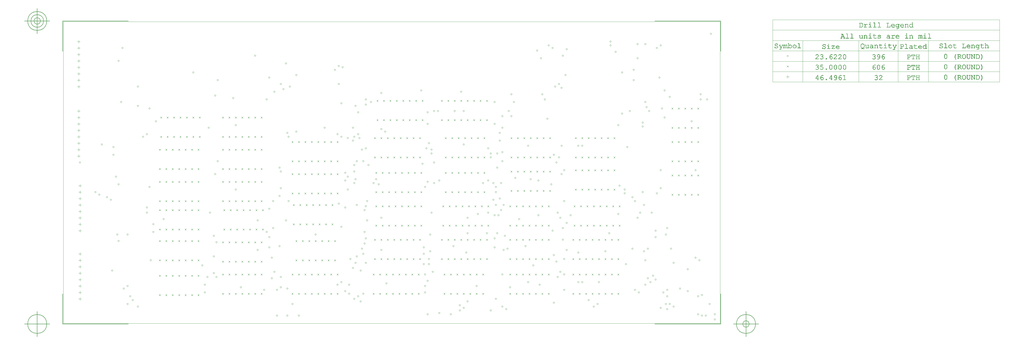
<source format=gbr>
G04 Generated by Ultiboard 14.1 *
%FSLAX24Y24*%
%MOIN*%

%ADD10C,0.0001*%
%ADD11C,0.0039*%
%ADD12C,0.0004*%
%ADD13C,0.0001*%
%ADD14C,0.0050*%


G04 ColorRGB 000000 for the following layer *
%LNDrill Symbols-Copper Top-Copper Bottom*%
%LPD*%
G54D11*
X-32832Y-2200D02*
X-32368Y-2200D01*
X-32600Y-2432D02*
X-32600Y-1968D01*
X-32600Y-3432D02*
X-32600Y-2968D01*
X-32832Y-3200D02*
X-32368Y-3200D01*
X-32832Y-4200D02*
X-32368Y-4200D01*
X-32600Y-4432D02*
X-32600Y-3968D01*
X-32832Y-5200D02*
X-32368Y-5200D01*
X-32600Y-5432D02*
X-32600Y-4968D01*
X-32600Y-6432D02*
X-32600Y-5968D01*
X-32832Y-6200D02*
X-32368Y-6200D01*
X-32832Y-7200D02*
X-32368Y-7200D01*
X-32600Y-7432D02*
X-32600Y-6968D01*
X-32600Y-8432D02*
X-32600Y-7968D01*
X-32832Y-8200D02*
X-32368Y-8200D01*
X-32832Y-9200D02*
X-32368Y-9200D01*
X-32600Y-9432D02*
X-32600Y-8968D01*
X-32832Y8400D02*
X-32368Y8400D01*
X-32600Y8168D02*
X-32600Y8632D01*
X-32600Y7168D02*
X-32600Y7632D01*
X-32832Y7400D02*
X-32368Y7400D01*
X-32600Y6168D02*
X-32600Y6632D01*
X-32832Y6400D02*
X-32368Y6400D01*
X-32832Y5400D02*
X-32368Y5400D01*
X-32600Y5168D02*
X-32600Y5632D01*
X-32600Y4168D02*
X-32600Y4632D01*
X-32832Y4400D02*
X-32368Y4400D01*
X-32832Y3400D02*
X-32368Y3400D01*
X-32600Y3168D02*
X-32600Y3632D01*
X-32600Y2168D02*
X-32600Y2632D01*
X-32832Y2400D02*
X-32368Y2400D01*
X-32832Y1400D02*
X-32368Y1400D01*
X-32600Y1168D02*
X-32600Y1632D01*
X-33032Y20000D02*
X-32568Y20000D01*
X-32800Y19768D02*
X-32800Y20232D01*
X-32800Y18768D02*
X-32800Y19232D01*
X-33032Y19000D02*
X-32568Y19000D01*
X-33032Y18000D02*
X-32568Y18000D01*
X-32800Y17768D02*
X-32800Y18232D01*
X-33032Y17000D02*
X-32568Y17000D01*
X-32800Y16768D02*
X-32800Y17232D01*
X-33032Y16000D02*
X-32568Y16000D01*
X-32800Y15768D02*
X-32800Y16232D01*
X-33032Y15000D02*
X-32568Y15000D01*
X-32800Y14768D02*
X-32800Y15232D01*
X-33032Y14000D02*
X-32568Y14000D01*
X-32800Y13768D02*
X-32800Y14232D01*
X-33032Y13000D02*
X-32568Y13000D01*
X-32800Y12768D02*
X-32800Y13232D01*
X-33032Y30800D02*
X-32568Y30800D01*
X-32800Y30568D02*
X-32800Y31032D01*
X-33032Y29800D02*
X-32568Y29800D01*
X-32800Y29568D02*
X-32800Y30032D01*
X-32800Y28568D02*
X-32800Y29032D01*
X-33032Y28800D02*
X-32568Y28800D01*
X-32800Y27568D02*
X-32800Y28032D01*
X-33032Y27800D02*
X-32568Y27800D01*
X-32800Y26568D02*
X-32800Y27032D01*
X-33032Y26800D02*
X-32568Y26800D01*
X-33032Y25800D02*
X-32568Y25800D01*
X-32800Y25568D02*
X-32800Y26032D01*
X-32800Y24568D02*
X-32800Y25032D01*
X-33032Y24800D02*
X-32568Y24800D01*
X-33032Y23800D02*
X-32568Y23800D01*
X-32800Y23568D02*
X-32800Y24032D01*
X77081Y25323D02*
X77546Y25323D01*
X77314Y25090D02*
X77314Y25555D01*
G54D12*
X60276Y9876D02*
X60524Y10124D01*
X60276Y10124D02*
X60524Y9876D01*
X60276Y6876D02*
X60524Y7124D01*
X60276Y7124D02*
X60524Y6876D01*
X63276Y10124D02*
X63524Y9876D01*
X63276Y9876D02*
X63524Y10124D01*
X62276Y10124D02*
X62524Y9876D01*
X62276Y9876D02*
X62524Y10124D01*
X61276Y9876D02*
X61524Y10124D01*
X61276Y10124D02*
X61524Y9876D01*
X62276Y6876D02*
X62524Y7124D01*
X62276Y7124D02*
X62524Y6876D01*
X63276Y6876D02*
X63524Y7124D01*
X63276Y7124D02*
X63524Y6876D01*
X61276Y6876D02*
X61524Y7124D01*
X61276Y7124D02*
X61524Y6876D01*
X59276Y9876D02*
X59524Y10124D01*
X59276Y10124D02*
X59524Y9876D01*
X59276Y7124D02*
X59524Y6876D01*
X59276Y6876D02*
X59524Y7124D01*
X60276Y15324D02*
X60524Y15076D01*
X60276Y15076D02*
X60524Y15324D01*
X60276Y12076D02*
X60524Y12324D01*
X60276Y12324D02*
X60524Y12076D01*
X63276Y15076D02*
X63524Y15324D01*
X63276Y15324D02*
X63524Y15076D01*
X62276Y15076D02*
X62524Y15324D01*
X62276Y15324D02*
X62524Y15076D01*
X61276Y15076D02*
X61524Y15324D01*
X61276Y15324D02*
X61524Y15076D01*
X62276Y12076D02*
X62524Y12324D01*
X62276Y12324D02*
X62524Y12076D01*
X63276Y12324D02*
X63524Y12076D01*
X63276Y12076D02*
X63524Y12324D01*
X61276Y12324D02*
X61524Y12076D01*
X61276Y12076D02*
X61524Y12324D01*
X59276Y15324D02*
X59524Y15076D01*
X59276Y15076D02*
X59524Y15324D01*
X59276Y12324D02*
X59524Y12076D01*
X59276Y12076D02*
X59524Y12324D01*
X60276Y20524D02*
X60524Y20276D01*
X60276Y20276D02*
X60524Y20524D01*
X60276Y17276D02*
X60524Y17524D01*
X60276Y17524D02*
X60524Y17276D01*
X63276Y20276D02*
X63524Y20524D01*
X63276Y20524D02*
X63524Y20276D01*
X62276Y20524D02*
X62524Y20276D01*
X62276Y20276D02*
X62524Y20524D01*
X61276Y20524D02*
X61524Y20276D01*
X61276Y20276D02*
X61524Y20524D01*
X62276Y17524D02*
X62524Y17276D01*
X62276Y17276D02*
X62524Y17524D01*
X63276Y17524D02*
X63524Y17276D01*
X63276Y17276D02*
X63524Y17524D01*
X61276Y17524D02*
X61524Y17276D01*
X61276Y17276D02*
X61524Y17524D01*
X59276Y20276D02*
X59524Y20524D01*
X59276Y20524D02*
X59524Y20276D01*
X59276Y17276D02*
X59524Y17524D01*
X59276Y17524D02*
X59524Y17276D01*
X26882Y20000D02*
G75*
D01*
G02X26882Y20000I118J0*
G01*
X33882Y20000D02*
G75*
D01*
G02X33882Y20000I118J0*
G01*
X7482Y24200D02*
G75*
D01*
G02X7482Y24200I118J0*
G01*
X7482Y27000D02*
G75*
D01*
G02X7482Y27000I118J0*
G01*
X10882Y-9600D02*
G75*
D01*
G02X10882Y-9600I118J0*
G01*
X32082Y11200D02*
G75*
D01*
G02X32082Y11200I118J0*
G01*
X32082Y13400D02*
G75*
D01*
G02X32082Y13400I118J0*
G01*
X31082Y13400D02*
G75*
D01*
G02X31082Y13400I118J0*
G01*
X31682Y21400D02*
G75*
D01*
G02X31682Y21400I118J0*
G01*
X58882Y22200D02*
G75*
D01*
G02X58882Y22200I118J0*
G01*
X63882Y-8600D02*
G75*
D01*
G02X63882Y-8600I118J0*
G01*
X63882Y-11800D02*
G75*
D01*
G02X63882Y-11800I118J0*
G01*
X11282Y-8400D02*
G75*
D01*
G02X11282Y-8400I118J0*
G01*
X7282Y-7000D02*
G75*
D01*
G02X7282Y-7000I118J0*
G01*
X51882Y7800D02*
G75*
D01*
G02X51882Y7800I118J0*
G01*
X51482Y19600D02*
G75*
D01*
G02X51482Y19600I118J0*
G01*
X-3318Y25200D02*
G75*
D01*
G02X-3318Y25200I118J0*
G01*
X58482Y1800D02*
G75*
D01*
G02X58482Y1800I118J0*
G01*
X58082Y23200D02*
G75*
D01*
G02X58082Y23200I118J0*
G01*
X40882Y-9800D02*
G75*
D01*
G02X40882Y-9800I118J0*
G01*
X58482Y-10800D02*
G75*
D01*
G02X58482Y-10800I118J0*
G01*
X-718Y27400D02*
G75*
D01*
G02X-718Y27400I118J0*
G01*
X41682Y12800D02*
G75*
D01*
G02X41682Y12800I118J0*
G01*
X40682Y29800D02*
G75*
D01*
G02X40682Y29800I118J0*
G01*
X59082Y-1400D02*
G75*
D01*
G02X59082Y-1400I118J0*
G01*
X57282Y25200D02*
G75*
D01*
G02X57282Y25200I118J0*
G01*
X10482Y19800D02*
G75*
D01*
G02X10482Y19800I118J0*
G01*
X-8518Y7800D02*
G75*
D01*
G02X-8518Y7800I118J0*
G01*
X-22918Y16000D02*
G75*
D01*
G02X-22918Y16000I118J0*
G01*
X-20918Y18400D02*
G75*
D01*
G02X-20918Y18400I118J0*
G01*
X23082Y9200D02*
G75*
D01*
G02X23082Y9200I118J0*
G01*
X14082Y17200D02*
G75*
D01*
G02X14082Y17200I118J0*
G01*
X11682Y21800D02*
G75*
D01*
G02X11682Y21800I118J0*
G01*
X-26318Y21400D02*
G75*
D01*
G02X-26318Y21400I118J0*
G01*
X21282Y-11600D02*
G75*
D01*
G02X21282Y-11600I118J0*
G01*
X42682Y25600D02*
G75*
D01*
G02X42682Y25600I118J0*
G01*
X9682Y17400D02*
G75*
D01*
G02X9682Y17400I118J0*
G01*
X49682Y30800D02*
G75*
D01*
G02X49682Y30800I118J0*
G01*
X-25318Y-7200D02*
G75*
D01*
G02X-25318Y-7200I118J0*
G01*
X-13318Y-8200D02*
G75*
D01*
G02X-13318Y-8200I118J0*
G01*
X59482Y-10400D02*
G75*
D01*
G02X59482Y-10400I118J0*
G01*
X8082Y26800D02*
G75*
D01*
G02X8082Y26800I118J0*
G01*
X7882Y-6600D02*
G75*
D01*
G02X7882Y-6600I118J0*
G01*
X-12918Y-5800D02*
G75*
D01*
G02X-12918Y-5800I118J0*
G01*
X-2518Y23000D02*
G75*
D01*
G02X-2518Y23000I118J0*
G01*
X-3718Y21800D02*
G75*
D01*
G02X-3718Y21800I118J0*
G01*
X-11918Y600D02*
G75*
D01*
G02X-11918Y600I118J0*
G01*
X51882Y7200D02*
G75*
D01*
G02X51882Y7200I118J0*
G01*
X54682Y7400D02*
G75*
D01*
G02X54682Y7400I118J0*
G01*
X54682Y17600D02*
G75*
D01*
G02X54682Y17600I118J0*
G01*
X56282Y-5600D02*
G75*
D01*
G02X56282Y-5600I118J0*
G01*
X53482Y6000D02*
G75*
D01*
G02X53482Y6000I118J0*
G01*
X53282Y24800D02*
G75*
D01*
G02X53282Y24800I118J0*
G01*
X10482Y16400D02*
G75*
D01*
G02X10482Y16400I118J0*
G01*
X8482Y10400D02*
G75*
D01*
G02X8482Y10400I118J0*
G01*
X33482Y-10800D02*
G75*
D01*
G02X33482Y-10800I118J0*
G01*
X-5518Y28600D02*
G75*
D01*
G02X-5518Y28600I118J0*
G01*
X42482Y10800D02*
G75*
D01*
G02X42482Y10800I118J0*
G01*
X42282Y28600D02*
G75*
D01*
G02X42282Y28600I118J0*
G01*
X-27718Y-4800D02*
G75*
D01*
G02X-27718Y-4800I118J0*
G01*
X20882Y-8200D02*
G75*
D01*
G02X20882Y-8200I118J0*
G01*
X35482Y3200D02*
G75*
D01*
G02X35482Y3200I118J0*
G01*
X14082Y-1600D02*
G75*
D01*
G02X14082Y-1600I118J0*
G01*
X55082Y-3200D02*
G75*
D01*
G02X55082Y-3200I118J0*
G01*
X61682Y-4600D02*
G75*
D01*
G02X61682Y-4600I118J0*
G01*
X64482Y-11800D02*
G75*
D01*
G02X64482Y-11800I118J0*
G01*
X65882Y-12400D02*
G75*
D01*
G02X65882Y-12400I118J0*
G01*
X-518Y-11800D02*
G75*
D01*
G02X-518Y-11800I118J0*
G01*
X-518Y-7600D02*
G75*
D01*
G02X-518Y-7600I118J0*
G01*
X44682Y14600D02*
G75*
D01*
G02X44682Y14600I118J0*
G01*
X57882Y-8200D02*
G75*
D01*
G02X57882Y-8200I118J0*
G01*
X54082Y-8200D02*
G75*
D01*
G02X54082Y-8200I118J0*
G01*
X34082Y-7400D02*
G75*
D01*
G02X34082Y-7400I118J0*
G01*
X21282Y-6400D02*
G75*
D01*
G02X21282Y-6400I118J0*
G01*
X9882Y10600D02*
G75*
D01*
G02X9882Y10600I118J0*
G01*
X9882Y11600D02*
G75*
D01*
G02X9882Y11600I118J0*
G01*
X31682Y3800D02*
G75*
D01*
G02X31682Y3800I118J0*
G01*
X52282Y14400D02*
G75*
D01*
G02X52282Y14400I118J0*
G01*
X36882Y-6600D02*
G75*
D01*
G02X36882Y-6600I118J0*
G01*
X10882Y-4800D02*
G75*
D01*
G02X10882Y-4800I118J0*
G01*
X32082Y1000D02*
G75*
D01*
G02X32082Y1000I118J0*
G01*
X26882Y14800D02*
G75*
D01*
G02X26882Y14800I118J0*
G01*
X11682Y14200D02*
G75*
D01*
G02X11682Y14200I118J0*
G01*
X12882Y8800D02*
G75*
D01*
G02X12882Y8800I118J0*
G01*
X57482Y-10600D02*
G75*
D01*
G02X57482Y-10600I118J0*
G01*
X61682Y-8000D02*
G75*
D01*
G02X61682Y-8000I118J0*
G01*
X64682Y21800D02*
G75*
D01*
G02X64682Y21800I118J0*
G01*
X37282Y9400D02*
G75*
D01*
G02X37282Y9400I118J0*
G01*
X31682Y18000D02*
G75*
D01*
G02X31682Y18000I118J0*
G01*
X21282Y18000D02*
G75*
D01*
G02X21282Y18000I118J0*
G01*
X21282Y19800D02*
G75*
D01*
G02X21282Y19800I118J0*
G01*
X32882Y12200D02*
G75*
D01*
G02X32882Y12200I118J0*
G01*
X-19718Y3200D02*
G75*
D01*
G02X-19718Y3200I118J0*
G01*
X-30318Y7400D02*
G75*
D01*
G02X-30318Y7400I118J0*
G01*
X36482Y-1000D02*
G75*
D01*
G02X36482Y-1000I118J0*
G01*
X31682Y-1200D02*
G75*
D01*
G02X31682Y-1200I118J0*
G01*
X20482Y11800D02*
G75*
D01*
G02X20482Y11800I118J0*
G01*
X55682Y20000D02*
G75*
D01*
G02X55682Y20000I118J0*
G01*
X41482Y-5800D02*
G75*
D01*
G02X41482Y-5800I118J0*
G01*
X53082Y6600D02*
G75*
D01*
G02X53082Y6600I118J0*
G01*
X882Y25600D02*
G75*
D01*
G02X882Y25600I118J0*
G01*
X882Y16800D02*
G75*
D01*
G02X882Y16800I118J0*
G01*
X-3318Y4800D02*
G75*
D01*
G02X-3318Y4800I118J0*
G01*
X59482Y-3600D02*
G75*
D01*
G02X59482Y-3600I118J0*
G01*
X40482Y8600D02*
G75*
D01*
G02X40482Y8600I118J0*
G01*
X38482Y9200D02*
G75*
D01*
G02X38482Y9200I118J0*
G01*
X31882Y8200D02*
G75*
D01*
G02X31882Y8200I118J0*
G01*
X31482Y6200D02*
G75*
D01*
G02X31482Y6200I118J0*
G01*
X10282Y5400D02*
G75*
D01*
G02X10282Y5400I118J0*
G01*
X10282Y-2600D02*
G75*
D01*
G02X10282Y-2600I118J0*
G01*
X-8918Y22000D02*
G75*
D01*
G02X-8918Y22000I118J0*
G01*
X-26118Y29800D02*
G75*
D01*
G02X-26118Y29800I118J0*
G01*
X-26718Y8600D02*
G75*
D01*
G02X-26718Y8600I118J0*
G01*
X23082Y-11400D02*
G75*
D01*
G02X23082Y-11400I118J0*
G01*
X-23718Y23800D02*
G75*
D01*
G02X-23718Y23800I118J0*
G01*
X26482Y23000D02*
G75*
D01*
G02X26482Y23000I118J0*
G01*
X20682Y-1200D02*
G75*
D01*
G02X20682Y-1200I118J0*
G01*
X20682Y-2200D02*
G75*
D01*
G02X20682Y-2200I118J0*
G01*
X14082Y3400D02*
G75*
D01*
G02X14082Y3400I118J0*
G01*
X-3318Y-1200D02*
G75*
D01*
G02X-3318Y-1200I118J0*
G01*
X41682Y24200D02*
G75*
D01*
G02X41682Y24200I118J0*
G01*
X42882Y29600D02*
G75*
D01*
G02X42882Y29600I118J0*
G01*
X-25318Y-10000D02*
G75*
D01*
G02X-25318Y-10000I118J0*
G01*
X-2918Y-6000D02*
G75*
D01*
G02X-2918Y-6000I118J0*
G01*
X26882Y-10600D02*
G75*
D01*
G02X26882Y-10600I118J0*
G01*
X-5118Y3000D02*
G75*
D01*
G02X-5118Y3000I118J0*
G01*
X-718Y3000D02*
G75*
D01*
G02X-718Y3000I118J0*
G01*
X31082Y-11000D02*
G75*
D01*
G02X31082Y-11000I118J0*
G01*
X26282Y-11000D02*
G75*
D01*
G02X26282Y-11000I118J0*
G01*
X21682Y800D02*
G75*
D01*
G02X21682Y800I118J0*
G01*
X3882Y800D02*
G75*
D01*
G02X3882Y800I118J0*
G01*
X-27518Y13200D02*
G75*
D01*
G02X-27518Y13200I118J0*
G01*
X-12718Y17400D02*
G75*
D01*
G02X-12718Y17400I118J0*
G01*
X25282Y-1000D02*
G75*
D01*
G02X25282Y-1000I118J0*
G01*
X21682Y-1800D02*
G75*
D01*
G02X21682Y-1800I118J0*
G01*
X11282Y-2200D02*
G75*
D01*
G02X11282Y-2200I118J0*
G01*
X-2918Y-2800D02*
G75*
D01*
G02X-2918Y-2800I118J0*
G01*
X36882Y14600D02*
G75*
D01*
G02X36882Y14600I118J0*
G01*
X21082Y14200D02*
G75*
D01*
G02X21082Y14200I118J0*
G01*
X50882Y17800D02*
G75*
D01*
G02X50882Y17800I118J0*
G01*
X49682Y30200D02*
G75*
D01*
G02X49682Y30200I118J0*
G01*
X-25918Y-7600D02*
G75*
D01*
G02X-25918Y-7600I118J0*
G01*
X-13318Y-7000D02*
G75*
D01*
G02X-13318Y-7000I118J0*
G01*
X27482Y-9600D02*
G75*
D01*
G02X27482Y-9600I118J0*
G01*
X65282Y32000D02*
G75*
D01*
G02X65282Y32000I118J0*
G01*
X6882Y26400D02*
G75*
D01*
G02X6882Y26400I118J0*
G01*
X7882Y16000D02*
G75*
D01*
G02X7882Y16000I118J0*
G01*
X41882Y3400D02*
G75*
D01*
G02X41882Y3400I118J0*
G01*
X54282Y4200D02*
G75*
D01*
G02X54282Y4200I118J0*
G01*
X53882Y28200D02*
G75*
D01*
G02X53882Y28200I118J0*
G01*
X-118Y23800D02*
G75*
D01*
G02X-118Y23800I118J0*
G01*
X-318Y16000D02*
G75*
D01*
G02X-318Y16000I118J0*
G01*
X-1718Y6800D02*
G75*
D01*
G02X-1718Y6800I118J0*
G01*
X-1718Y-1000D02*
G75*
D01*
G02X-1718Y-1000I118J0*
G01*
X-21718Y-3200D02*
G75*
D01*
G02X-21718Y-3200I118J0*
G01*
X46282Y-9400D02*
G75*
D01*
G02X46282Y-9400I118J0*
G01*
X42482Y-5400D02*
G75*
D01*
G02X42482Y-5400I118J0*
G01*
X41282Y-3400D02*
G75*
D01*
G02X41282Y-3400I118J0*
G01*
X-5118Y-1600D02*
G75*
D01*
G02X-5118Y-1600I118J0*
G01*
X55482Y-6000D02*
G75*
D01*
G02X55482Y-6000I118J0*
G01*
X24882Y-11600D02*
G75*
D01*
G02X24882Y-11600I118J0*
G01*
X1282Y-11800D02*
G75*
D01*
G02X1282Y-11800I118J0*
G01*
X56082Y4200D02*
G75*
D01*
G02X56082Y4200I118J0*
G01*
X38882Y28200D02*
G75*
D01*
G02X38882Y28200I118J0*
G01*
X-1518Y8000D02*
G75*
D01*
G02X-1518Y8000I118J0*
G01*
X55482Y-1400D02*
G75*
D01*
G02X55482Y-1400I118J0*
G01*
X38282Y29400D02*
G75*
D01*
G02X38282Y29400I118J0*
G01*
X42882Y2600D02*
G75*
D01*
G02X42882Y2600I118J0*
G01*
X56682Y1400D02*
G75*
D01*
G02X56682Y1400I118J0*
G01*
X56682Y400D02*
G75*
D01*
G02X56682Y400I118J0*
G01*
X56682Y-6200D02*
G75*
D01*
G02X56682Y-6200I118J0*
G01*
X8482Y-8000D02*
G75*
D01*
G02X8482Y-8000I118J0*
G01*
X37682Y-4000D02*
G75*
D01*
G02X37682Y-4000I118J0*
G01*
X12482Y21400D02*
G75*
D01*
G02X12482Y21400I118J0*
G01*
X7882Y21200D02*
G75*
D01*
G02X7882Y21200I118J0*
G01*
X7282Y16400D02*
G75*
D01*
G02X7282Y16400I118J0*
G01*
X8882Y7800D02*
G75*
D01*
G02X8882Y7800I118J0*
G01*
X14882Y-6800D02*
G75*
D01*
G02X14882Y-6800I118J0*
G01*
X42082Y10200D02*
G75*
D01*
G02X42082Y10200I118J0*
G01*
X41082Y23800D02*
G75*
D01*
G02X41082Y23800I118J0*
G01*
X14682Y16800D02*
G75*
D01*
G02X14682Y16800I118J0*
G01*
X22282Y8800D02*
G75*
D01*
G02X22282Y8800I118J0*
G01*
X38482Y3800D02*
G75*
D01*
G02X38482Y3800I118J0*
G01*
X32282Y3800D02*
G75*
D01*
G02X32282Y3800I118J0*
G01*
X11882Y6000D02*
G75*
D01*
G02X11882Y6000I118J0*
G01*
X11882Y3000D02*
G75*
D01*
G02X11882Y3000I118J0*
G01*
X11482Y-600D02*
G75*
D01*
G02X11482Y-600I118J0*
G01*
X45282Y14600D02*
G75*
D01*
G02X45282Y14600I118J0*
G01*
X54882Y-1800D02*
G75*
D01*
G02X54882Y-1800I118J0*
G01*
X44682Y-2000D02*
G75*
D01*
G02X44682Y-2000I118J0*
G01*
X32882Y-5400D02*
G75*
D01*
G02X32882Y-5400I118J0*
G01*
X32882Y-10400D02*
G75*
D01*
G02X32882Y-10400I118J0*
G01*
X47082Y-10400D02*
G75*
D01*
G02X47082Y-10400I118J0*
G01*
X49482Y1000D02*
G75*
D01*
G02X49482Y1000I118J0*
G01*
X54882Y5400D02*
G75*
D01*
G02X54882Y5400I118J0*
G01*
X54682Y18200D02*
G75*
D01*
G02X54682Y18200I118J0*
G01*
X-27918Y6200D02*
G75*
D01*
G02X-27918Y6200I118J0*
G01*
X33082Y-1600D02*
G75*
D01*
G02X33082Y-1600I118J0*
G01*
X27282Y-2000D02*
G75*
D01*
G02X27282Y-2000I118J0*
G01*
X11482Y1200D02*
G75*
D01*
G02X11482Y1200I118J0*
G01*
X11082Y-1400D02*
G75*
D01*
G02X11082Y-1400I118J0*
G01*
X21482Y15000D02*
G75*
D01*
G02X21482Y15000I118J0*
G01*
X58482Y-7800D02*
G75*
D01*
G02X58482Y-7800I118J0*
G01*
X53482Y-7800D02*
G75*
D01*
G02X53482Y-7800I118J0*
G01*
X42482Y-7800D02*
G75*
D01*
G02X42482Y-7800I118J0*
G01*
X22282Y20000D02*
G75*
D01*
G02X22282Y20000I118J0*
G01*
X52682Y20000D02*
G75*
D01*
G02X52682Y20000I118J0*
G01*
X50882Y4000D02*
G75*
D01*
G02X50882Y4000I118J0*
G01*
X41882Y-5000D02*
G75*
D01*
G02X41882Y-5000I118J0*
G01*
X38682Y-7000D02*
G75*
D01*
G02X38682Y-7000I118J0*
G01*
X5282Y17400D02*
G75*
D01*
G02X5282Y17400I118J0*
G01*
X48882Y-1800D02*
G75*
D01*
G02X48882Y-1800I118J0*
G01*
X31082Y12800D02*
G75*
D01*
G02X31082Y12800I118J0*
G01*
X30682Y14200D02*
G75*
D01*
G02X30682Y14200I118J0*
G01*
X22882Y20000D02*
G75*
D01*
G02X22882Y20000I118J0*
G01*
X25482Y20000D02*
G75*
D01*
G02X25482Y20000I118J0*
G01*
X42282Y0D02*
G75*
D01*
G02X42282Y0I118J0*
G01*
X42282Y1800D02*
G75*
D01*
G02X42282Y1800I118J0*
G01*
X43482Y3800D02*
G75*
D01*
G02X43482Y3800I118J0*
G01*
X32682Y8800D02*
G75*
D01*
G02X32682Y8800I118J0*
G01*
X-26718Y27800D02*
G75*
D01*
G02X-26718Y27800I118J0*
G01*
X-21318Y2400D02*
G75*
D01*
G02X-21318Y2400I118J0*
G01*
X-29718Y7000D02*
G75*
D01*
G02X-29718Y7000I118J0*
G01*
X33282Y600D02*
G75*
D01*
G02X33282Y600I118J0*
G01*
X33682Y-1400D02*
G75*
D01*
G02X33682Y-1400I118J0*
G01*
X-22318Y5000D02*
G75*
D01*
G02X-22318Y5000I118J0*
G01*
X-21918Y8200D02*
G75*
D01*
G02X-21918Y8200I118J0*
G01*
X-21918Y20400D02*
G75*
D01*
G02X-21918Y20400I118J0*
G01*
X9882Y-9200D02*
G75*
D01*
G02X9882Y-9200I118J0*
G01*
X-2518Y-5000D02*
G75*
D01*
G02X-2518Y-5000I118J0*
G01*
X-2718Y1800D02*
G75*
D01*
G02X-2718Y1800I118J0*
G01*
X11682Y200D02*
G75*
D01*
G02X11682Y200I118J0*
G01*
X50482Y29200D02*
G75*
D01*
G02X50482Y29200I118J0*
G01*
X-24918Y-8800D02*
G75*
D01*
G02X-24918Y-8800I118J0*
G01*
X57482Y30200D02*
G75*
D01*
G02X57482Y30200I118J0*
G01*
X12082Y11600D02*
G75*
D01*
G02X12082Y11600I118J0*
G01*
X21482Y-3000D02*
G75*
D01*
G02X21482Y-3000I118J0*
G01*
X62882Y10800D02*
G75*
D01*
G02X62882Y10800I118J0*
G01*
X57482Y10800D02*
G75*
D01*
G02X57482Y10800I118J0*
G01*
X31882Y5400D02*
G75*
D01*
G02X31882Y5400I118J0*
G01*
X-2718Y6000D02*
G75*
D01*
G02X-2718Y6000I118J0*
G01*
X-318Y6000D02*
G75*
D01*
G02X-318Y6000I118J0*
G01*
X27482Y1000D02*
G75*
D01*
G02X27482Y1000I118J0*
G01*
X42482Y-3000D02*
G75*
D01*
G02X42482Y-3000I118J0*
G01*
X-21318Y1200D02*
G75*
D01*
G02X-21318Y1200I118J0*
G01*
X-26718Y-200D02*
G75*
D01*
G02X-26718Y-200I118J0*
G01*
X-2118Y-11800D02*
G75*
D01*
G02X-2118Y-11800I118J0*
G01*
X-2118Y-7800D02*
G75*
D01*
G02X-2118Y-7800I118J0*
G01*
X-4118Y-7800D02*
G75*
D01*
G02X-4118Y-7800I118J0*
G01*
X57482Y8000D02*
G75*
D01*
G02X57482Y8000I118J0*
G01*
X58082Y19000D02*
G75*
D01*
G02X58082Y19000I118J0*
G01*
X39882Y18800D02*
G75*
D01*
G02X39882Y18800I118J0*
G01*
X40882Y13200D02*
G75*
D01*
G02X40882Y13200I118J0*
G01*
X-1518Y-7400D02*
G75*
D01*
G02X-1518Y-7400I118J0*
G01*
X-1518Y-5800D02*
G75*
D01*
G02X-1518Y-5800I118J0*
G01*
X-11518Y-5800D02*
G75*
D01*
G02X-11518Y-5800I118J0*
G01*
X-11518Y-400D02*
G75*
D01*
G02X-11518Y-400I118J0*
G01*
X-3718Y1200D02*
G75*
D01*
G02X-3718Y1200I118J0*
G01*
X7882Y2000D02*
G75*
D01*
G02X7882Y2000I118J0*
G01*
X-11918Y-2600D02*
G75*
D01*
G02X-11918Y-2600I118J0*
G01*
X-11918Y-5200D02*
G75*
D01*
G02X-11918Y-5200I118J0*
G01*
X-7718Y-7400D02*
G75*
D01*
G02X-7718Y-7400I118J0*
G01*
X13282Y9400D02*
G75*
D01*
G02X13282Y9400I118J0*
G01*
X58882Y-10000D02*
G75*
D01*
G02X58882Y-10000I118J0*
G01*
X65082Y-10000D02*
G75*
D01*
G02X65082Y-10000I118J0*
G01*
X-1718Y11200D02*
G75*
D01*
G02X-1718Y11200I118J0*
G01*
X56882Y7200D02*
G75*
D01*
G02X56882Y7200I118J0*
G01*
X56882Y29800D02*
G75*
D01*
G02X56882Y29800I118J0*
G01*
X-25318Y800D02*
G75*
D01*
G02X-25318Y800I118J0*
G01*
X55282Y20600D02*
G75*
D01*
G02X55282Y20600I118J0*
G01*
X41482Y4200D02*
G75*
D01*
G02X41482Y4200I118J0*
G01*
X28882Y-7200D02*
G75*
D01*
G02X28882Y-7200I118J0*
G01*
X20882Y-7200D02*
G75*
D01*
G02X20882Y-7200I118J0*
G01*
X10482Y-8800D02*
G75*
D01*
G02X10482Y-8800I118J0*
G01*
X-23718Y-10400D02*
G75*
D01*
G02X-23718Y-10400I118J0*
G01*
X-23718Y20800D02*
G75*
D01*
G02X-23718Y20800I118J0*
G01*
X10082Y20800D02*
G75*
D01*
G02X10082Y20800I118J0*
G01*
X9682Y15400D02*
G75*
D01*
G02X9682Y15400I118J0*
G01*
X7482Y5600D02*
G75*
D01*
G02X7482Y5600I118J0*
G01*
X-11718Y10200D02*
G75*
D01*
G02X-11718Y10200I118J0*
G01*
X-8518Y17800D02*
G75*
D01*
G02X-8518Y17800I118J0*
G01*
X-22318Y16400D02*
G75*
D01*
G02X-22318Y16400I118J0*
G01*
X57682Y20400D02*
G75*
D01*
G02X57682Y20400I118J0*
G01*
X58282Y800D02*
G75*
D01*
G02X58282Y800I118J0*
G01*
X55082Y-7000D02*
G75*
D01*
G02X55082Y-7000I118J0*
G01*
X20882Y8200D02*
G75*
D01*
G02X20882Y8200I118J0*
G01*
X13682Y8600D02*
G75*
D01*
G02X13682Y8600I118J0*
G01*
X11282Y12200D02*
G75*
D01*
G02X11282Y12200I118J0*
G01*
X10282Y12200D02*
G75*
D01*
G02X10282Y12200I118J0*
G01*
X9882Y8800D02*
G75*
D01*
G02X9882Y8800I118J0*
G01*
X10082Y-3600D02*
G75*
D01*
G02X10082Y-3600I118J0*
G01*
X11682Y-3600D02*
G75*
D01*
G02X11682Y-3600I118J0*
G01*
X32882Y13600D02*
G75*
D01*
G02X32882Y13600I118J0*
G01*
X32882Y17400D02*
G75*
D01*
G02X32882Y17400I118J0*
G01*
X51082Y8400D02*
G75*
D01*
G02X51082Y8400I118J0*
G01*
X55882Y-6600D02*
G75*
D01*
G02X55882Y-6600I118J0*
G01*
X47682Y-10000D02*
G75*
D01*
G02X47682Y-10000I118J0*
G01*
X58282Y-10000D02*
G75*
D01*
G02X58282Y-10000I118J0*
G01*
X63682Y22600D02*
G75*
D01*
G02X63682Y22600I118J0*
G01*
X39082Y22600D02*
G75*
D01*
G02X39082Y22600I118J0*
G01*
X-1518Y24200D02*
G75*
D01*
G02X-1518Y24200I118J0*
G01*
X-1518Y10600D02*
G75*
D01*
G02X-1518Y10600I118J0*
G01*
X52082Y-3800D02*
G75*
D01*
G02X52082Y-3800I118J0*
G01*
X53882Y30400D02*
G75*
D01*
G02X53882Y30400I118J0*
G01*
X-32718Y12000D02*
G75*
D01*
G02X-32718Y12000I118J0*
G01*
X-11318Y12200D02*
G75*
D01*
G02X-11318Y12200I118J0*
G01*
X14082Y22800D02*
G75*
D01*
G02X14082Y22800I118J0*
G01*
X-11718Y22400D02*
G75*
D01*
G02X-11718Y22400I118J0*
G01*
X9682Y-4400D02*
G75*
D01*
G02X9682Y-4400I118J0*
G01*
X21882Y14000D02*
G75*
D01*
G02X21882Y14000I118J0*
G01*
X42082Y14600D02*
G75*
D01*
G02X42082Y14600I118J0*
G01*
X42082Y23600D02*
G75*
D01*
G02X42082Y23600I118J0*
G01*
X10682Y15800D02*
G75*
D01*
G02X10682Y15800I118J0*
G01*
X10082Y9400D02*
G75*
D01*
G02X10082Y9400I118J0*
G01*
X9282Y-3000D02*
G75*
D01*
G02X9282Y-3000I118J0*
G01*
X51482Y26000D02*
G75*
D01*
G02X51482Y26000I118J0*
G01*
X9882Y16000D02*
G75*
D01*
G02X9882Y16000I118J0*
G01*
X8482Y9200D02*
G75*
D01*
G02X8482Y9200I118J0*
G01*
X60482Y-7600D02*
G75*
D01*
G02X60482Y-7600I118J0*
G01*
X63682Y21800D02*
G75*
D01*
G02X63682Y21800I118J0*
G01*
X39482Y21800D02*
G75*
D01*
G02X39482Y21800I118J0*
G01*
X-11318Y24800D02*
G75*
D01*
G02X-11318Y24800I118J0*
G01*
X41282Y12000D02*
G75*
D01*
G02X41282Y12000I118J0*
G01*
X40082Y30200D02*
G75*
D01*
G02X40082Y30200I118J0*
G01*
X-24518Y-9400D02*
G75*
D01*
G02X-24518Y-9400I118J0*
G01*
X-13718Y-4000D02*
G75*
D01*
G02X-13718Y-4000I118J0*
G01*
X44682Y-6600D02*
G75*
D01*
G02X44682Y-6600I118J0*
G01*
X33082Y5400D02*
G75*
D01*
G02X33082Y5400I118J0*
G01*
X32682Y4600D02*
G75*
D01*
G02X32682Y4600I118J0*
G01*
X30682Y4200D02*
G75*
D01*
G02X30682Y4200I118J0*
G01*
X21482Y-3800D02*
G75*
D01*
G02X21482Y-3800I118J0*
G01*
X20682Y-3800D02*
G75*
D01*
G02X20682Y-3800I118J0*
G01*
X40882Y-2400D02*
G75*
D01*
G02X40882Y-2400I118J0*
G01*
X31882Y-9200D02*
G75*
D01*
G02X31882Y-9200I118J0*
G01*
X26282Y-10200D02*
G75*
D01*
G02X26282Y-10200I118J0*
G01*
X282Y-10000D02*
G75*
D01*
G02X282Y-10000I118J0*
G01*
X53882Y3400D02*
G75*
D01*
G02X53882Y3400I118J0*
G01*
X53282Y26400D02*
G75*
D01*
G02X53282Y26400I118J0*
G01*
X8882Y15800D02*
G75*
D01*
G02X8882Y15800I118J0*
G01*
X8882Y9800D02*
G75*
D01*
G02X8882Y9800I118J0*
G01*
X42882Y-1600D02*
G75*
D01*
G02X42882Y-1600I118J0*
G01*
X53082Y-1400D02*
G75*
D01*
G02X53082Y-1400I118J0*
G01*
X-15118Y26000D02*
G75*
D01*
G02X-15118Y26000I118J0*
G01*
X31482Y8800D02*
G75*
D01*
G02X31482Y8800I118J0*
G01*
X29882Y8800D02*
G75*
D01*
G02X29882Y8800I118J0*
G01*
X22282Y12000D02*
G75*
D01*
G02X22282Y12000I118J0*
G01*
X11082Y14000D02*
G75*
D01*
G02X11082Y14000I118J0*
G01*
X8482Y5000D02*
G75*
D01*
G02X8482Y5000I118J0*
G01*
X-26918Y800D02*
G75*
D01*
G02X-26918Y800I118J0*
G01*
X34682Y21400D02*
G75*
D01*
G02X34682Y21400I118J0*
G01*
X55082Y21400D02*
G75*
D01*
G02X55082Y21400I118J0*
G01*
X55082Y30400D02*
G75*
D01*
G02X55082Y30400I118J0*
G01*
X65882Y-11600D02*
G75*
D01*
G02X65882Y-11600I118J0*
G01*
X63282Y-11600D02*
G75*
D01*
G02X63282Y-11600I118J0*
G01*
X63282Y-8800D02*
G75*
D01*
G02X63282Y-8800I118J0*
G01*
X58482Y-8800D02*
G75*
D01*
G02X58482Y-8800I118J0*
G01*
X9082Y-7000D02*
G75*
D01*
G02X9082Y-7000I118J0*
G01*
X9082Y-8400D02*
G75*
D01*
G02X9082Y-8400I118J0*
G01*
X11682Y5200D02*
G75*
D01*
G02X11682Y5200I118J0*
G01*
X-3318Y400D02*
G75*
D01*
G02X-3318Y400I118J0*
G01*
X-12518Y4200D02*
G75*
D01*
G02X-12518Y4200I118J0*
G01*
X-22318Y4200D02*
G75*
D01*
G02X-22318Y4200I118J0*
G01*
X32482Y15400D02*
G75*
D01*
G02X32482Y15400I118J0*
G01*
X47882Y-6600D02*
G75*
D01*
G02X47882Y-6600I118J0*
G01*
X45282Y-6600D02*
G75*
D01*
G02X45282Y-6600I118J0*
G01*
X32482Y16600D02*
G75*
D01*
G02X32482Y16600I118J0*
G01*
X32882Y19200D02*
G75*
D01*
G02X32882Y19200I118J0*
G01*
X34282Y19200D02*
G75*
D01*
G02X34282Y19200I118J0*
G01*
X34282Y22600D02*
G75*
D01*
G02X34282Y22600I118J0*
G01*
X11682Y21000D02*
G75*
D01*
G02X11682Y21000I118J0*
G01*
X-518Y16600D02*
G75*
D01*
G02X-518Y16600I118J0*
G01*
X31682Y200D02*
G75*
D01*
G02X31682Y200I118J0*
G01*
X30482Y1000D02*
G75*
D01*
G02X30482Y1000I118J0*
G01*
X-27518Y14400D02*
G75*
D01*
G02X-27518Y14400I118J0*
G01*
X-29318Y14800D02*
G75*
D01*
G02X-29318Y14800I118J0*
G01*
X27482Y3400D02*
G75*
D01*
G02X27482Y3400I118J0*
G01*
X22082Y-5000D02*
G75*
D01*
G02X22082Y-5000I118J0*
G01*
X20882Y-5400D02*
G75*
D01*
G02X20882Y-5400I118J0*
G01*
X31882Y7400D02*
G75*
D01*
G02X31882Y7400I118J0*
G01*
X29082Y4000D02*
G75*
D01*
G02X29082Y4000I118J0*
G01*
X62282Y18400D02*
G75*
D01*
G02X62282Y18400I118J0*
G01*
X62882Y-2800D02*
G75*
D01*
G02X62882Y-2800I118J0*
G01*
X42482Y6000D02*
G75*
D01*
G02X42482Y6000I118J0*
G01*
X32482Y6400D02*
G75*
D01*
G02X32482Y6400I118J0*
G01*
X30682Y9200D02*
G75*
D01*
G02X30682Y9200I118J0*
G01*
X-28518Y6600D02*
G75*
D01*
G02X-28518Y6600I118J0*
G01*
X11482Y4600D02*
G75*
D01*
G02X11482Y4600I118J0*
G01*
X21882Y13400D02*
G75*
D01*
G02X21882Y13400I118J0*
G01*
X21282Y9000D02*
G75*
D01*
G02X21282Y9000I118J0*
G01*
X63482Y-3200D02*
G75*
D01*
G02X63482Y-3200I118J0*
G01*
X21882Y4200D02*
G75*
D01*
G02X21882Y4200I118J0*
G01*
X34882Y9600D02*
G75*
D01*
G02X34882Y9600I118J0*
G01*
X40682Y1400D02*
G75*
D01*
G02X40682Y1400I118J0*
G01*
X20282Y23200D02*
G75*
D01*
G02X20282Y23200I118J0*
G01*
X-1118Y23400D02*
G75*
D01*
G02X-1118Y23400I118J0*
G01*
X-27118Y9800D02*
G75*
D01*
G02X-27118Y9800I118J0*
G01*
X34076Y5076D02*
X34324Y5324D01*
X34076Y5324D02*
X34324Y5076D01*
X37076Y2076D02*
X37324Y2324D01*
X37076Y2324D02*
X37324Y2076D01*
X35076Y2076D02*
X35324Y2324D01*
X35076Y2324D02*
X35324Y2076D01*
X36076Y2076D02*
X36324Y2324D01*
X36076Y2324D02*
X36324Y2076D01*
X38076Y2076D02*
X38324Y2324D01*
X38076Y2324D02*
X38324Y2076D01*
X39076Y2076D02*
X39324Y2324D01*
X39076Y2324D02*
X39324Y2076D01*
X40076Y2076D02*
X40324Y2324D01*
X40076Y2324D02*
X40324Y2076D01*
X40076Y5324D02*
X40324Y5076D01*
X40076Y5076D02*
X40324Y5324D01*
X37076Y5076D02*
X37324Y5324D01*
X37076Y5324D02*
X37324Y5076D01*
X35076Y5076D02*
X35324Y5324D01*
X35076Y5324D02*
X35324Y5076D01*
X36076Y5076D02*
X36324Y5324D01*
X36076Y5324D02*
X36324Y5076D01*
X38076Y5076D02*
X38324Y5324D01*
X38076Y5324D02*
X38324Y5076D01*
X39076Y5076D02*
X39324Y5324D01*
X39076Y5324D02*
X39324Y5076D01*
X34076Y2076D02*
X34324Y2324D01*
X34076Y2324D02*
X34324Y2076D01*
X34076Y124D02*
X34324Y-124D01*
X34076Y-124D02*
X34324Y124D01*
X37076Y-2876D02*
X37324Y-3124D01*
X37076Y-3124D02*
X37324Y-2876D01*
X35076Y-3124D02*
X35324Y-2876D01*
X35076Y-2876D02*
X35324Y-3124D01*
X36076Y-2876D02*
X36324Y-3124D01*
X36076Y-3124D02*
X36324Y-2876D01*
X38076Y-2876D02*
X38324Y-3124D01*
X38076Y-3124D02*
X38324Y-2876D01*
X39076Y-3124D02*
X39324Y-2876D01*
X39076Y-2876D02*
X39324Y-3124D01*
X40076Y-3124D02*
X40324Y-2876D01*
X40076Y-2876D02*
X40324Y-3124D01*
X40076Y124D02*
X40324Y-124D01*
X40076Y-124D02*
X40324Y124D01*
X37076Y-124D02*
X37324Y124D01*
X37076Y124D02*
X37324Y-124D01*
X35076Y-124D02*
X35324Y124D01*
X35076Y124D02*
X35324Y-124D01*
X36076Y124D02*
X36324Y-124D01*
X36076Y-124D02*
X36324Y124D01*
X38076Y124D02*
X38324Y-124D01*
X38076Y-124D02*
X38324Y124D01*
X39076Y-124D02*
X39324Y124D01*
X39076Y124D02*
X39324Y-124D01*
X34076Y-3124D02*
X34324Y-2876D01*
X34076Y-2876D02*
X34324Y-3124D01*
X34076Y-5276D02*
X34324Y-5524D01*
X34076Y-5524D02*
X34324Y-5276D01*
X37076Y-8276D02*
X37324Y-8524D01*
X37076Y-8524D02*
X37324Y-8276D01*
X35076Y-8524D02*
X35324Y-8276D01*
X35076Y-8276D02*
X35324Y-8524D01*
X36076Y-8524D02*
X36324Y-8276D01*
X36076Y-8276D02*
X36324Y-8524D01*
X38076Y-8524D02*
X38324Y-8276D01*
X38076Y-8276D02*
X38324Y-8524D01*
X39076Y-8276D02*
X39324Y-8524D01*
X39076Y-8524D02*
X39324Y-8276D01*
X40076Y-8276D02*
X40324Y-8524D01*
X40076Y-8524D02*
X40324Y-8276D01*
X40076Y-5524D02*
X40324Y-5276D01*
X40076Y-5276D02*
X40324Y-5524D01*
X37076Y-5276D02*
X37324Y-5524D01*
X37076Y-5524D02*
X37324Y-5276D01*
X35076Y-5524D02*
X35324Y-5276D01*
X35076Y-5276D02*
X35324Y-5524D01*
X36076Y-5276D02*
X36324Y-5524D01*
X36076Y-5524D02*
X36324Y-5276D01*
X38076Y-5524D02*
X38324Y-5276D01*
X38076Y-5276D02*
X38324Y-5524D01*
X39076Y-5276D02*
X39324Y-5524D01*
X39076Y-5524D02*
X39324Y-5276D01*
X34076Y-8524D02*
X34324Y-8276D01*
X34076Y-8276D02*
X34324Y-8524D01*
X44276Y10676D02*
X44524Y10924D01*
X44276Y10924D02*
X44524Y10676D01*
X47276Y7924D02*
X47524Y7676D01*
X47276Y7676D02*
X47524Y7924D01*
X45276Y7676D02*
X45524Y7924D01*
X45276Y7924D02*
X45524Y7676D01*
X46276Y7676D02*
X46524Y7924D01*
X46276Y7924D02*
X46524Y7676D01*
X48276Y7676D02*
X48524Y7924D01*
X48276Y7924D02*
X48524Y7676D01*
X49276Y7924D02*
X49524Y7676D01*
X49276Y7676D02*
X49524Y7924D01*
X50276Y7924D02*
X50524Y7676D01*
X50276Y7676D02*
X50524Y7924D01*
X50276Y10676D02*
X50524Y10924D01*
X50276Y10924D02*
X50524Y10676D01*
X47276Y10676D02*
X47524Y10924D01*
X47276Y10924D02*
X47524Y10676D01*
X45276Y10676D02*
X45524Y10924D01*
X45276Y10924D02*
X45524Y10676D01*
X46276Y10924D02*
X46524Y10676D01*
X46276Y10676D02*
X46524Y10924D01*
X48276Y10924D02*
X48524Y10676D01*
X48276Y10676D02*
X48524Y10924D01*
X49276Y10676D02*
X49524Y10924D01*
X49276Y10924D02*
X49524Y10676D01*
X44276Y7924D02*
X44524Y7676D01*
X44276Y7676D02*
X44524Y7924D01*
X44276Y15676D02*
X44524Y15924D01*
X44276Y15924D02*
X44524Y15676D01*
X47276Y12676D02*
X47524Y12924D01*
X47276Y12924D02*
X47524Y12676D01*
X45276Y12924D02*
X45524Y12676D01*
X45276Y12676D02*
X45524Y12924D01*
X46276Y12924D02*
X46524Y12676D01*
X46276Y12676D02*
X46524Y12924D01*
X48276Y12924D02*
X48524Y12676D01*
X48276Y12676D02*
X48524Y12924D01*
X49276Y12676D02*
X49524Y12924D01*
X49276Y12924D02*
X49524Y12676D01*
X50276Y12924D02*
X50524Y12676D01*
X50276Y12676D02*
X50524Y12924D01*
X50276Y15924D02*
X50524Y15676D01*
X50276Y15676D02*
X50524Y15924D01*
X47276Y15924D02*
X47524Y15676D01*
X47276Y15676D02*
X47524Y15924D01*
X45276Y15676D02*
X45524Y15924D01*
X45276Y15924D02*
X45524Y15676D01*
X46276Y15924D02*
X46524Y15676D01*
X46276Y15676D02*
X46524Y15924D01*
X48276Y15676D02*
X48524Y15924D01*
X48276Y15924D02*
X48524Y15676D01*
X49276Y15676D02*
X49524Y15924D01*
X49276Y15924D02*
X49524Y15676D01*
X44276Y12676D02*
X44524Y12924D01*
X44276Y12924D02*
X44524Y12676D01*
X-20124Y19124D02*
X-19876Y18876D01*
X-20124Y18876D02*
X-19876Y19124D01*
X-17124Y16124D02*
X-16876Y15876D01*
X-17124Y15876D02*
X-16876Y16124D01*
X-19124Y16124D02*
X-18876Y15876D01*
X-19124Y15876D02*
X-18876Y16124D01*
X-18124Y15876D02*
X-17876Y16124D01*
X-18124Y16124D02*
X-17876Y15876D01*
X-16124Y16124D02*
X-15876Y15876D01*
X-16124Y15876D02*
X-15876Y16124D01*
X-15124Y15876D02*
X-14876Y16124D01*
X-15124Y16124D02*
X-14876Y15876D01*
X-14124Y15876D02*
X-13876Y16124D01*
X-14124Y16124D02*
X-13876Y15876D01*
X-14124Y18876D02*
X-13876Y19124D01*
X-14124Y19124D02*
X-13876Y18876D01*
X-17124Y18876D02*
X-16876Y19124D01*
X-17124Y19124D02*
X-16876Y18876D01*
X-19124Y18876D02*
X-18876Y19124D01*
X-19124Y19124D02*
X-18876Y18876D01*
X-18124Y18876D02*
X-17876Y19124D01*
X-18124Y19124D02*
X-17876Y18876D01*
X-16124Y18876D02*
X-15876Y19124D01*
X-16124Y19124D02*
X-15876Y18876D01*
X-15124Y19124D02*
X-14876Y18876D01*
X-15124Y18876D02*
X-14876Y19124D01*
X-20124Y16124D02*
X-19876Y15876D01*
X-20124Y15876D02*
X-19876Y16124D01*
X-10524Y19124D02*
X-10276Y18876D01*
X-10524Y18876D02*
X-10276Y19124D01*
X-7524Y16124D02*
X-7276Y15876D01*
X-7524Y15876D02*
X-7276Y16124D01*
X-9524Y16124D02*
X-9276Y15876D01*
X-9524Y15876D02*
X-9276Y16124D01*
X-8524Y16124D02*
X-8276Y15876D01*
X-8524Y15876D02*
X-8276Y16124D01*
X-6524Y16124D02*
X-6276Y15876D01*
X-6524Y15876D02*
X-6276Y16124D01*
X-5524Y15876D02*
X-5276Y16124D01*
X-5524Y16124D02*
X-5276Y15876D01*
X-4524Y15876D02*
X-4276Y16124D01*
X-4524Y16124D02*
X-4276Y15876D01*
X-4524Y19124D02*
X-4276Y18876D01*
X-4524Y18876D02*
X-4276Y19124D01*
X-7524Y18876D02*
X-7276Y19124D01*
X-7524Y19124D02*
X-7276Y18876D01*
X-9524Y18876D02*
X-9276Y19124D01*
X-9524Y19124D02*
X-9276Y18876D01*
X-8524Y19124D02*
X-8276Y18876D01*
X-8524Y18876D02*
X-8276Y19124D01*
X-6524Y18876D02*
X-6276Y19124D01*
X-6524Y19124D02*
X-6276Y18876D01*
X-5524Y18876D02*
X-5276Y19124D01*
X-5524Y19124D02*
X-5276Y18876D01*
X-10524Y16124D02*
X-10276Y15876D01*
X-10524Y15876D02*
X-10276Y16124D01*
X-20324Y14124D02*
X-20076Y13876D01*
X-20324Y13876D02*
X-20076Y14124D01*
X-17324Y10876D02*
X-17076Y11124D01*
X-17324Y11124D02*
X-17076Y10876D01*
X-19324Y10876D02*
X-19076Y11124D01*
X-19324Y11124D02*
X-19076Y10876D01*
X-18324Y10876D02*
X-18076Y11124D01*
X-18324Y11124D02*
X-18076Y10876D01*
X-16324Y11124D02*
X-16076Y10876D01*
X-16324Y10876D02*
X-16076Y11124D01*
X-15324Y11124D02*
X-15076Y10876D01*
X-15324Y10876D02*
X-15076Y11124D01*
X-14324Y11124D02*
X-14076Y10876D01*
X-14324Y10876D02*
X-14076Y11124D01*
X-14324Y14124D02*
X-14076Y13876D01*
X-14324Y13876D02*
X-14076Y14124D01*
X-17324Y13876D02*
X-17076Y14124D01*
X-17324Y14124D02*
X-17076Y13876D01*
X-19324Y14124D02*
X-19076Y13876D01*
X-19324Y13876D02*
X-19076Y14124D01*
X-18324Y14124D02*
X-18076Y13876D01*
X-18324Y13876D02*
X-18076Y14124D01*
X-16324Y14124D02*
X-16076Y13876D01*
X-16324Y13876D02*
X-16076Y14124D01*
X-15324Y14124D02*
X-15076Y13876D01*
X-15324Y13876D02*
X-15076Y14124D01*
X-20324Y10876D02*
X-20076Y11124D01*
X-20324Y11124D02*
X-20076Y10876D01*
X-10524Y14124D02*
X-10276Y13876D01*
X-10524Y13876D02*
X-10276Y14124D01*
X-7524Y10876D02*
X-7276Y11124D01*
X-7524Y11124D02*
X-7276Y10876D01*
X-9524Y10876D02*
X-9276Y11124D01*
X-9524Y11124D02*
X-9276Y10876D01*
X-8524Y10876D02*
X-8276Y11124D01*
X-8524Y11124D02*
X-8276Y10876D01*
X-6524Y10876D02*
X-6276Y11124D01*
X-6524Y11124D02*
X-6276Y10876D01*
X-5524Y10876D02*
X-5276Y11124D01*
X-5524Y11124D02*
X-5276Y10876D01*
X-4524Y10876D02*
X-4276Y11124D01*
X-4524Y11124D02*
X-4276Y10876D01*
X-4524Y14124D02*
X-4276Y13876D01*
X-4524Y13876D02*
X-4276Y14124D01*
X-7524Y13876D02*
X-7276Y14124D01*
X-7524Y14124D02*
X-7276Y13876D01*
X-9524Y13876D02*
X-9276Y14124D01*
X-9524Y14124D02*
X-9276Y13876D01*
X-8524Y13876D02*
X-8276Y14124D01*
X-8524Y14124D02*
X-8276Y13876D01*
X-6524Y13876D02*
X-6276Y14124D01*
X-6524Y14124D02*
X-6276Y13876D01*
X-5524Y14124D02*
X-5276Y13876D01*
X-5524Y13876D02*
X-5276Y14124D01*
X-10524Y10876D02*
X-10276Y11124D01*
X-10524Y11124D02*
X-10276Y10876D01*
X-20324Y9124D02*
X-20076Y8876D01*
X-20324Y8876D02*
X-20076Y9124D01*
X-17324Y6124D02*
X-17076Y5876D01*
X-17324Y5876D02*
X-17076Y6124D01*
X-19324Y5876D02*
X-19076Y6124D01*
X-19324Y6124D02*
X-19076Y5876D01*
X-18324Y5876D02*
X-18076Y6124D01*
X-18324Y6124D02*
X-18076Y5876D01*
X-16324Y5876D02*
X-16076Y6124D01*
X-16324Y6124D02*
X-16076Y5876D01*
X-15324Y6124D02*
X-15076Y5876D01*
X-15324Y5876D02*
X-15076Y6124D01*
X-14324Y5876D02*
X-14076Y6124D01*
X-14324Y6124D02*
X-14076Y5876D01*
X-14324Y8876D02*
X-14076Y9124D01*
X-14324Y9124D02*
X-14076Y8876D01*
X-17324Y9124D02*
X-17076Y8876D01*
X-17324Y8876D02*
X-17076Y9124D01*
X-19324Y9124D02*
X-19076Y8876D01*
X-19324Y8876D02*
X-19076Y9124D01*
X-18324Y9124D02*
X-18076Y8876D01*
X-18324Y8876D02*
X-18076Y9124D01*
X-16324Y8876D02*
X-16076Y9124D01*
X-16324Y9124D02*
X-16076Y8876D01*
X-15324Y8876D02*
X-15076Y9124D01*
X-15324Y9124D02*
X-15076Y8876D01*
X-20324Y5876D02*
X-20076Y6124D01*
X-20324Y6124D02*
X-20076Y5876D01*
X-10524Y9124D02*
X-10276Y8876D01*
X-10524Y8876D02*
X-10276Y9124D01*
X-7524Y5876D02*
X-7276Y6124D01*
X-7524Y6124D02*
X-7276Y5876D01*
X-9524Y6124D02*
X-9276Y5876D01*
X-9524Y5876D02*
X-9276Y6124D01*
X-8524Y5876D02*
X-8276Y6124D01*
X-8524Y6124D02*
X-8276Y5876D01*
X-6524Y6124D02*
X-6276Y5876D01*
X-6524Y5876D02*
X-6276Y6124D01*
X-5524Y6124D02*
X-5276Y5876D01*
X-5524Y5876D02*
X-5276Y6124D01*
X-4524Y6124D02*
X-4276Y5876D01*
X-4524Y5876D02*
X-4276Y6124D01*
X-4524Y8876D02*
X-4276Y9124D01*
X-4524Y9124D02*
X-4276Y8876D01*
X-7524Y8876D02*
X-7276Y9124D01*
X-7524Y9124D02*
X-7276Y8876D01*
X-9524Y8876D02*
X-9276Y9124D01*
X-9524Y9124D02*
X-9276Y8876D01*
X-8524Y9124D02*
X-8276Y8876D01*
X-8524Y8876D02*
X-8276Y9124D01*
X-6524Y8876D02*
X-6276Y9124D01*
X-6524Y9124D02*
X-6276Y8876D01*
X-5524Y9124D02*
X-5276Y8876D01*
X-5524Y8876D02*
X-5276Y9124D01*
X-10524Y5876D02*
X-10276Y6124D01*
X-10524Y6124D02*
X-10276Y5876D01*
X-20324Y4724D02*
X-20076Y4476D01*
X-20324Y4476D02*
X-20076Y4724D01*
X-17324Y1476D02*
X-17076Y1724D01*
X-17324Y1724D02*
X-17076Y1476D01*
X-19324Y1476D02*
X-19076Y1724D01*
X-19324Y1724D02*
X-19076Y1476D01*
X-18324Y1476D02*
X-18076Y1724D01*
X-18324Y1724D02*
X-18076Y1476D01*
X-16324Y1724D02*
X-16076Y1476D01*
X-16324Y1476D02*
X-16076Y1724D01*
X-15324Y1476D02*
X-15076Y1724D01*
X-15324Y1724D02*
X-15076Y1476D01*
X-14324Y1476D02*
X-14076Y1724D01*
X-14324Y1724D02*
X-14076Y1476D01*
X-14324Y4724D02*
X-14076Y4476D01*
X-14324Y4476D02*
X-14076Y4724D01*
X-17324Y4724D02*
X-17076Y4476D01*
X-17324Y4476D02*
X-17076Y4724D01*
X-19324Y4476D02*
X-19076Y4724D01*
X-19324Y4724D02*
X-19076Y4476D01*
X-18324Y4724D02*
X-18076Y4476D01*
X-18324Y4476D02*
X-18076Y4724D01*
X-16324Y4724D02*
X-16076Y4476D01*
X-16324Y4476D02*
X-16076Y4724D01*
X-15324Y4724D02*
X-15076Y4476D01*
X-15324Y4476D02*
X-15076Y4724D01*
X-20324Y1476D02*
X-20076Y1724D01*
X-20324Y1724D02*
X-20076Y1476D01*
X-10324Y4476D02*
X-10076Y4724D01*
X-10324Y4724D02*
X-10076Y4476D01*
X-7324Y1724D02*
X-7076Y1476D01*
X-7324Y1476D02*
X-7076Y1724D01*
X-9324Y1476D02*
X-9076Y1724D01*
X-9324Y1724D02*
X-9076Y1476D01*
X-8324Y1724D02*
X-8076Y1476D01*
X-8324Y1476D02*
X-8076Y1724D01*
X-6324Y1476D02*
X-6076Y1724D01*
X-6324Y1724D02*
X-6076Y1476D01*
X-5324Y1724D02*
X-5076Y1476D01*
X-5324Y1476D02*
X-5076Y1724D01*
X-4324Y1476D02*
X-4076Y1724D01*
X-4324Y1724D02*
X-4076Y1476D01*
X-4324Y4724D02*
X-4076Y4476D01*
X-4324Y4476D02*
X-4076Y4724D01*
X-7324Y4724D02*
X-7076Y4476D01*
X-7324Y4476D02*
X-7076Y4724D01*
X-9324Y4476D02*
X-9076Y4724D01*
X-9324Y4724D02*
X-9076Y4476D01*
X-8324Y4724D02*
X-8076Y4476D01*
X-8324Y4476D02*
X-8076Y4724D01*
X-6324Y4724D02*
X-6076Y4476D01*
X-6324Y4476D02*
X-6076Y4724D01*
X-5324Y4724D02*
X-5076Y4476D01*
X-5324Y4476D02*
X-5076Y4724D01*
X-10324Y1476D02*
X-10076Y1724D01*
X-10324Y1724D02*
X-10076Y1476D01*
X-20324Y-324D02*
X-20076Y-76D01*
X-20324Y-76D02*
X-20076Y-324D01*
X-17324Y-3324D02*
X-17076Y-3076D01*
X-17324Y-3076D02*
X-17076Y-3324D01*
X-19324Y-3324D02*
X-19076Y-3076D01*
X-19324Y-3076D02*
X-19076Y-3324D01*
X-18324Y-3076D02*
X-18076Y-3324D01*
X-18324Y-3324D02*
X-18076Y-3076D01*
X-16324Y-3076D02*
X-16076Y-3324D01*
X-16324Y-3324D02*
X-16076Y-3076D01*
X-15324Y-3076D02*
X-15076Y-3324D01*
X-15324Y-3324D02*
X-15076Y-3076D01*
X-14324Y-3076D02*
X-14076Y-3324D01*
X-14324Y-3324D02*
X-14076Y-3076D01*
X-14324Y-76D02*
X-14076Y-324D01*
X-14324Y-324D02*
X-14076Y-76D01*
X-17324Y-324D02*
X-17076Y-76D01*
X-17324Y-76D02*
X-17076Y-324D01*
X-19324Y-76D02*
X-19076Y-324D01*
X-19324Y-324D02*
X-19076Y-76D01*
X-18324Y-76D02*
X-18076Y-324D01*
X-18324Y-324D02*
X-18076Y-76D01*
X-16324Y-324D02*
X-16076Y-76D01*
X-16324Y-76D02*
X-16076Y-324D01*
X-15324Y-76D02*
X-15076Y-324D01*
X-15324Y-324D02*
X-15076Y-76D01*
X-20324Y-3076D02*
X-20076Y-3324D01*
X-20324Y-3324D02*
X-20076Y-3076D01*
X-10524Y-524D02*
X-10276Y-276D01*
X-10524Y-276D02*
X-10276Y-524D01*
X-7524Y-3276D02*
X-7276Y-3524D01*
X-7524Y-3524D02*
X-7276Y-3276D01*
X-9524Y-3524D02*
X-9276Y-3276D01*
X-9524Y-3276D02*
X-9276Y-3524D01*
X-8524Y-3276D02*
X-8276Y-3524D01*
X-8524Y-3524D02*
X-8276Y-3276D01*
X-6524Y-3276D02*
X-6276Y-3524D01*
X-6524Y-3524D02*
X-6276Y-3276D01*
X-5524Y-3276D02*
X-5276Y-3524D01*
X-5524Y-3524D02*
X-5276Y-3276D01*
X-4524Y-3524D02*
X-4276Y-3276D01*
X-4524Y-3276D02*
X-4276Y-3524D01*
X-4524Y-524D02*
X-4276Y-276D01*
X-4524Y-276D02*
X-4276Y-524D01*
X-7524Y-276D02*
X-7276Y-524D01*
X-7524Y-524D02*
X-7276Y-276D01*
X-9524Y-524D02*
X-9276Y-276D01*
X-9524Y-276D02*
X-9276Y-524D01*
X-8524Y-524D02*
X-8276Y-276D01*
X-8524Y-276D02*
X-8276Y-524D01*
X-6524Y-524D02*
X-6276Y-276D01*
X-6524Y-276D02*
X-6276Y-524D01*
X-5524Y-276D02*
X-5276Y-524D01*
X-5524Y-524D02*
X-5276Y-276D01*
X-10524Y-3524D02*
X-10276Y-3276D01*
X-10524Y-3276D02*
X-10276Y-3524D01*
X-20324Y-5476D02*
X-20076Y-5724D01*
X-20324Y-5724D02*
X-20076Y-5476D01*
X-17324Y-8724D02*
X-17076Y-8476D01*
X-17324Y-8476D02*
X-17076Y-8724D01*
X-19324Y-8724D02*
X-19076Y-8476D01*
X-19324Y-8476D02*
X-19076Y-8724D01*
X-18324Y-8724D02*
X-18076Y-8476D01*
X-18324Y-8476D02*
X-18076Y-8724D01*
X-16324Y-8724D02*
X-16076Y-8476D01*
X-16324Y-8476D02*
X-16076Y-8724D01*
X-15324Y-8724D02*
X-15076Y-8476D01*
X-15324Y-8476D02*
X-15076Y-8724D01*
X-14324Y-8724D02*
X-14076Y-8476D01*
X-14324Y-8476D02*
X-14076Y-8724D01*
X-14324Y-5724D02*
X-14076Y-5476D01*
X-14324Y-5476D02*
X-14076Y-5724D01*
X-17324Y-5476D02*
X-17076Y-5724D01*
X-17324Y-5724D02*
X-17076Y-5476D01*
X-19324Y-5724D02*
X-19076Y-5476D01*
X-19324Y-5476D02*
X-19076Y-5724D01*
X-18324Y-5724D02*
X-18076Y-5476D01*
X-18324Y-5476D02*
X-18076Y-5724D01*
X-16324Y-5476D02*
X-16076Y-5724D01*
X-16324Y-5724D02*
X-16076Y-5476D01*
X-15324Y-5476D02*
X-15076Y-5724D01*
X-15324Y-5724D02*
X-15076Y-5476D01*
X-20324Y-8724D02*
X-20076Y-8476D01*
X-20324Y-8476D02*
X-20076Y-8724D01*
X-10524Y-5276D02*
X-10276Y-5524D01*
X-10524Y-5524D02*
X-10276Y-5276D01*
X-7524Y-8524D02*
X-7276Y-8276D01*
X-7524Y-8276D02*
X-7276Y-8524D01*
X-9524Y-8524D02*
X-9276Y-8276D01*
X-9524Y-8276D02*
X-9276Y-8524D01*
X-8524Y-8276D02*
X-8276Y-8524D01*
X-8524Y-8524D02*
X-8276Y-8276D01*
X-6524Y-8524D02*
X-6276Y-8276D01*
X-6524Y-8276D02*
X-6276Y-8524D01*
X-5524Y-8524D02*
X-5276Y-8276D01*
X-5524Y-8276D02*
X-5276Y-8524D01*
X-4524Y-8524D02*
X-4276Y-8276D01*
X-4524Y-8276D02*
X-4276Y-8524D01*
X-4524Y-5276D02*
X-4276Y-5524D01*
X-4524Y-5524D02*
X-4276Y-5276D01*
X-7524Y-5524D02*
X-7276Y-5276D01*
X-7524Y-5276D02*
X-7276Y-5524D01*
X-9524Y-5524D02*
X-9276Y-5276D01*
X-9524Y-5276D02*
X-9276Y-5524D01*
X-8524Y-5524D02*
X-8276Y-5276D01*
X-8524Y-5276D02*
X-8276Y-5524D01*
X-6524Y-5524D02*
X-6276Y-5276D01*
X-6524Y-5276D02*
X-6276Y-5524D01*
X-5524Y-5524D02*
X-5276Y-5276D01*
X-5524Y-5276D02*
X-5276Y-5524D01*
X-10524Y-8276D02*
X-10276Y-8524D01*
X-10524Y-8524D02*
X-10276Y-8276D01*
X276Y10076D02*
X524Y10324D01*
X276Y10324D02*
X524Y10076D01*
X2276Y7076D02*
X2524Y7324D01*
X2276Y7324D02*
X2524Y7076D01*
X1276Y7076D02*
X1524Y7324D01*
X1276Y7324D02*
X1524Y7076D01*
X3276Y7324D02*
X3524Y7076D01*
X3276Y7076D02*
X3524Y7324D01*
X5276Y7076D02*
X5524Y7324D01*
X5276Y7324D02*
X5524Y7076D01*
X4276Y7076D02*
X4524Y7324D01*
X4276Y7324D02*
X4524Y7076D01*
X6276Y7076D02*
X6524Y7324D01*
X6276Y7324D02*
X6524Y7076D01*
X7276Y7324D02*
X7524Y7076D01*
X7276Y7076D02*
X7524Y7324D01*
X6276Y10076D02*
X6524Y10324D01*
X6276Y10324D02*
X6524Y10076D01*
X3276Y10076D02*
X3524Y10324D01*
X3276Y10324D02*
X3524Y10076D01*
X2276Y10076D02*
X2524Y10324D01*
X2276Y10324D02*
X2524Y10076D01*
X1276Y10076D02*
X1524Y10324D01*
X1276Y10324D02*
X1524Y10076D01*
X5276Y10076D02*
X5524Y10324D01*
X5276Y10324D02*
X5524Y10076D01*
X4276Y10324D02*
X4524Y10076D01*
X4276Y10076D02*
X4524Y10324D01*
X7276Y10324D02*
X7524Y10076D01*
X7276Y10076D02*
X7524Y10324D01*
X276Y7324D02*
X524Y7076D01*
X276Y7076D02*
X524Y7324D01*
X276Y15076D02*
X524Y15324D01*
X276Y15324D02*
X524Y15076D01*
X2276Y12324D02*
X2524Y12076D01*
X2276Y12076D02*
X2524Y12324D01*
X1276Y12324D02*
X1524Y12076D01*
X1276Y12076D02*
X1524Y12324D01*
X3276Y12076D02*
X3524Y12324D01*
X3276Y12324D02*
X3524Y12076D01*
X5276Y12324D02*
X5524Y12076D01*
X5276Y12076D02*
X5524Y12324D01*
X4276Y12324D02*
X4524Y12076D01*
X4276Y12076D02*
X4524Y12324D01*
X6276Y12324D02*
X6524Y12076D01*
X6276Y12076D02*
X6524Y12324D01*
X7276Y12076D02*
X7524Y12324D01*
X7276Y12324D02*
X7524Y12076D01*
X6276Y15324D02*
X6524Y15076D01*
X6276Y15076D02*
X6524Y15324D01*
X3276Y15076D02*
X3524Y15324D01*
X3276Y15324D02*
X3524Y15076D01*
X2276Y15324D02*
X2524Y15076D01*
X2276Y15076D02*
X2524Y15324D01*
X1276Y15324D02*
X1524Y15076D01*
X1276Y15076D02*
X1524Y15324D01*
X5276Y15324D02*
X5524Y15076D01*
X5276Y15076D02*
X5524Y15324D01*
X4276Y15324D02*
X4524Y15076D01*
X4276Y15076D02*
X4524Y15324D01*
X7276Y15324D02*
X7524Y15076D01*
X7276Y15076D02*
X7524Y15324D01*
X276Y12076D02*
X524Y12324D01*
X276Y12324D02*
X524Y12076D01*
X476Y5524D02*
X724Y5276D01*
X476Y5276D02*
X724Y5524D01*
X3476Y2524D02*
X3724Y2276D01*
X3476Y2276D02*
X3724Y2524D01*
X1476Y2524D02*
X1724Y2276D01*
X1476Y2276D02*
X1724Y2524D01*
X2476Y2276D02*
X2724Y2524D01*
X2476Y2524D02*
X2724Y2276D01*
X4476Y2524D02*
X4724Y2276D01*
X4476Y2276D02*
X4724Y2524D01*
X5476Y2524D02*
X5724Y2276D01*
X5476Y2276D02*
X5724Y2524D01*
X6476Y2524D02*
X6724Y2276D01*
X6476Y2276D02*
X6724Y2524D01*
X6476Y5524D02*
X6724Y5276D01*
X6476Y5276D02*
X6724Y5524D01*
X3476Y5276D02*
X3724Y5524D01*
X3476Y5524D02*
X3724Y5276D01*
X1476Y5276D02*
X1724Y5524D01*
X1476Y5524D02*
X1724Y5276D01*
X2476Y5524D02*
X2724Y5276D01*
X2476Y5276D02*
X2724Y5524D01*
X4476Y5276D02*
X4724Y5524D01*
X4476Y5524D02*
X4724Y5276D01*
X5476Y5276D02*
X5724Y5524D01*
X5476Y5524D02*
X5724Y5276D01*
X476Y2276D02*
X724Y2524D01*
X476Y2524D02*
X724Y2276D01*
X876Y-76D02*
X1124Y-324D01*
X876Y-324D02*
X1124Y-76D01*
X3876Y-3324D02*
X4124Y-3076D01*
X3876Y-3076D02*
X4124Y-3324D01*
X1876Y-3324D02*
X2124Y-3076D01*
X1876Y-3076D02*
X2124Y-3324D01*
X2876Y-3324D02*
X3124Y-3076D01*
X2876Y-3076D02*
X3124Y-3324D01*
X4876Y-3324D02*
X5124Y-3076D01*
X4876Y-3076D02*
X5124Y-3324D01*
X5876Y-3324D02*
X6124Y-3076D01*
X5876Y-3076D02*
X6124Y-3324D01*
X6876Y-3076D02*
X7124Y-3324D01*
X6876Y-3324D02*
X7124Y-3076D01*
X6876Y-324D02*
X7124Y-76D01*
X6876Y-76D02*
X7124Y-324D01*
X3876Y-324D02*
X4124Y-76D01*
X3876Y-76D02*
X4124Y-324D01*
X1876Y-76D02*
X2124Y-324D01*
X1876Y-324D02*
X2124Y-76D01*
X2876Y-324D02*
X3124Y-76D01*
X2876Y-76D02*
X3124Y-324D01*
X4876Y-324D02*
X5124Y-76D01*
X4876Y-76D02*
X5124Y-324D01*
X5876Y-76D02*
X6124Y-324D01*
X5876Y-324D02*
X6124Y-76D01*
X876Y-3076D02*
X1124Y-3324D01*
X876Y-3324D02*
X1124Y-3076D01*
X276Y-5524D02*
X524Y-5276D01*
X276Y-5276D02*
X524Y-5524D01*
X2276Y-8524D02*
X2524Y-8276D01*
X2276Y-8276D02*
X2524Y-8524D01*
X1276Y-8276D02*
X1524Y-8524D01*
X1276Y-8524D02*
X1524Y-8276D01*
X3276Y-8524D02*
X3524Y-8276D01*
X3276Y-8276D02*
X3524Y-8524D01*
X5276Y-8524D02*
X5524Y-8276D01*
X5276Y-8276D02*
X5524Y-8524D01*
X4276Y-8524D02*
X4524Y-8276D01*
X4276Y-8276D02*
X4524Y-8524D01*
X6276Y-8276D02*
X6524Y-8524D01*
X6276Y-8524D02*
X6524Y-8276D01*
X7276Y-8276D02*
X7524Y-8524D01*
X7276Y-8524D02*
X7524Y-8276D01*
X6276Y-5276D02*
X6524Y-5524D01*
X6276Y-5524D02*
X6524Y-5276D01*
X3276Y-5524D02*
X3524Y-5276D01*
X3276Y-5276D02*
X3524Y-5524D01*
X2276Y-5276D02*
X2524Y-5524D01*
X2276Y-5524D02*
X2524Y-5276D01*
X1276Y-5524D02*
X1524Y-5276D01*
X1276Y-5276D02*
X1524Y-5524D01*
X5276Y-5524D02*
X5524Y-5276D01*
X5276Y-5276D02*
X5524Y-5524D01*
X4276Y-5276D02*
X4524Y-5524D01*
X4276Y-5524D02*
X4524Y-5276D01*
X7276Y-5276D02*
X7524Y-5524D01*
X7276Y-5524D02*
X7524Y-5276D01*
X276Y-8524D02*
X524Y-8276D01*
X276Y-8276D02*
X524Y-8524D01*
X13476Y21476D02*
X13724Y21724D01*
X13476Y21724D02*
X13724Y21476D01*
X15476Y18724D02*
X15724Y18476D01*
X15476Y18476D02*
X15724Y18724D01*
X14476Y18476D02*
X14724Y18724D01*
X14476Y18724D02*
X14724Y18476D01*
X16476Y18724D02*
X16724Y18476D01*
X16476Y18476D02*
X16724Y18724D01*
X18476Y18476D02*
X18724Y18724D01*
X18476Y18724D02*
X18724Y18476D01*
X17476Y18724D02*
X17724Y18476D01*
X17476Y18476D02*
X17724Y18724D01*
X19476Y18476D02*
X19724Y18724D01*
X19476Y18724D02*
X19724Y18476D01*
X20476Y18476D02*
X20724Y18724D01*
X20476Y18724D02*
X20724Y18476D01*
X19476Y21724D02*
X19724Y21476D01*
X19476Y21476D02*
X19724Y21724D01*
X16476Y21476D02*
X16724Y21724D01*
X16476Y21724D02*
X16724Y21476D01*
X15476Y21476D02*
X15724Y21724D01*
X15476Y21724D02*
X15724Y21476D01*
X14476Y21724D02*
X14724Y21476D01*
X14476Y21476D02*
X14724Y21724D01*
X18476Y21476D02*
X18724Y21724D01*
X18476Y21724D02*
X18724Y21476D01*
X17476Y21724D02*
X17724Y21476D01*
X17476Y21476D02*
X17724Y21724D01*
X20476Y21724D02*
X20724Y21476D01*
X20476Y21476D02*
X20724Y21724D01*
X13476Y18476D02*
X13724Y18724D01*
X13476Y18724D02*
X13724Y18476D01*
X13076Y15924D02*
X13324Y15676D01*
X13076Y15676D02*
X13324Y15924D01*
X15076Y12676D02*
X15324Y12924D01*
X15076Y12924D02*
X15324Y12676D01*
X14076Y12676D02*
X14324Y12924D01*
X14076Y12924D02*
X14324Y12676D01*
X16076Y12924D02*
X16324Y12676D01*
X16076Y12676D02*
X16324Y12924D01*
X18076Y12676D02*
X18324Y12924D01*
X18076Y12924D02*
X18324Y12676D01*
X17076Y12676D02*
X17324Y12924D01*
X17076Y12924D02*
X17324Y12676D01*
X19076Y12924D02*
X19324Y12676D01*
X19076Y12676D02*
X19324Y12924D01*
X20076Y12676D02*
X20324Y12924D01*
X20076Y12924D02*
X20324Y12676D01*
X19076Y15924D02*
X19324Y15676D01*
X19076Y15676D02*
X19324Y15924D01*
X16076Y15676D02*
X16324Y15924D01*
X16076Y15924D02*
X16324Y15676D01*
X15076Y15924D02*
X15324Y15676D01*
X15076Y15676D02*
X15324Y15924D01*
X14076Y15924D02*
X14324Y15676D01*
X14076Y15676D02*
X14324Y15924D01*
X18076Y15924D02*
X18324Y15676D01*
X18076Y15676D02*
X18324Y15924D01*
X17076Y15924D02*
X17324Y15676D01*
X17076Y15676D02*
X17324Y15924D01*
X20076Y15676D02*
X20324Y15924D01*
X20076Y15924D02*
X20324Y15676D01*
X13076Y12676D02*
X13324Y12924D01*
X13076Y12924D02*
X13324Y12676D01*
X13276Y10276D02*
X13524Y10524D01*
X13276Y10524D02*
X13524Y10276D01*
X15276Y7276D02*
X15524Y7524D01*
X15276Y7524D02*
X15524Y7276D01*
X14276Y7524D02*
X14524Y7276D01*
X14276Y7276D02*
X14524Y7524D01*
X16276Y7276D02*
X16524Y7524D01*
X16276Y7524D02*
X16524Y7276D01*
X18276Y7524D02*
X18524Y7276D01*
X18276Y7276D02*
X18524Y7524D01*
X17276Y7524D02*
X17524Y7276D01*
X17276Y7276D02*
X17524Y7524D01*
X19276Y7524D02*
X19524Y7276D01*
X19276Y7276D02*
X19524Y7524D01*
X20276Y7524D02*
X20524Y7276D01*
X20276Y7276D02*
X20524Y7524D01*
X19276Y10524D02*
X19524Y10276D01*
X19276Y10276D02*
X19524Y10524D01*
X16276Y10524D02*
X16524Y10276D01*
X16276Y10276D02*
X16524Y10524D01*
X15276Y10524D02*
X15524Y10276D01*
X15276Y10276D02*
X15524Y10524D01*
X14276Y10524D02*
X14524Y10276D01*
X14276Y10276D02*
X14524Y10524D01*
X18276Y10276D02*
X18524Y10524D01*
X18276Y10524D02*
X18524Y10276D01*
X17276Y10524D02*
X17524Y10276D01*
X17276Y10276D02*
X17524Y10524D01*
X20276Y10524D02*
X20524Y10276D01*
X20276Y10276D02*
X20524Y10524D01*
X13276Y7524D02*
X13524Y7276D01*
X13276Y7276D02*
X13524Y7524D01*
X13276Y5076D02*
X13524Y5324D01*
X13276Y5324D02*
X13524Y5076D01*
X15276Y2324D02*
X15524Y2076D01*
X15276Y2076D02*
X15524Y2324D01*
X14276Y2324D02*
X14524Y2076D01*
X14276Y2076D02*
X14524Y2324D01*
X16276Y2324D02*
X16524Y2076D01*
X16276Y2076D02*
X16524Y2324D01*
X18276Y2076D02*
X18524Y2324D01*
X18276Y2324D02*
X18524Y2076D01*
X17276Y2076D02*
X17524Y2324D01*
X17276Y2324D02*
X17524Y2076D01*
X19276Y2076D02*
X19524Y2324D01*
X19276Y2324D02*
X19524Y2076D01*
X20276Y2324D02*
X20524Y2076D01*
X20276Y2076D02*
X20524Y2324D01*
X19276Y5324D02*
X19524Y5076D01*
X19276Y5076D02*
X19524Y5324D01*
X16276Y5076D02*
X16524Y5324D01*
X16276Y5324D02*
X16524Y5076D01*
X15276Y5324D02*
X15524Y5076D01*
X15276Y5076D02*
X15524Y5324D01*
X14276Y5324D02*
X14524Y5076D01*
X14276Y5076D02*
X14524Y5324D01*
X18276Y5076D02*
X18524Y5324D01*
X18276Y5324D02*
X18524Y5076D01*
X17276Y5076D02*
X17524Y5324D01*
X17276Y5324D02*
X17524Y5076D01*
X20276Y5076D02*
X20524Y5324D01*
X20276Y5324D02*
X20524Y5076D01*
X13276Y2324D02*
X13524Y2076D01*
X13276Y2076D02*
X13524Y2324D01*
X13076Y-124D02*
X13324Y124D01*
X13076Y124D02*
X13324Y-124D01*
X15076Y-3124D02*
X15324Y-2876D01*
X15076Y-2876D02*
X15324Y-3124D01*
X14076Y-2876D02*
X14324Y-3124D01*
X14076Y-3124D02*
X14324Y-2876D01*
X16076Y-2876D02*
X16324Y-3124D01*
X16076Y-3124D02*
X16324Y-2876D01*
X18076Y-3124D02*
X18324Y-2876D01*
X18076Y-2876D02*
X18324Y-3124D01*
X17076Y-2876D02*
X17324Y-3124D01*
X17076Y-3124D02*
X17324Y-2876D01*
X19076Y-3124D02*
X19324Y-2876D01*
X19076Y-2876D02*
X19324Y-3124D01*
X20076Y-3124D02*
X20324Y-2876D01*
X20076Y-2876D02*
X20324Y-3124D01*
X19076Y-124D02*
X19324Y124D01*
X19076Y124D02*
X19324Y-124D01*
X16076Y-124D02*
X16324Y124D01*
X16076Y124D02*
X16324Y-124D01*
X15076Y124D02*
X15324Y-124D01*
X15076Y-124D02*
X15324Y124D01*
X14076Y124D02*
X14324Y-124D01*
X14076Y-124D02*
X14324Y124D01*
X18076Y-124D02*
X18324Y124D01*
X18076Y124D02*
X18324Y-124D01*
X17076Y-124D02*
X17324Y124D01*
X17076Y124D02*
X17324Y-124D01*
X20076Y-124D02*
X20324Y124D01*
X20076Y124D02*
X20324Y-124D01*
X13076Y-2876D02*
X13324Y-3124D01*
X13076Y-3124D02*
X13324Y-2876D01*
X12876Y-5524D02*
X13124Y-5276D01*
X12876Y-5276D02*
X13124Y-5524D01*
X14876Y-8524D02*
X15124Y-8276D01*
X14876Y-8276D02*
X15124Y-8524D01*
X13876Y-8524D02*
X14124Y-8276D01*
X13876Y-8276D02*
X14124Y-8524D01*
X15876Y-8276D02*
X16124Y-8524D01*
X15876Y-8524D02*
X16124Y-8276D01*
X17876Y-8276D02*
X18124Y-8524D01*
X17876Y-8524D02*
X18124Y-8276D01*
X16876Y-8276D02*
X17124Y-8524D01*
X16876Y-8524D02*
X17124Y-8276D01*
X18876Y-8524D02*
X19124Y-8276D01*
X18876Y-8276D02*
X19124Y-8524D01*
X19876Y-8276D02*
X20124Y-8524D01*
X19876Y-8524D02*
X20124Y-8276D01*
X18876Y-5524D02*
X19124Y-5276D01*
X18876Y-5276D02*
X19124Y-5524D01*
X15876Y-5524D02*
X16124Y-5276D01*
X15876Y-5276D02*
X16124Y-5524D01*
X14876Y-5276D02*
X15124Y-5524D01*
X14876Y-5524D02*
X15124Y-5276D01*
X13876Y-5276D02*
X14124Y-5524D01*
X13876Y-5524D02*
X14124Y-5276D01*
X17876Y-5276D02*
X18124Y-5524D01*
X17876Y-5524D02*
X18124Y-5276D01*
X16876Y-5276D02*
X17124Y-5524D01*
X16876Y-5524D02*
X17124Y-5276D01*
X19876Y-5524D02*
X20124Y-5276D01*
X19876Y-5276D02*
X20124Y-5524D01*
X12876Y-8276D02*
X13124Y-8524D01*
X12876Y-8524D02*
X13124Y-8276D01*
X23476Y21476D02*
X23724Y21724D01*
X23476Y21724D02*
X23724Y21476D01*
X25476Y18476D02*
X25724Y18724D01*
X25476Y18724D02*
X25724Y18476D01*
X24476Y18476D02*
X24724Y18724D01*
X24476Y18724D02*
X24724Y18476D01*
X26476Y18476D02*
X26724Y18724D01*
X26476Y18724D02*
X26724Y18476D01*
X28476Y18476D02*
X28724Y18724D01*
X28476Y18724D02*
X28724Y18476D01*
X27476Y18724D02*
X27724Y18476D01*
X27476Y18476D02*
X27724Y18724D01*
X29476Y18724D02*
X29724Y18476D01*
X29476Y18476D02*
X29724Y18724D01*
X30476Y18476D02*
X30724Y18724D01*
X30476Y18724D02*
X30724Y18476D01*
X29476Y21476D02*
X29724Y21724D01*
X29476Y21724D02*
X29724Y21476D01*
X26476Y21724D02*
X26724Y21476D01*
X26476Y21476D02*
X26724Y21724D01*
X25476Y21724D02*
X25724Y21476D01*
X25476Y21476D02*
X25724Y21724D01*
X24476Y21724D02*
X24724Y21476D01*
X24476Y21476D02*
X24724Y21724D01*
X28476Y21476D02*
X28724Y21724D01*
X28476Y21724D02*
X28724Y21476D01*
X27476Y21724D02*
X27724Y21476D01*
X27476Y21476D02*
X27724Y21724D01*
X30476Y21476D02*
X30724Y21724D01*
X30476Y21724D02*
X30724Y21476D01*
X23476Y18724D02*
X23724Y18476D01*
X23476Y18476D02*
X23724Y18724D01*
X24076Y15676D02*
X24324Y15924D01*
X24076Y15924D02*
X24324Y15676D01*
X27076Y12924D02*
X27324Y12676D01*
X27076Y12676D02*
X27324Y12924D01*
X25076Y12924D02*
X25324Y12676D01*
X25076Y12676D02*
X25324Y12924D01*
X26076Y12924D02*
X26324Y12676D01*
X26076Y12676D02*
X26324Y12924D01*
X28076Y12924D02*
X28324Y12676D01*
X28076Y12676D02*
X28324Y12924D01*
X29076Y12676D02*
X29324Y12924D01*
X29076Y12924D02*
X29324Y12676D01*
X30076Y12676D02*
X30324Y12924D01*
X30076Y12924D02*
X30324Y12676D01*
X30076Y15924D02*
X30324Y15676D01*
X30076Y15676D02*
X30324Y15924D01*
X27076Y15676D02*
X27324Y15924D01*
X27076Y15924D02*
X27324Y15676D01*
X25076Y15676D02*
X25324Y15924D01*
X25076Y15924D02*
X25324Y15676D01*
X26076Y15676D02*
X26324Y15924D01*
X26076Y15924D02*
X26324Y15676D01*
X28076Y15924D02*
X28324Y15676D01*
X28076Y15676D02*
X28324Y15924D01*
X29076Y15924D02*
X29324Y15676D01*
X29076Y15676D02*
X29324Y15924D01*
X24076Y12676D02*
X24324Y12924D01*
X24076Y12924D02*
X24324Y12676D01*
X24076Y10276D02*
X24324Y10524D01*
X24076Y10524D02*
X24324Y10276D01*
X27076Y7524D02*
X27324Y7276D01*
X27076Y7276D02*
X27324Y7524D01*
X25076Y7524D02*
X25324Y7276D01*
X25076Y7276D02*
X25324Y7524D01*
X26076Y7524D02*
X26324Y7276D01*
X26076Y7276D02*
X26324Y7524D01*
X28076Y7276D02*
X28324Y7524D01*
X28076Y7524D02*
X28324Y7276D01*
X29076Y7524D02*
X29324Y7276D01*
X29076Y7276D02*
X29324Y7524D01*
X30076Y7276D02*
X30324Y7524D01*
X30076Y7524D02*
X30324Y7276D01*
X30076Y10524D02*
X30324Y10276D01*
X30076Y10276D02*
X30324Y10524D01*
X27076Y10524D02*
X27324Y10276D01*
X27076Y10276D02*
X27324Y10524D01*
X25076Y10276D02*
X25324Y10524D01*
X25076Y10524D02*
X25324Y10276D01*
X26076Y10524D02*
X26324Y10276D01*
X26076Y10276D02*
X26324Y10524D01*
X28076Y10276D02*
X28324Y10524D01*
X28076Y10524D02*
X28324Y10276D01*
X29076Y10276D02*
X29324Y10524D01*
X29076Y10524D02*
X29324Y10276D01*
X24076Y7276D02*
X24324Y7524D01*
X24076Y7524D02*
X24324Y7276D01*
X23676Y5076D02*
X23924Y5324D01*
X23676Y5324D02*
X23924Y5076D01*
X25676Y2324D02*
X25924Y2076D01*
X25676Y2076D02*
X25924Y2324D01*
X24676Y2076D02*
X24924Y2324D01*
X24676Y2324D02*
X24924Y2076D01*
X26676Y2324D02*
X26924Y2076D01*
X26676Y2076D02*
X26924Y2324D01*
X28676Y2324D02*
X28924Y2076D01*
X28676Y2076D02*
X28924Y2324D01*
X27676Y2324D02*
X27924Y2076D01*
X27676Y2076D02*
X27924Y2324D01*
X29676Y2076D02*
X29924Y2324D01*
X29676Y2324D02*
X29924Y2076D01*
X30676Y2324D02*
X30924Y2076D01*
X30676Y2076D02*
X30924Y2324D01*
X29676Y5076D02*
X29924Y5324D01*
X29676Y5324D02*
X29924Y5076D01*
X26676Y5076D02*
X26924Y5324D01*
X26676Y5324D02*
X26924Y5076D01*
X25676Y5324D02*
X25924Y5076D01*
X25676Y5076D02*
X25924Y5324D01*
X24676Y5324D02*
X24924Y5076D01*
X24676Y5076D02*
X24924Y5324D01*
X28676Y5324D02*
X28924Y5076D01*
X28676Y5076D02*
X28924Y5324D01*
X27676Y5324D02*
X27924Y5076D01*
X27676Y5076D02*
X27924Y5324D01*
X30676Y5076D02*
X30924Y5324D01*
X30676Y5324D02*
X30924Y5076D01*
X23676Y2076D02*
X23924Y2324D01*
X23676Y2324D02*
X23924Y2076D01*
X23476Y124D02*
X23724Y-124D01*
X23476Y-124D02*
X23724Y124D01*
X25476Y-2876D02*
X25724Y-3124D01*
X25476Y-3124D02*
X25724Y-2876D01*
X24476Y-2876D02*
X24724Y-3124D01*
X24476Y-3124D02*
X24724Y-2876D01*
X26476Y-2876D02*
X26724Y-3124D01*
X26476Y-3124D02*
X26724Y-2876D01*
X28476Y-2876D02*
X28724Y-3124D01*
X28476Y-3124D02*
X28724Y-2876D01*
X27476Y-2876D02*
X27724Y-3124D01*
X27476Y-3124D02*
X27724Y-2876D01*
X29476Y-3124D02*
X29724Y-2876D01*
X29476Y-2876D02*
X29724Y-3124D01*
X30476Y-3124D02*
X30724Y-2876D01*
X30476Y-2876D02*
X30724Y-3124D01*
X29476Y124D02*
X29724Y-124D01*
X29476Y-124D02*
X29724Y124D01*
X26476Y124D02*
X26724Y-124D01*
X26476Y-124D02*
X26724Y124D01*
X25476Y-124D02*
X25724Y124D01*
X25476Y124D02*
X25724Y-124D01*
X24476Y124D02*
X24724Y-124D01*
X24476Y-124D02*
X24724Y124D01*
X28476Y-124D02*
X28724Y124D01*
X28476Y124D02*
X28724Y-124D01*
X27476Y124D02*
X27724Y-124D01*
X27476Y-124D02*
X27724Y124D01*
X30476Y-124D02*
X30724Y124D01*
X30476Y124D02*
X30724Y-124D01*
X23476Y-3124D02*
X23724Y-2876D01*
X23476Y-2876D02*
X23724Y-3124D01*
X23876Y-5524D02*
X24124Y-5276D01*
X23876Y-5276D02*
X24124Y-5524D01*
X26876Y-8524D02*
X27124Y-8276D01*
X26876Y-8276D02*
X27124Y-8524D01*
X24876Y-8276D02*
X25124Y-8524D01*
X24876Y-8524D02*
X25124Y-8276D01*
X25876Y-8276D02*
X26124Y-8524D01*
X25876Y-8524D02*
X26124Y-8276D01*
X27876Y-8276D02*
X28124Y-8524D01*
X27876Y-8524D02*
X28124Y-8276D01*
X28876Y-8276D02*
X29124Y-8524D01*
X28876Y-8524D02*
X29124Y-8276D01*
X29876Y-8524D02*
X30124Y-8276D01*
X29876Y-8276D02*
X30124Y-8524D01*
X29876Y-5276D02*
X30124Y-5524D01*
X29876Y-5524D02*
X30124Y-5276D01*
X26876Y-5524D02*
X27124Y-5276D01*
X26876Y-5276D02*
X27124Y-5524D01*
X24876Y-5524D02*
X25124Y-5276D01*
X24876Y-5276D02*
X25124Y-5524D01*
X25876Y-5524D02*
X26124Y-5276D01*
X25876Y-5276D02*
X26124Y-5524D01*
X27876Y-5276D02*
X28124Y-5524D01*
X27876Y-5524D02*
X28124Y-5276D01*
X28876Y-5524D02*
X29124Y-5276D01*
X28876Y-5276D02*
X29124Y-5524D01*
X23876Y-8524D02*
X24124Y-8276D01*
X23876Y-8276D02*
X24124Y-8524D01*
X34276Y15924D02*
X34524Y15676D01*
X34276Y15676D02*
X34524Y15924D01*
X37276Y12924D02*
X37524Y12676D01*
X37276Y12676D02*
X37524Y12924D01*
X35276Y12676D02*
X35524Y12924D01*
X35276Y12924D02*
X35524Y12676D01*
X36276Y12676D02*
X36524Y12924D01*
X36276Y12924D02*
X36524Y12676D01*
X38276Y12676D02*
X38524Y12924D01*
X38276Y12924D02*
X38524Y12676D01*
X39276Y12924D02*
X39524Y12676D01*
X39276Y12676D02*
X39524Y12924D01*
X40276Y12676D02*
X40524Y12924D01*
X40276Y12924D02*
X40524Y12676D01*
X40276Y15676D02*
X40524Y15924D01*
X40276Y15924D02*
X40524Y15676D01*
X37276Y15676D02*
X37524Y15924D01*
X37276Y15924D02*
X37524Y15676D01*
X35276Y15676D02*
X35524Y15924D01*
X35276Y15924D02*
X35524Y15676D01*
X36276Y15924D02*
X36524Y15676D01*
X36276Y15676D02*
X36524Y15924D01*
X38276Y15676D02*
X38524Y15924D01*
X38276Y15924D02*
X38524Y15676D01*
X39276Y15676D02*
X39524Y15924D01*
X39276Y15924D02*
X39524Y15676D01*
X34276Y12924D02*
X34524Y12676D01*
X34276Y12676D02*
X34524Y12924D01*
X34276Y10476D02*
X34524Y10724D01*
X34276Y10724D02*
X34524Y10476D01*
X37276Y7476D02*
X37524Y7724D01*
X37276Y7724D02*
X37524Y7476D01*
X35276Y7724D02*
X35524Y7476D01*
X35276Y7476D02*
X35524Y7724D01*
X36276Y7476D02*
X36524Y7724D01*
X36276Y7724D02*
X36524Y7476D01*
X38276Y7476D02*
X38524Y7724D01*
X38276Y7724D02*
X38524Y7476D01*
X39276Y7476D02*
X39524Y7724D01*
X39276Y7724D02*
X39524Y7476D01*
X40276Y7476D02*
X40524Y7724D01*
X40276Y7724D02*
X40524Y7476D01*
X40276Y10476D02*
X40524Y10724D01*
X40276Y10724D02*
X40524Y10476D01*
X37276Y10724D02*
X37524Y10476D01*
X37276Y10476D02*
X37524Y10724D01*
X35276Y10476D02*
X35524Y10724D01*
X35276Y10724D02*
X35524Y10476D01*
X36276Y10476D02*
X36524Y10724D01*
X36276Y10724D02*
X36524Y10476D01*
X38276Y10476D02*
X38524Y10724D01*
X38276Y10724D02*
X38524Y10476D01*
X39276Y10476D02*
X39524Y10724D01*
X39276Y10724D02*
X39524Y10476D01*
X34276Y7724D02*
X34524Y7476D01*
X34276Y7476D02*
X34524Y7724D01*
X44076Y5324D02*
X44324Y5076D01*
X44076Y5076D02*
X44324Y5324D01*
X46076Y2076D02*
X46324Y2324D01*
X46076Y2324D02*
X46324Y2076D01*
X45076Y2076D02*
X45324Y2324D01*
X45076Y2324D02*
X45324Y2076D01*
X47076Y2324D02*
X47324Y2076D01*
X47076Y2076D02*
X47324Y2324D01*
X49076Y2076D02*
X49324Y2324D01*
X49076Y2324D02*
X49324Y2076D01*
X48076Y2324D02*
X48324Y2076D01*
X48076Y2076D02*
X48324Y2324D01*
X50076Y2076D02*
X50324Y2324D01*
X50076Y2324D02*
X50324Y2076D01*
X51076Y2324D02*
X51324Y2076D01*
X51076Y2076D02*
X51324Y2324D01*
X50076Y5324D02*
X50324Y5076D01*
X50076Y5076D02*
X50324Y5324D01*
X47076Y5324D02*
X47324Y5076D01*
X47076Y5076D02*
X47324Y5324D01*
X46076Y5076D02*
X46324Y5324D01*
X46076Y5324D02*
X46324Y5076D01*
X45076Y5324D02*
X45324Y5076D01*
X45076Y5076D02*
X45324Y5324D01*
X49076Y5324D02*
X49324Y5076D01*
X49076Y5076D02*
X49324Y5324D01*
X48076Y5076D02*
X48324Y5324D01*
X48076Y5324D02*
X48324Y5076D01*
X51076Y5076D02*
X51324Y5324D01*
X51076Y5324D02*
X51324Y5076D01*
X44076Y2076D02*
X44324Y2324D01*
X44076Y2324D02*
X44324Y2076D01*
X43876Y-124D02*
X44124Y124D01*
X43876Y124D02*
X44124Y-124D01*
X45876Y-3124D02*
X46124Y-2876D01*
X45876Y-2876D02*
X46124Y-3124D01*
X44876Y-2876D02*
X45124Y-3124D01*
X44876Y-3124D02*
X45124Y-2876D01*
X46876Y-2876D02*
X47124Y-3124D01*
X46876Y-3124D02*
X47124Y-2876D01*
X48876Y-2876D02*
X49124Y-3124D01*
X48876Y-3124D02*
X49124Y-2876D01*
X47876Y-2876D02*
X48124Y-3124D01*
X47876Y-3124D02*
X48124Y-2876D01*
X49876Y-3124D02*
X50124Y-2876D01*
X49876Y-2876D02*
X50124Y-3124D01*
X50876Y-2876D02*
X51124Y-3124D01*
X50876Y-3124D02*
X51124Y-2876D01*
X49876Y124D02*
X50124Y-124D01*
X49876Y-124D02*
X50124Y124D01*
X46876Y-124D02*
X47124Y124D01*
X46876Y124D02*
X47124Y-124D01*
X45876Y124D02*
X46124Y-124D01*
X45876Y-124D02*
X46124Y124D01*
X44876Y124D02*
X45124Y-124D01*
X44876Y-124D02*
X45124Y124D01*
X48876Y124D02*
X49124Y-124D01*
X48876Y-124D02*
X49124Y124D01*
X47876Y-124D02*
X48124Y124D01*
X47876Y124D02*
X48124Y-124D01*
X50876Y124D02*
X51124Y-124D01*
X50876Y-124D02*
X51124Y124D01*
X43876Y-3124D02*
X44124Y-2876D01*
X43876Y-2876D02*
X44124Y-3124D01*
X43876Y-5524D02*
X44124Y-5276D01*
X43876Y-5276D02*
X44124Y-5524D01*
X45876Y-8276D02*
X46124Y-8524D01*
X45876Y-8524D02*
X46124Y-8276D01*
X44876Y-8276D02*
X45124Y-8524D01*
X44876Y-8524D02*
X45124Y-8276D01*
X46876Y-8524D02*
X47124Y-8276D01*
X46876Y-8276D02*
X47124Y-8524D01*
X48876Y-8524D02*
X49124Y-8276D01*
X48876Y-8276D02*
X49124Y-8524D01*
X47876Y-8524D02*
X48124Y-8276D01*
X47876Y-8276D02*
X48124Y-8524D01*
X49876Y-8276D02*
X50124Y-8524D01*
X49876Y-8524D02*
X50124Y-8276D01*
X50876Y-8276D02*
X51124Y-8524D01*
X50876Y-8524D02*
X51124Y-8276D01*
X49876Y-5524D02*
X50124Y-5276D01*
X49876Y-5276D02*
X50124Y-5524D01*
X46876Y-5524D02*
X47124Y-5276D01*
X46876Y-5276D02*
X47124Y-5524D01*
X45876Y-5524D02*
X46124Y-5276D01*
X45876Y-5276D02*
X46124Y-5524D01*
X44876Y-5276D02*
X45124Y-5524D01*
X44876Y-5524D02*
X45124Y-5276D01*
X48876Y-5524D02*
X49124Y-5276D01*
X48876Y-5276D02*
X49124Y-5524D01*
X47876Y-5524D02*
X48124Y-5276D01*
X47876Y-5276D02*
X48124Y-5524D01*
X50876Y-5276D02*
X51124Y-5524D01*
X50876Y-5524D02*
X51124Y-5276D01*
X43876Y-8524D02*
X44124Y-8276D01*
X43876Y-8276D02*
X44124Y-8524D01*
X77190Y27061D02*
X77437Y26813D01*
X77190Y26813D02*
X77437Y27061D01*
X77196Y28551D02*
G75*
D01*
G02X77196Y28551I118J0*
G01*
G54D13*
G36*
X81849Y24866D02*
X81849Y24866D01*
X81849Y24886D01*
X81847Y24876D01*
X81849Y24866D01*
D02*
G37*
X81849Y24886D01*
X81847Y24876D01*
X81849Y24866D01*
G36*
X81849Y24886D02*
X81849Y24886D01*
X81849Y24866D01*
X81855Y24859D01*
X81849Y24886D01*
D02*
G37*
X81849Y24866D01*
X81855Y24859D01*
X81849Y24886D01*
G36*
X81855Y24859D02*
X81855Y24859D01*
X81855Y24893D01*
X81849Y24886D01*
X81855Y24859D01*
D02*
G37*
X81855Y24893D01*
X81849Y24886D01*
X81855Y24859D01*
G36*
X81855Y24893D02*
X81855Y24893D01*
X81855Y24859D01*
X81865Y24853D01*
X81855Y24893D01*
D02*
G37*
X81855Y24859D01*
X81865Y24853D01*
X81855Y24893D01*
G36*
X81865Y24853D02*
X81865Y24853D01*
X81865Y24898D01*
X81855Y24893D01*
X81865Y24853D01*
D02*
G37*
X81865Y24898D01*
X81855Y24893D01*
X81865Y24853D01*
G36*
X81865Y24898D02*
X81865Y24898D01*
X81865Y24853D01*
X81880Y24852D01*
X81865Y24898D01*
D02*
G37*
X81865Y24853D01*
X81880Y24852D01*
X81865Y24898D01*
G36*
X81880Y24852D02*
X81880Y24852D01*
X81880Y24900D01*
X81865Y24898D01*
X81880Y24852D01*
D02*
G37*
X81880Y24900D01*
X81865Y24898D01*
X81880Y24852D01*
G36*
X81880Y24900D02*
X81880Y24900D01*
X81880Y24852D01*
X82060Y24852D01*
X81880Y24900D01*
D02*
G37*
X81880Y24852D01*
X82060Y24852D01*
X81880Y24900D01*
G36*
X82060Y24852D02*
X82060Y24852D01*
X81971Y24900D01*
X81880Y24900D01*
X82060Y24852D01*
D02*
G37*
X81971Y24900D01*
X81880Y24900D01*
X82060Y24852D01*
G36*
X81971Y24900D02*
X81971Y24900D01*
X82060Y24852D01*
X82020Y24900D01*
X81971Y24900D01*
D02*
G37*
X82060Y24852D01*
X82020Y24900D01*
X81971Y24900D01*
G36*
X82020Y24900D02*
X82020Y24900D01*
X81971Y25054D01*
X81971Y24900D01*
X82020Y24900D01*
D02*
G37*
X81971Y25054D01*
X81971Y24900D01*
X82020Y24900D01*
G36*
X81971Y25054D02*
X81971Y25054D01*
X82020Y24900D01*
X81971Y25103D01*
X81971Y25054D01*
D02*
G37*
X82020Y24900D01*
X81971Y25103D01*
X81971Y25054D01*
G36*
X81971Y25103D02*
X81971Y25103D01*
X81700Y25103D01*
X81971Y25054D01*
X81971Y25103D01*
D02*
G37*
X81700Y25103D01*
X81971Y25054D01*
X81971Y25103D01*
G36*
X81971Y25054D02*
X81971Y25054D01*
X81650Y25110D01*
X81650Y25054D01*
X81971Y25054D01*
D02*
G37*
X81650Y25110D01*
X81650Y25054D01*
X81971Y25054D01*
G36*
X81650Y25110D02*
X81650Y25110D01*
X81971Y25054D01*
X81700Y25103D01*
X81650Y25110D01*
D02*
G37*
X81971Y25054D01*
X81700Y25103D01*
X81650Y25110D01*
G36*
X81700Y25103D02*
X81700Y25103D01*
X81919Y25575D01*
X81650Y25110D01*
X81700Y25103D01*
D02*
G37*
X81919Y25575D01*
X81650Y25110D01*
X81700Y25103D01*
G36*
X81919Y25575D02*
X81919Y25575D01*
X81700Y25103D01*
X81946Y25526D01*
X81919Y25575D01*
D02*
G37*
X81700Y25103D01*
X81946Y25526D01*
X81919Y25575D01*
G36*
X81946Y25526D02*
X81946Y25526D01*
X82020Y25575D01*
X81919Y25575D01*
X81946Y25526D01*
D02*
G37*
X82020Y25575D01*
X81919Y25575D01*
X81946Y25526D01*
G36*
X82020Y25575D02*
X82020Y25575D01*
X81946Y25526D01*
X81971Y25526D01*
X82020Y25575D01*
D02*
G37*
X81946Y25526D01*
X81971Y25526D01*
X82020Y25575D01*
G36*
X81971Y25526D02*
X81971Y25526D01*
X82020Y24900D01*
X82020Y25575D01*
X81971Y25526D01*
D02*
G37*
X82020Y24900D01*
X82020Y25575D01*
X81971Y25526D01*
G36*
X82020Y24900D02*
X82020Y24900D01*
X81971Y25526D01*
X81971Y25103D01*
X82020Y24900D01*
D02*
G37*
X81971Y25526D01*
X81971Y25103D01*
X82020Y24900D01*
G36*
X82091Y25088D02*
X82091Y25088D01*
X82091Y25069D01*
X82093Y25078D01*
X82091Y25088D01*
D02*
G37*
X82091Y25069D01*
X82093Y25078D01*
X82091Y25088D01*
G36*
X82091Y25069D02*
X82091Y25069D01*
X82091Y25088D01*
X82086Y25096D01*
X82091Y25069D01*
D02*
G37*
X82091Y25088D01*
X82086Y25096D01*
X82091Y25069D01*
G36*
X82086Y25096D02*
X82086Y25096D01*
X82086Y25061D01*
X82091Y25069D01*
X82086Y25096D01*
D02*
G37*
X82086Y25061D01*
X82091Y25069D01*
X82086Y25096D01*
G36*
X82086Y25061D02*
X82086Y25061D01*
X82086Y25096D01*
X82076Y25101D01*
X82086Y25061D01*
D02*
G37*
X82086Y25096D01*
X82076Y25101D01*
X82086Y25061D01*
G36*
X82076Y25101D02*
X82076Y25101D01*
X82076Y25056D01*
X82086Y25061D01*
X82076Y25101D01*
D02*
G37*
X82076Y25056D01*
X82086Y25061D01*
X82076Y25101D01*
G36*
X82076Y25056D02*
X82076Y25056D01*
X82076Y25101D01*
X82060Y25103D01*
X82076Y25056D01*
D02*
G37*
X82076Y25101D01*
X82060Y25103D01*
X82076Y25056D01*
G36*
X82060Y25103D02*
X82060Y25103D01*
X82060Y25054D01*
X82076Y25056D01*
X82060Y25103D01*
D02*
G37*
X82060Y25054D01*
X82076Y25056D01*
X82060Y25103D01*
G36*
X82060Y25054D02*
X82060Y25054D01*
X82060Y25103D01*
X82020Y25103D01*
X82060Y25054D01*
D02*
G37*
X82060Y25103D01*
X82020Y25103D01*
X82060Y25054D01*
G36*
X82020Y25103D02*
X82020Y25103D01*
X82020Y25054D01*
X82060Y25054D01*
X82020Y25103D01*
D02*
G37*
X82020Y25054D01*
X82060Y25054D01*
X82020Y25103D01*
G36*
X82020Y25054D02*
X82020Y25054D01*
X82020Y25575D01*
X82020Y25054D01*
D02*
G37*
X82020Y25575D01*
X82020Y25054D01*
G36*
X82020Y25575D02*
X82020Y25575D01*
X82020Y24900D01*
X82020Y25054D01*
X82020Y25575D01*
D02*
G37*
X82020Y24900D01*
X82020Y25054D01*
X82020Y25575D01*
G36*
X82060Y24852D02*
X82060Y24852D01*
X82060Y24900D01*
X82020Y24900D01*
X82060Y24852D01*
D02*
G37*
X82060Y24900D01*
X82020Y24900D01*
X82060Y24852D01*
G36*
X82060Y24900D02*
X82060Y24900D01*
X82060Y24852D01*
X82076Y24853D01*
X82060Y24900D01*
D02*
G37*
X82060Y24852D01*
X82076Y24853D01*
X82060Y24900D01*
G36*
X82076Y24853D02*
X82076Y24853D01*
X82076Y24898D01*
X82060Y24900D01*
X82076Y24853D01*
D02*
G37*
X82076Y24898D01*
X82060Y24900D01*
X82076Y24853D01*
G36*
X82076Y24898D02*
X82076Y24898D01*
X82076Y24853D01*
X82086Y24859D01*
X82076Y24898D01*
D02*
G37*
X82076Y24853D01*
X82086Y24859D01*
X82076Y24898D01*
G36*
X82086Y24859D02*
X82086Y24859D01*
X82086Y24893D01*
X82076Y24898D01*
X82086Y24859D01*
D02*
G37*
X82086Y24893D01*
X82076Y24898D01*
X82086Y24859D01*
G36*
X82086Y24893D02*
X82086Y24893D01*
X82086Y24859D01*
X82091Y24866D01*
X82086Y24893D01*
D02*
G37*
X82086Y24859D01*
X82091Y24866D01*
X82086Y24893D01*
G36*
X82091Y24866D02*
X82091Y24866D01*
X82091Y24886D01*
X82086Y24893D01*
X82091Y24866D01*
D02*
G37*
X82091Y24886D01*
X82086Y24893D01*
X82091Y24866D01*
G36*
X82091Y24886D02*
X82091Y24886D01*
X82091Y24866D01*
X82093Y24876D01*
X82091Y24886D01*
D02*
G37*
X82091Y24866D01*
X82093Y24876D01*
X82091Y24886D01*
G36*
X82835Y25563D02*
X82835Y25563D01*
X82824Y25573D01*
X82825Y25528D01*
X82835Y25563D01*
D02*
G37*
X82824Y25573D01*
X82825Y25528D01*
X82835Y25563D01*
G36*
X82835Y25563D01*
X82825Y25528D01*
X82832Y25533D01*
X82835Y25563D01*
D02*
G37*
X82825Y25528D01*
X82832Y25533D01*
X82835Y25563D01*
G36*
X82835Y25563D01*
X82832Y25533D01*
X82837Y25541D01*
X82835Y25563D01*
D02*
G37*
X82832Y25533D01*
X82837Y25541D01*
X82835Y25563D01*
G36*
X82835Y25563D01*
X82837Y25541D01*
X82838Y25550D01*
X82835Y25563D01*
D02*
G37*
X82837Y25541D01*
X82838Y25550D01*
X82835Y25563D01*
G36*
X82824Y25573D02*
X82824Y25573D01*
X82788Y25588D01*
X82798Y25532D01*
X82824Y25573D01*
D02*
G37*
X82788Y25588D01*
X82798Y25532D01*
X82824Y25573D01*
G36*
X82824Y25573D01*
X82798Y25532D01*
X82808Y25528D01*
X82824Y25573D01*
D02*
G37*
X82798Y25532D01*
X82808Y25528D01*
X82824Y25573D01*
G36*
X82824Y25573D01*
X82808Y25528D01*
X82816Y25526D01*
X82824Y25573D01*
D02*
G37*
X82808Y25528D01*
X82816Y25526D01*
X82824Y25573D01*
G36*
X82824Y25573D01*
X82816Y25526D01*
X82825Y25528D01*
X82824Y25573D01*
D02*
G37*
X82816Y25526D01*
X82825Y25528D01*
X82824Y25573D01*
G36*
X82739Y25544D02*
X82739Y25544D01*
X82744Y25593D01*
X82684Y25538D01*
X82739Y25544D01*
D02*
G37*
X82744Y25593D01*
X82684Y25538D01*
X82739Y25544D01*
G36*
X82744Y25593D02*
X82744Y25593D01*
X82739Y25544D01*
X82771Y25541D01*
X82744Y25593D01*
D02*
G37*
X82739Y25544D01*
X82771Y25541D01*
X82744Y25593D01*
G36*
X82771Y25541D02*
X82771Y25541D01*
X82788Y25588D01*
X82744Y25593D01*
X82771Y25541D01*
D02*
G37*
X82788Y25588D01*
X82744Y25593D01*
X82771Y25541D01*
G36*
X82788Y25588D02*
X82788Y25588D01*
X82771Y25541D01*
X82798Y25532D01*
X82788Y25588D01*
D02*
G37*
X82771Y25541D01*
X82798Y25532D01*
X82788Y25588D01*
G36*
X82675Y25585D02*
X82675Y25585D01*
X82684Y25538D01*
X82744Y25593D01*
X82675Y25585D01*
D02*
G37*
X82684Y25538D01*
X82744Y25593D01*
X82675Y25585D01*
G36*
X82684Y25538D02*
X82684Y25538D01*
X82675Y25585D01*
X82611Y25564D01*
X82684Y25538D01*
D02*
G37*
X82675Y25585D01*
X82611Y25564D01*
X82684Y25538D01*
G36*
X82611Y25564D02*
X82611Y25564D01*
X82582Y25489D01*
X82684Y25538D01*
X82611Y25564D01*
D02*
G37*
X82582Y25489D01*
X82684Y25538D01*
X82611Y25564D01*
G36*
X82582Y25489D02*
X82582Y25489D01*
X82611Y25564D01*
X82553Y25530D01*
X82582Y25489D01*
D02*
G37*
X82611Y25564D01*
X82553Y25530D01*
X82582Y25489D01*
G36*
X82553Y25530D02*
X82553Y25530D01*
X82534Y25447D01*
X82582Y25489D01*
X82553Y25530D01*
D02*
G37*
X82534Y25447D01*
X82582Y25489D01*
X82553Y25530D01*
G36*
X82534Y25447D02*
X82534Y25447D01*
X82553Y25530D01*
X82503Y25489D01*
X82534Y25447D01*
D02*
G37*
X82553Y25530D01*
X82503Y25489D01*
X82534Y25447D01*
G36*
X82503Y25489D02*
X82503Y25489D01*
X82494Y25397D01*
X82534Y25447D01*
X82503Y25489D01*
D02*
G37*
X82494Y25397D01*
X82534Y25447D01*
X82503Y25489D01*
G36*
X82494Y25397D02*
X82494Y25397D01*
X82503Y25489D01*
X82462Y25439D01*
X82494Y25397D01*
D02*
G37*
X82503Y25489D01*
X82462Y25439D01*
X82494Y25397D01*
G36*
X82462Y25439D02*
X82462Y25439D01*
X82447Y25282D01*
X82494Y25397D01*
X82462Y25439D01*
D02*
G37*
X82447Y25282D01*
X82494Y25397D01*
X82462Y25439D01*
G36*
X82447Y25282D02*
X82447Y25282D01*
X82462Y25439D01*
X82429Y25382D01*
X82447Y25282D01*
D02*
G37*
X82462Y25439D01*
X82429Y25382D01*
X82447Y25282D01*
G36*
X82429Y25382D02*
X82429Y25382D01*
X82442Y25217D01*
X82447Y25282D01*
X82429Y25382D01*
D02*
G37*
X82442Y25217D01*
X82447Y25282D01*
X82429Y25382D01*
G36*
X82442Y25217D02*
X82442Y25217D01*
X82429Y25382D01*
X82432Y24992D01*
X82442Y25217D01*
D02*
G37*
X82429Y25382D01*
X82432Y24992D01*
X82442Y25217D01*
G36*
X82432Y24992D02*
X82432Y24992D01*
X82449Y24954D01*
X82442Y25217D01*
X82432Y24992D01*
D02*
G37*
X82449Y24954D01*
X82442Y25217D01*
X82432Y24992D01*
G36*
X82395Y25153D02*
X82395Y25153D01*
X82402Y25301D01*
X82393Y25213D01*
X82395Y25153D01*
D02*
G37*
X82402Y25301D01*
X82393Y25213D01*
X82395Y25153D01*
G36*
X82402Y25301D02*
X82402Y25301D01*
X82395Y25153D01*
X82415Y25043D01*
X82402Y25301D01*
D02*
G37*
X82395Y25153D01*
X82415Y25043D01*
X82402Y25301D01*
G36*
X82415Y25043D02*
X82415Y25043D01*
X82429Y25382D01*
X82402Y25301D01*
X82415Y25043D01*
D02*
G37*
X82429Y25382D01*
X82402Y25301D01*
X82415Y25043D01*
G36*
X82429Y25382D02*
X82429Y25382D01*
X82415Y25043D01*
X82432Y24992D01*
X82429Y25382D01*
D02*
G37*
X82415Y25043D01*
X82432Y24992D01*
X82429Y25382D01*
G36*
X82746Y25190D02*
X82746Y25190D01*
X82750Y25251D01*
X82722Y25211D01*
X82746Y25190D01*
D02*
G37*
X82750Y25251D01*
X82722Y25211D01*
X82746Y25190D01*
G36*
X82750Y25251D02*
X82750Y25251D01*
X82746Y25190D01*
X82766Y25163D01*
X82750Y25251D01*
D02*
G37*
X82746Y25190D01*
X82766Y25163D01*
X82750Y25251D01*
G36*
X82766Y25163D02*
X82766Y25163D01*
X82781Y25223D01*
X82750Y25251D01*
X82766Y25163D01*
D02*
G37*
X82781Y25223D01*
X82750Y25251D01*
X82766Y25163D01*
G36*
X82781Y25223D02*
X82781Y25223D01*
X82766Y25163D01*
X82789Y25101D01*
X82781Y25223D01*
D02*
G37*
X82766Y25163D01*
X82789Y25101D01*
X82781Y25223D01*
G36*
X82789Y25101D02*
X82789Y25101D01*
X82807Y25189D01*
X82781Y25223D01*
X82789Y25101D01*
D02*
G37*
X82807Y25189D01*
X82781Y25223D01*
X82789Y25101D01*
G36*
X82807Y25189D02*
X82807Y25189D01*
X82789Y25101D01*
X82792Y25064D01*
X82807Y25189D01*
D02*
G37*
X82789Y25101D01*
X82792Y25064D01*
X82807Y25189D01*
G36*
X82792Y25064D02*
X82792Y25064D01*
X82810Y24943D01*
X82807Y25189D01*
X82792Y25064D01*
D02*
G37*
X82810Y24943D01*
X82807Y25189D01*
X82792Y25064D01*
G36*
X82810Y24943D02*
X82810Y24943D01*
X82792Y25064D01*
X82789Y25026D01*
X82810Y24943D01*
D02*
G37*
X82792Y25064D01*
X82789Y25026D01*
X82810Y24943D01*
G36*
X82789Y25026D02*
X82789Y25026D01*
X82786Y24906D01*
X82810Y24943D01*
X82789Y25026D01*
D02*
G37*
X82786Y24906D01*
X82810Y24943D01*
X82789Y25026D01*
G36*
X82786Y24906D02*
X82786Y24906D01*
X82789Y25026D01*
X82766Y24960D01*
X82786Y24906D01*
D02*
G37*
X82789Y25026D01*
X82766Y24960D01*
X82786Y24906D01*
G36*
X82766Y24960D02*
X82766Y24960D01*
X82756Y24875D01*
X82786Y24906D01*
X82766Y24960D01*
D02*
G37*
X82756Y24875D01*
X82786Y24906D01*
X82766Y24960D01*
G36*
X82756Y24875D02*
X82756Y24875D01*
X82766Y24960D01*
X82746Y24933D01*
X82756Y24875D01*
D02*
G37*
X82766Y24960D01*
X82746Y24933D01*
X82756Y24875D01*
G36*
X82746Y24933D02*
X82746Y24933D01*
X82722Y24911D01*
X82756Y24875D01*
X82746Y24933D01*
D02*
G37*
X82722Y24911D01*
X82756Y24875D01*
X82746Y24933D01*
G36*
X82642Y25239D02*
X82642Y25239D01*
X82643Y25288D01*
X82614Y25236D01*
X82642Y25239D01*
D02*
G37*
X82643Y25288D01*
X82614Y25236D01*
X82642Y25239D01*
G36*
X82643Y25288D02*
X82643Y25288D01*
X82642Y25239D01*
X82670Y25236D01*
X82643Y25288D01*
D02*
G37*
X82642Y25239D01*
X82670Y25236D01*
X82643Y25288D01*
G36*
X82670Y25236D02*
X82670Y25236D01*
X82681Y25284D01*
X82643Y25288D01*
X82670Y25236D01*
D02*
G37*
X82681Y25284D01*
X82643Y25288D01*
X82670Y25236D01*
G36*
X82681Y25284D02*
X82681Y25284D01*
X82670Y25236D01*
X82722Y25211D01*
X82681Y25284D01*
D02*
G37*
X82670Y25236D01*
X82722Y25211D01*
X82681Y25284D01*
G36*
X82722Y25211D02*
X82722Y25211D01*
X82750Y25251D01*
X82681Y25284D01*
X82722Y25211D01*
D02*
G37*
X82750Y25251D01*
X82681Y25284D01*
X82722Y25211D01*
G36*
X82534Y25191D02*
X82534Y25191D01*
X82538Y25256D01*
X82497Y25147D01*
X82534Y25191D01*
D02*
G37*
X82538Y25256D01*
X82497Y25147D01*
X82534Y25191D01*
G36*
X82538Y25256D02*
X82538Y25256D01*
X82534Y25191D01*
X82560Y25212D01*
X82538Y25256D01*
D02*
G37*
X82534Y25191D01*
X82560Y25212D01*
X82538Y25256D01*
G36*
X82560Y25212D02*
X82560Y25212D01*
X82588Y25280D01*
X82538Y25256D01*
X82560Y25212D01*
D02*
G37*
X82588Y25280D01*
X82538Y25256D01*
X82560Y25212D01*
G36*
X82588Y25280D02*
X82588Y25280D01*
X82560Y25212D01*
X82614Y25236D01*
X82588Y25280D01*
D02*
G37*
X82560Y25212D01*
X82614Y25236D01*
X82588Y25280D01*
G36*
X82614Y25236D02*
X82614Y25236D01*
X82643Y25288D01*
X82588Y25280D01*
X82614Y25236D01*
D02*
G37*
X82643Y25288D01*
X82588Y25280D01*
X82614Y25236D01*
G36*
X82449Y24954D02*
X82449Y24954D01*
X82445Y25158D01*
X82442Y25193D01*
X82449Y24954D01*
D02*
G37*
X82445Y25158D01*
X82442Y25193D01*
X82449Y24954D01*
G36*
X82445Y25158D02*
X82445Y25158D01*
X82449Y24954D01*
X82456Y25078D01*
X82445Y25158D01*
D02*
G37*
X82449Y24954D01*
X82456Y25078D01*
X82445Y25158D01*
G36*
X82456Y25078D02*
X82456Y25078D01*
X82491Y25216D01*
X82445Y25158D01*
X82456Y25078D01*
D02*
G37*
X82491Y25216D01*
X82445Y25158D01*
X82456Y25078D01*
G36*
X82491Y25216D02*
X82491Y25216D01*
X82456Y25078D01*
X82497Y25147D01*
X82491Y25216D01*
D02*
G37*
X82456Y25078D01*
X82497Y25147D01*
X82491Y25216D01*
G36*
X82497Y25147D02*
X82497Y25147D01*
X82538Y25256D01*
X82491Y25216D01*
X82497Y25147D01*
D02*
G37*
X82538Y25256D01*
X82491Y25216D01*
X82497Y25147D01*
G36*
X82837Y25110D02*
X82837Y25110D01*
X82807Y25189D01*
X82810Y24943D01*
X82837Y25110D01*
D02*
G37*
X82807Y25189D01*
X82810Y24943D01*
X82837Y25110D01*
G36*
X82837Y25110D01*
X82810Y24943D01*
X82837Y25022D01*
X82837Y25110D01*
D02*
G37*
X82810Y24943D01*
X82837Y25022D01*
X82837Y25110D01*
G36*
X82837Y25110D01*
X82837Y25022D01*
X82841Y25064D01*
X82837Y25110D01*
D02*
G37*
X82837Y25022D01*
X82841Y25064D01*
X82837Y25110D01*
G36*
X82680Y24839D02*
X82680Y24839D01*
X82756Y24875D01*
X82722Y24911D01*
X82680Y24839D01*
D02*
G37*
X82756Y24875D01*
X82722Y24911D01*
X82680Y24839D01*
G36*
X82680Y24839D01*
X82722Y24911D01*
X82667Y24886D01*
X82680Y24839D01*
D02*
G37*
X82722Y24911D01*
X82667Y24886D01*
X82680Y24839D01*
G36*
X82680Y24839D01*
X82667Y24886D01*
X82636Y24883D01*
X82680Y24839D01*
D02*
G37*
X82667Y24886D01*
X82636Y24883D01*
X82680Y24839D01*
G36*
X82680Y24839D01*
X82636Y24883D01*
X82635Y24834D01*
X82680Y24839D01*
D02*
G37*
X82636Y24883D01*
X82635Y24834D01*
X82680Y24839D01*
G36*
X82605Y24886D02*
X82605Y24886D01*
X82549Y24908D01*
X82574Y24844D01*
X82605Y24886D01*
D02*
G37*
X82549Y24908D01*
X82574Y24844D01*
X82605Y24886D01*
G36*
X82605Y24886D01*
X82574Y24844D01*
X82635Y24834D01*
X82605Y24886D01*
D02*
G37*
X82574Y24844D01*
X82635Y24834D01*
X82605Y24886D01*
G36*
X82605Y24886D01*
X82635Y24834D01*
X82636Y24883D01*
X82605Y24886D01*
D02*
G37*
X82635Y24834D01*
X82636Y24883D01*
X82605Y24886D01*
G36*
X82492Y24895D02*
X82492Y24895D01*
X82503Y24954D01*
X82468Y25029D01*
X82492Y24895D01*
D02*
G37*
X82503Y24954D01*
X82468Y25029D01*
X82492Y24895D01*
G36*
X82503Y24954D02*
X82503Y24954D01*
X82492Y24895D01*
X82517Y24873D01*
X82503Y24954D01*
D02*
G37*
X82492Y24895D01*
X82517Y24873D01*
X82503Y24954D01*
G36*
X82517Y24873D02*
X82517Y24873D01*
X82525Y24928D01*
X82503Y24954D01*
X82517Y24873D01*
D02*
G37*
X82525Y24928D01*
X82503Y24954D01*
X82517Y24873D01*
G36*
X82525Y24928D02*
X82525Y24928D01*
X82517Y24873D01*
X82574Y24844D01*
X82525Y24928D01*
D02*
G37*
X82517Y24873D01*
X82574Y24844D01*
X82525Y24928D01*
G36*
X82574Y24844D02*
X82574Y24844D01*
X82549Y24908D01*
X82525Y24928D01*
X82574Y24844D01*
D02*
G37*
X82549Y24908D01*
X82525Y24928D01*
X82574Y24844D01*
G36*
X82456Y25078D02*
X82456Y25078D01*
X82449Y24954D01*
X82492Y24895D01*
X82456Y25078D01*
D02*
G37*
X82449Y24954D01*
X82492Y24895D01*
X82456Y25078D01*
G36*
X82456Y25078D01*
X82492Y24895D01*
X82468Y25029D01*
X82456Y25078D01*
D02*
G37*
X82492Y24895D01*
X82468Y25029D01*
X82456Y25078D01*
G36*
X82442Y25217D02*
X82442Y25217D01*
X82449Y24954D01*
X82442Y25193D01*
X82442Y25217D01*
D02*
G37*
X82449Y24954D01*
X82442Y25193D01*
X82442Y25217D01*
G36*
X83288Y24991D02*
X83288Y24991D01*
X83258Y24985D01*
X83288Y24991D01*
D02*
G37*
X83258Y24985D01*
X83288Y24991D01*
G36*
X83288Y24991D01*
X83258Y24985D01*
X83233Y24968D01*
X83288Y24991D01*
D02*
G37*
X83258Y24985D01*
X83233Y24968D01*
X83288Y24991D01*
G36*
X83288Y24991D01*
X83233Y24968D01*
X83216Y24943D01*
X83288Y24991D01*
D02*
G37*
X83233Y24968D01*
X83216Y24943D01*
X83288Y24991D01*
G36*
X83288Y24991D01*
X83216Y24943D01*
X83210Y24912D01*
X83288Y24991D01*
D02*
G37*
X83216Y24943D01*
X83210Y24912D01*
X83288Y24991D01*
G36*
X83288Y24991D01*
X83210Y24912D01*
X83215Y24882D01*
X83288Y24991D01*
D02*
G37*
X83210Y24912D01*
X83215Y24882D01*
X83288Y24991D01*
G36*
X83288Y24991D01*
X83215Y24882D01*
X83233Y24857D01*
X83288Y24991D01*
D02*
G37*
X83215Y24882D01*
X83233Y24857D01*
X83288Y24991D01*
G36*
X83288Y24991D01*
X83233Y24857D01*
X83258Y24840D01*
X83288Y24991D01*
D02*
G37*
X83233Y24857D01*
X83258Y24840D01*
X83288Y24991D01*
G36*
X83288Y24991D01*
X83258Y24840D01*
X83288Y24834D01*
X83288Y24991D01*
D02*
G37*
X83258Y24840D01*
X83288Y24834D01*
X83288Y24991D01*
G36*
X83288Y24991D01*
X83288Y24834D01*
X83309Y24834D01*
X83288Y24991D01*
D02*
G37*
X83288Y24834D01*
X83309Y24834D01*
X83288Y24991D01*
G36*
X83288Y24991D01*
X83309Y24834D01*
X83339Y24840D01*
X83288Y24991D01*
D02*
G37*
X83309Y24834D01*
X83339Y24840D01*
X83288Y24991D01*
G36*
X83288Y24991D01*
X83339Y24840D01*
X83364Y24857D01*
X83288Y24991D01*
D02*
G37*
X83339Y24840D01*
X83364Y24857D01*
X83288Y24991D01*
G36*
X83288Y24991D01*
X83364Y24857D01*
X83381Y24882D01*
X83288Y24991D01*
D02*
G37*
X83364Y24857D01*
X83381Y24882D01*
X83288Y24991D01*
G36*
X83288Y24991D01*
X83381Y24882D01*
X83387Y24913D01*
X83288Y24991D01*
D02*
G37*
X83381Y24882D01*
X83387Y24913D01*
X83288Y24991D01*
G36*
X83288Y24991D01*
X83387Y24913D01*
X83382Y24943D01*
X83288Y24991D01*
D02*
G37*
X83387Y24913D01*
X83382Y24943D01*
X83288Y24991D01*
G36*
X83288Y24991D01*
X83382Y24943D01*
X83364Y24968D01*
X83288Y24991D01*
D02*
G37*
X83382Y24943D01*
X83364Y24968D01*
X83288Y24991D01*
G36*
X83288Y24991D01*
X83364Y24968D01*
X83339Y24985D01*
X83288Y24991D01*
D02*
G37*
X83364Y24968D01*
X83339Y24985D01*
X83288Y24991D01*
G36*
X83288Y24991D01*
X83339Y24985D01*
X83309Y24991D01*
X83288Y24991D01*
D02*
G37*
X83339Y24985D01*
X83309Y24991D01*
X83288Y24991D01*
G36*
X83976Y24866D02*
X83976Y24866D01*
X83976Y24886D01*
X83974Y24876D01*
X83976Y24866D01*
D02*
G37*
X83976Y24886D01*
X83974Y24876D01*
X83976Y24866D01*
G36*
X83976Y24886D02*
X83976Y24886D01*
X83976Y24866D01*
X83981Y24859D01*
X83976Y24886D01*
D02*
G37*
X83976Y24866D01*
X83981Y24859D01*
X83976Y24886D01*
G36*
X83981Y24859D02*
X83981Y24859D01*
X83981Y24893D01*
X83976Y24886D01*
X83981Y24859D01*
D02*
G37*
X83981Y24893D01*
X83976Y24886D01*
X83981Y24859D01*
G36*
X83981Y24893D02*
X83981Y24893D01*
X83981Y24859D01*
X83991Y24853D01*
X83981Y24893D01*
D02*
G37*
X83981Y24859D01*
X83991Y24853D01*
X83981Y24893D01*
G36*
X83991Y24853D02*
X83991Y24853D01*
X83991Y24898D01*
X83981Y24893D01*
X83991Y24853D01*
D02*
G37*
X83991Y24898D01*
X83981Y24893D01*
X83991Y24853D01*
G36*
X83991Y24898D02*
X83991Y24898D01*
X83991Y24853D01*
X84007Y24852D01*
X83991Y24898D01*
D02*
G37*
X83991Y24853D01*
X84007Y24852D01*
X83991Y24898D01*
G36*
X84007Y24852D02*
X84007Y24852D01*
X84007Y24900D01*
X83991Y24898D01*
X84007Y24852D01*
D02*
G37*
X84007Y24900D01*
X83991Y24898D01*
X84007Y24852D01*
G36*
X84007Y24900D02*
X84007Y24900D01*
X84007Y24852D01*
X84187Y24852D01*
X84007Y24900D01*
D02*
G37*
X84007Y24852D01*
X84187Y24852D01*
X84007Y24900D01*
G36*
X84187Y24852D02*
X84187Y24852D01*
X84097Y24900D01*
X84007Y24900D01*
X84187Y24852D01*
D02*
G37*
X84097Y24900D01*
X84007Y24900D01*
X84187Y24852D01*
G36*
X84097Y24900D02*
X84097Y24900D01*
X84187Y24852D01*
X84146Y24900D01*
X84097Y24900D01*
D02*
G37*
X84187Y24852D01*
X84146Y24900D01*
X84097Y24900D01*
G36*
X84146Y24900D02*
X84146Y24900D01*
X84097Y25054D01*
X84097Y24900D01*
X84146Y24900D01*
D02*
G37*
X84097Y25054D01*
X84097Y24900D01*
X84146Y24900D01*
G36*
X84097Y25054D02*
X84097Y25054D01*
X84146Y24900D01*
X84097Y25103D01*
X84097Y25054D01*
D02*
G37*
X84146Y24900D01*
X84097Y25103D01*
X84097Y25054D01*
G36*
X84097Y25103D02*
X84097Y25103D01*
X83827Y25103D01*
X84097Y25054D01*
X84097Y25103D01*
D02*
G37*
X83827Y25103D01*
X84097Y25054D01*
X84097Y25103D01*
G36*
X84097Y25054D02*
X84097Y25054D01*
X83776Y25110D01*
X83776Y25054D01*
X84097Y25054D01*
D02*
G37*
X83776Y25110D01*
X83776Y25054D01*
X84097Y25054D01*
G36*
X83776Y25110D02*
X83776Y25110D01*
X84097Y25054D01*
X83827Y25103D01*
X83776Y25110D01*
D02*
G37*
X84097Y25054D01*
X83827Y25103D01*
X83776Y25110D01*
G36*
X83827Y25103D02*
X83827Y25103D01*
X84045Y25575D01*
X83776Y25110D01*
X83827Y25103D01*
D02*
G37*
X84045Y25575D01*
X83776Y25110D01*
X83827Y25103D01*
G36*
X84045Y25575D02*
X84045Y25575D01*
X83827Y25103D01*
X84072Y25526D01*
X84045Y25575D01*
D02*
G37*
X83827Y25103D01*
X84072Y25526D01*
X84045Y25575D01*
G36*
X84072Y25526D02*
X84072Y25526D01*
X84146Y25575D01*
X84045Y25575D01*
X84072Y25526D01*
D02*
G37*
X84146Y25575D01*
X84045Y25575D01*
X84072Y25526D01*
G36*
X84146Y25575D02*
X84146Y25575D01*
X84072Y25526D01*
X84097Y25526D01*
X84146Y25575D01*
D02*
G37*
X84072Y25526D01*
X84097Y25526D01*
X84146Y25575D01*
G36*
X84097Y25526D02*
X84097Y25526D01*
X84146Y24900D01*
X84146Y25575D01*
X84097Y25526D01*
D02*
G37*
X84146Y24900D01*
X84146Y25575D01*
X84097Y25526D01*
G36*
X84146Y24900D02*
X84146Y24900D01*
X84097Y25526D01*
X84097Y25103D01*
X84146Y24900D01*
D02*
G37*
X84097Y25526D01*
X84097Y25103D01*
X84146Y24900D01*
G36*
X84218Y25088D02*
X84218Y25088D01*
X84218Y25069D01*
X84220Y25078D01*
X84218Y25088D01*
D02*
G37*
X84218Y25069D01*
X84220Y25078D01*
X84218Y25088D01*
G36*
X84218Y25069D02*
X84218Y25069D01*
X84218Y25088D01*
X84212Y25096D01*
X84218Y25069D01*
D02*
G37*
X84218Y25088D01*
X84212Y25096D01*
X84218Y25069D01*
G36*
X84212Y25096D02*
X84212Y25096D01*
X84212Y25061D01*
X84218Y25069D01*
X84212Y25096D01*
D02*
G37*
X84212Y25061D01*
X84218Y25069D01*
X84212Y25096D01*
G36*
X84212Y25061D02*
X84212Y25061D01*
X84212Y25096D01*
X84202Y25101D01*
X84212Y25061D01*
D02*
G37*
X84212Y25096D01*
X84202Y25101D01*
X84212Y25061D01*
G36*
X84202Y25101D02*
X84202Y25101D01*
X84202Y25056D01*
X84212Y25061D01*
X84202Y25101D01*
D02*
G37*
X84202Y25056D01*
X84212Y25061D01*
X84202Y25101D01*
G36*
X84202Y25056D02*
X84202Y25056D01*
X84202Y25101D01*
X84187Y25103D01*
X84202Y25056D01*
D02*
G37*
X84202Y25101D01*
X84187Y25103D01*
X84202Y25056D01*
G36*
X84187Y25103D02*
X84187Y25103D01*
X84187Y25054D01*
X84202Y25056D01*
X84187Y25103D01*
D02*
G37*
X84187Y25054D01*
X84202Y25056D01*
X84187Y25103D01*
G36*
X84187Y25054D02*
X84187Y25054D01*
X84187Y25103D01*
X84146Y25103D01*
X84187Y25054D01*
D02*
G37*
X84187Y25103D01*
X84146Y25103D01*
X84187Y25054D01*
G36*
X84146Y25103D02*
X84146Y25103D01*
X84146Y25054D01*
X84187Y25054D01*
X84146Y25103D01*
D02*
G37*
X84146Y25054D01*
X84187Y25054D01*
X84146Y25103D01*
G36*
X84146Y25054D02*
X84146Y25054D01*
X84146Y25575D01*
X84146Y25054D01*
D02*
G37*
X84146Y25575D01*
X84146Y25054D01*
G36*
X84146Y25575D02*
X84146Y25575D01*
X84146Y24900D01*
X84146Y25054D01*
X84146Y25575D01*
D02*
G37*
X84146Y24900D01*
X84146Y25054D01*
X84146Y25575D01*
G36*
X84187Y24852D02*
X84187Y24852D01*
X84187Y24900D01*
X84146Y24900D01*
X84187Y24852D01*
D02*
G37*
X84187Y24900D01*
X84146Y24900D01*
X84187Y24852D01*
G36*
X84187Y24900D02*
X84187Y24900D01*
X84187Y24852D01*
X84202Y24853D01*
X84187Y24900D01*
D02*
G37*
X84187Y24852D01*
X84202Y24853D01*
X84187Y24900D01*
G36*
X84202Y24853D02*
X84202Y24853D01*
X84202Y24898D01*
X84187Y24900D01*
X84202Y24853D01*
D02*
G37*
X84202Y24898D01*
X84187Y24900D01*
X84202Y24853D01*
G36*
X84202Y24898D02*
X84202Y24898D01*
X84202Y24853D01*
X84212Y24859D01*
X84202Y24898D01*
D02*
G37*
X84202Y24853D01*
X84212Y24859D01*
X84202Y24898D01*
G36*
X84212Y24859D02*
X84212Y24859D01*
X84212Y24893D01*
X84202Y24898D01*
X84212Y24859D01*
D02*
G37*
X84212Y24893D01*
X84202Y24898D01*
X84212Y24859D01*
G36*
X84212Y24893D02*
X84212Y24893D01*
X84212Y24859D01*
X84218Y24866D01*
X84212Y24893D01*
D02*
G37*
X84212Y24859D01*
X84218Y24866D01*
X84212Y24893D01*
G36*
X84218Y24866D02*
X84218Y24866D01*
X84218Y24886D01*
X84212Y24893D01*
X84218Y24866D01*
D02*
G37*
X84218Y24886D01*
X84212Y24893D01*
X84218Y24866D01*
G36*
X84218Y24886D02*
X84218Y24886D01*
X84218Y24866D01*
X84220Y24876D01*
X84218Y24886D01*
D02*
G37*
X84218Y24866D01*
X84220Y24876D01*
X84218Y24886D01*
G36*
X84753Y25541D02*
X84753Y25541D01*
X84755Y25590D01*
X84724Y25544D01*
X84753Y25541D01*
D02*
G37*
X84755Y25590D01*
X84724Y25544D01*
X84753Y25541D01*
G36*
X84755Y25590D02*
X84755Y25590D01*
X84753Y25541D01*
X84806Y25520D01*
X84755Y25590D01*
D02*
G37*
X84753Y25541D01*
X84806Y25520D01*
X84755Y25590D01*
G36*
X84806Y25520D02*
X84806Y25520D01*
X84815Y25570D01*
X84755Y25590D01*
X84806Y25520D01*
D02*
G37*
X84815Y25570D01*
X84755Y25590D01*
X84806Y25520D01*
G36*
X84815Y25570D02*
X84815Y25570D01*
X84806Y25520D01*
X84829Y25501D01*
X84815Y25570D01*
D02*
G37*
X84806Y25520D01*
X84829Y25501D01*
X84815Y25570D01*
G36*
X84829Y25501D02*
X84829Y25501D01*
X84842Y25552D01*
X84815Y25570D01*
X84829Y25501D01*
D02*
G37*
X84842Y25552D01*
X84815Y25570D01*
X84829Y25501D01*
G36*
X84842Y25552D02*
X84842Y25552D01*
X84829Y25501D01*
X84851Y25475D01*
X84842Y25552D01*
D02*
G37*
X84829Y25501D01*
X84851Y25475D01*
X84842Y25552D01*
G36*
X84851Y25475D02*
X84851Y25475D01*
X84868Y25529D01*
X84842Y25552D01*
X84851Y25475D01*
D02*
G37*
X84868Y25529D01*
X84842Y25552D01*
X84851Y25475D01*
G36*
X84868Y25529D02*
X84868Y25529D01*
X84851Y25475D01*
X84889Y25396D01*
X84868Y25529D01*
D02*
G37*
X84851Y25475D01*
X84889Y25396D01*
X84868Y25529D01*
G36*
X84889Y25396D02*
X84889Y25396D01*
X84910Y25470D01*
X84868Y25529D01*
X84889Y25396D01*
D02*
G37*
X84910Y25470D01*
X84868Y25529D01*
X84889Y25396D01*
G36*
X84910Y25470D02*
X84910Y25470D01*
X84889Y25396D01*
X84905Y25342D01*
X84910Y25470D01*
D02*
G37*
X84889Y25396D01*
X84905Y25342D01*
X84910Y25470D01*
G36*
X84905Y25342D02*
X84905Y25342D01*
X84914Y25261D01*
X84910Y25470D01*
X84905Y25342D01*
D02*
G37*
X84914Y25261D01*
X84910Y25470D01*
X84905Y25342D01*
G36*
X84914Y25261D02*
X84914Y25261D01*
X84905Y25342D01*
X84874Y25285D01*
X84914Y25261D01*
D02*
G37*
X84905Y25342D01*
X84874Y25285D01*
X84914Y25261D01*
G36*
X84874Y25285D02*
X84874Y25285D01*
X84873Y25203D01*
X84914Y25261D01*
X84874Y25285D01*
D02*
G37*
X84873Y25203D01*
X84914Y25261D01*
X84874Y25285D01*
G36*
X84873Y25203D02*
X84873Y25203D01*
X84874Y25285D01*
X84850Y25250D01*
X84873Y25203D01*
D02*
G37*
X84874Y25285D01*
X84850Y25250D01*
X84873Y25203D01*
G36*
X84850Y25250D02*
X84850Y25250D01*
X84825Y25161D01*
X84873Y25203D01*
X84850Y25250D01*
D02*
G37*
X84825Y25161D01*
X84873Y25203D01*
X84850Y25250D01*
G36*
X84825Y25161D02*
X84825Y25161D01*
X84850Y25250D01*
X84820Y25218D01*
X84825Y25161D01*
D02*
G37*
X84850Y25250D01*
X84820Y25218D01*
X84825Y25161D01*
G36*
X84820Y25218D02*
X84820Y25218D01*
X84788Y25195D01*
X84825Y25161D01*
X84820Y25218D01*
D02*
G37*
X84788Y25195D01*
X84825Y25161D01*
X84820Y25218D01*
G36*
X84639Y25514D02*
X84639Y25514D01*
X84679Y25588D01*
X84615Y25492D01*
X84639Y25514D01*
D02*
G37*
X84679Y25588D01*
X84615Y25492D01*
X84639Y25514D01*
G36*
X84679Y25588D02*
X84679Y25588D01*
X84639Y25514D01*
X84694Y25540D01*
X84679Y25588D01*
D02*
G37*
X84639Y25514D01*
X84694Y25540D01*
X84679Y25588D01*
G36*
X84694Y25540D02*
X84694Y25540D01*
X84722Y25593D01*
X84679Y25588D01*
X84694Y25540D01*
D02*
G37*
X84722Y25593D01*
X84679Y25588D01*
X84694Y25540D01*
G36*
X84722Y25593D02*
X84722Y25593D01*
X84694Y25540D01*
X84724Y25544D01*
X84722Y25593D01*
D02*
G37*
X84694Y25540D01*
X84724Y25544D01*
X84722Y25593D01*
G36*
X84724Y25544D02*
X84724Y25544D01*
X84755Y25590D01*
X84722Y25593D01*
X84724Y25544D01*
D02*
G37*
X84755Y25590D01*
X84722Y25593D01*
X84724Y25544D01*
G36*
X84571Y25397D02*
X84571Y25397D01*
X84575Y25520D01*
X84568Y25359D01*
X84571Y25397D01*
D02*
G37*
X84575Y25520D01*
X84568Y25359D01*
X84571Y25397D01*
G36*
X84575Y25520D02*
X84575Y25520D01*
X84571Y25397D01*
X84595Y25464D01*
X84575Y25520D01*
D02*
G37*
X84571Y25397D01*
X84595Y25464D01*
X84575Y25520D01*
G36*
X84595Y25464D02*
X84595Y25464D01*
X84605Y25552D01*
X84575Y25520D01*
X84595Y25464D01*
D02*
G37*
X84605Y25552D01*
X84575Y25520D01*
X84595Y25464D01*
G36*
X84605Y25552D02*
X84605Y25552D01*
X84595Y25464D01*
X84615Y25492D01*
X84605Y25552D01*
D02*
G37*
X84595Y25464D01*
X84615Y25492D01*
X84605Y25552D01*
G36*
X84615Y25492D02*
X84615Y25492D01*
X84679Y25588D01*
X84605Y25552D01*
X84615Y25492D01*
D02*
G37*
X84679Y25588D01*
X84605Y25552D01*
X84615Y25492D01*
G36*
X84551Y25482D02*
X84551Y25482D01*
X84523Y25401D01*
X84527Y25298D01*
X84551Y25482D01*
D02*
G37*
X84523Y25401D01*
X84527Y25298D01*
X84551Y25482D01*
G36*
X84551Y25482D01*
X84527Y25298D01*
X84548Y25241D01*
X84551Y25482D01*
D02*
G37*
X84527Y25298D01*
X84548Y25241D01*
X84551Y25482D01*
G36*
X84551Y25482D01*
X84548Y25241D01*
X84580Y25192D01*
X84551Y25482D01*
D02*
G37*
X84548Y25241D01*
X84580Y25192D01*
X84551Y25482D01*
G36*
X84551Y25482D01*
X84580Y25192D01*
X84568Y25359D01*
X84551Y25482D01*
D02*
G37*
X84580Y25192D01*
X84568Y25359D01*
X84551Y25482D01*
G36*
X84551Y25482D01*
X84568Y25359D01*
X84575Y25520D01*
X84551Y25482D01*
D02*
G37*
X84568Y25359D01*
X84575Y25520D01*
X84551Y25482D01*
G36*
X84963Y25265D02*
X84963Y25265D01*
X84957Y25107D01*
X84965Y25201D01*
X84963Y25265D01*
D02*
G37*
X84957Y25107D01*
X84965Y25201D01*
X84963Y25265D01*
G36*
X84957Y25107D02*
X84957Y25107D01*
X84963Y25265D01*
X84943Y25381D01*
X84957Y25107D01*
D02*
G37*
X84963Y25265D01*
X84943Y25381D01*
X84957Y25107D01*
G36*
X84943Y25381D02*
X84943Y25381D01*
X84932Y25030D01*
X84957Y25107D01*
X84943Y25381D01*
D02*
G37*
X84932Y25030D01*
X84957Y25107D01*
X84943Y25381D01*
G36*
X84932Y25030D02*
X84932Y25030D01*
X84943Y25381D01*
X84927Y25433D01*
X84932Y25030D01*
D02*
G37*
X84943Y25381D01*
X84927Y25433D01*
X84932Y25030D01*
G36*
X84927Y25433D02*
X84927Y25433D01*
X84917Y25193D01*
X84932Y25030D01*
X84927Y25433D01*
D02*
G37*
X84917Y25193D01*
X84932Y25030D01*
X84927Y25433D01*
G36*
X84917Y25193D02*
X84917Y25193D01*
X84927Y25433D01*
X84916Y25222D01*
X84917Y25193D01*
D02*
G37*
X84927Y25433D01*
X84916Y25222D01*
X84917Y25193D01*
G36*
X84927Y25433D02*
X84927Y25433D01*
X84910Y25470D01*
X84914Y25261D01*
X84927Y25433D01*
D02*
G37*
X84910Y25470D01*
X84914Y25261D01*
X84927Y25433D01*
G36*
X84927Y25433D01*
X84914Y25261D01*
X84916Y25222D01*
X84927Y25433D01*
D02*
G37*
X84914Y25261D01*
X84916Y25222D01*
X84927Y25433D01*
G36*
X84773Y25136D02*
X84773Y25136D01*
X84825Y25161D01*
X84788Y25195D01*
X84773Y25136D01*
D02*
G37*
X84825Y25161D01*
X84788Y25195D01*
X84773Y25136D01*
G36*
X84773Y25136D01*
X84788Y25195D01*
X84754Y25181D01*
X84773Y25136D01*
D02*
G37*
X84788Y25195D01*
X84754Y25181D01*
X84773Y25136D01*
G36*
X84773Y25136D01*
X84754Y25181D01*
X84721Y25176D01*
X84773Y25136D01*
D02*
G37*
X84754Y25181D01*
X84721Y25176D01*
X84773Y25136D01*
G36*
X84773Y25136D01*
X84721Y25176D01*
X84720Y25128D01*
X84773Y25136D01*
D02*
G37*
X84721Y25176D01*
X84720Y25128D01*
X84773Y25136D01*
G36*
X84622Y25157D02*
X84622Y25157D01*
X84639Y25205D01*
X84615Y25228D01*
X84622Y25157D01*
D02*
G37*
X84639Y25205D01*
X84615Y25228D01*
X84622Y25157D01*
G36*
X84639Y25205D02*
X84639Y25205D01*
X84622Y25157D01*
X84670Y25135D01*
X84639Y25205D01*
D02*
G37*
X84622Y25157D01*
X84670Y25135D01*
X84639Y25205D01*
G36*
X84670Y25135D02*
X84670Y25135D01*
X84692Y25180D01*
X84639Y25205D01*
X84670Y25135D01*
D02*
G37*
X84692Y25180D01*
X84639Y25205D01*
X84670Y25135D01*
G36*
X84692Y25180D02*
X84692Y25180D01*
X84670Y25135D01*
X84720Y25128D01*
X84692Y25180D01*
D02*
G37*
X84670Y25135D01*
X84720Y25128D01*
X84692Y25180D01*
G36*
X84720Y25128D02*
X84720Y25128D01*
X84721Y25176D01*
X84692Y25180D01*
X84720Y25128D01*
D02*
G37*
X84721Y25176D01*
X84692Y25180D01*
X84720Y25128D01*
G36*
X84595Y25255D02*
X84595Y25255D01*
X84571Y25321D01*
X84580Y25192D01*
X84595Y25255D01*
D02*
G37*
X84571Y25321D01*
X84580Y25192D01*
X84595Y25255D01*
G36*
X84595Y25255D01*
X84580Y25192D01*
X84622Y25157D01*
X84595Y25255D01*
D02*
G37*
X84580Y25192D01*
X84622Y25157D01*
X84595Y25255D01*
G36*
X84595Y25255D01*
X84622Y25157D01*
X84615Y25228D01*
X84595Y25255D01*
D02*
G37*
X84622Y25157D01*
X84615Y25228D01*
X84595Y25255D01*
G36*
X84911Y25129D02*
X84911Y25129D01*
X84867Y25018D01*
X84868Y24941D01*
X84911Y25129D01*
D02*
G37*
X84867Y25018D01*
X84868Y24941D01*
X84911Y25129D01*
G36*
X84911Y25129D01*
X84868Y24941D01*
X84905Y24985D01*
X84911Y25129D01*
D02*
G37*
X84868Y24941D01*
X84905Y24985D01*
X84911Y25129D01*
G36*
X84911Y25129D01*
X84905Y24985D01*
X84932Y25030D01*
X84911Y25129D01*
D02*
G37*
X84905Y24985D01*
X84932Y25030D01*
X84911Y25129D01*
G36*
X84911Y25129D01*
X84932Y25030D01*
X84917Y25193D01*
X84911Y25129D01*
D02*
G37*
X84932Y25030D01*
X84917Y25193D01*
X84911Y25129D01*
G36*
X84773Y24871D02*
X84773Y24871D01*
X84782Y24933D01*
X84698Y24843D01*
X84773Y24871D01*
D02*
G37*
X84782Y24933D01*
X84698Y24843D01*
X84773Y24871D01*
G36*
X84782Y24933D02*
X84782Y24933D01*
X84773Y24871D01*
X84823Y24902D01*
X84782Y24933D01*
D02*
G37*
X84773Y24871D01*
X84823Y24902D01*
X84782Y24933D01*
G36*
X84823Y24902D02*
X84823Y24902D01*
X84829Y24971D01*
X84782Y24933D01*
X84823Y24902D01*
D02*
G37*
X84829Y24971D01*
X84782Y24933D01*
X84823Y24902D01*
G36*
X84829Y24971D02*
X84829Y24971D01*
X84823Y24902D01*
X84868Y24941D01*
X84829Y24971D01*
D02*
G37*
X84823Y24902D01*
X84868Y24941D01*
X84829Y24971D01*
G36*
X84868Y24941D02*
X84868Y24941D01*
X84867Y25018D01*
X84829Y24971D01*
X84868Y24941D01*
D02*
G37*
X84867Y25018D01*
X84829Y24971D01*
X84868Y24941D01*
G36*
X84677Y24888D02*
X84677Y24888D01*
X84617Y24883D01*
X84621Y24834D01*
X84677Y24888D01*
D02*
G37*
X84617Y24883D01*
X84621Y24834D01*
X84677Y24888D01*
G36*
X84677Y24888D01*
X84621Y24834D01*
X84698Y24843D01*
X84677Y24888D01*
D02*
G37*
X84621Y24834D01*
X84698Y24843D01*
X84677Y24888D01*
G36*
X84677Y24888D01*
X84698Y24843D01*
X84782Y24933D01*
X84677Y24888D01*
D02*
G37*
X84698Y24843D01*
X84782Y24933D01*
X84677Y24888D01*
G36*
X84590Y24886D02*
X84590Y24886D01*
X84566Y24894D01*
X84574Y24839D01*
X84590Y24886D01*
D02*
G37*
X84566Y24894D01*
X84574Y24839D01*
X84590Y24886D01*
G36*
X84590Y24886D01*
X84574Y24839D01*
X84621Y24834D01*
X84590Y24886D01*
D02*
G37*
X84574Y24839D01*
X84621Y24834D01*
X84590Y24886D01*
G36*
X84590Y24886D01*
X84621Y24834D01*
X84617Y24883D01*
X84590Y24886D01*
D02*
G37*
X84621Y24834D01*
X84617Y24883D01*
X84590Y24886D01*
G36*
X84554Y24898D02*
X84554Y24898D01*
X84574Y24839D01*
X84566Y24894D01*
X84554Y24898D01*
D02*
G37*
X84574Y24839D01*
X84566Y24894D01*
X84554Y24898D01*
G36*
X84574Y24839D02*
X84574Y24839D01*
X84554Y24898D01*
X84545Y24900D01*
X84574Y24839D01*
D02*
G37*
X84554Y24898D01*
X84545Y24900D01*
X84574Y24839D01*
G36*
X84545Y24900D02*
X84545Y24900D01*
X84537Y24854D01*
X84574Y24839D01*
X84545Y24900D01*
D02*
G37*
X84537Y24854D01*
X84574Y24839D01*
X84545Y24900D01*
G36*
X84537Y24854D02*
X84537Y24854D01*
X84545Y24900D01*
X84536Y24898D01*
X84537Y24854D01*
D02*
G37*
X84545Y24900D01*
X84536Y24898D01*
X84537Y24854D01*
G36*
X84536Y24898D02*
X84536Y24898D01*
X84529Y24893D01*
X84537Y24854D01*
X84536Y24898D01*
D02*
G37*
X84529Y24893D01*
X84537Y24854D01*
X84536Y24898D01*
G36*
X84525Y24864D02*
X84525Y24864D01*
X84537Y24854D01*
X84529Y24893D01*
X84525Y24864D01*
D02*
G37*
X84537Y24854D01*
X84529Y24893D01*
X84525Y24864D01*
G36*
X84525Y24864D01*
X84529Y24893D01*
X84523Y24886D01*
X84525Y24864D01*
D02*
G37*
X84529Y24893D01*
X84523Y24886D01*
X84525Y24864D01*
G36*
X84525Y24864D01*
X84523Y24886D01*
X84522Y24877D01*
X84525Y24864D01*
D02*
G37*
X84523Y24886D01*
X84522Y24877D01*
X84525Y24864D01*
G36*
X84527Y25298D02*
X84527Y25298D01*
X84523Y25401D01*
X84520Y25358D01*
X84527Y25298D01*
D02*
G37*
X84523Y25401D01*
X84520Y25358D01*
X84527Y25298D01*
G36*
X84568Y25359D02*
X84568Y25359D01*
X84580Y25192D01*
X84571Y25321D01*
X84568Y25359D01*
D02*
G37*
X84580Y25192D01*
X84571Y25321D01*
X84568Y25359D01*
G36*
X85670Y25563D02*
X85670Y25563D01*
X85660Y25573D01*
X85660Y25528D01*
X85670Y25563D01*
D02*
G37*
X85660Y25573D01*
X85660Y25528D01*
X85670Y25563D01*
G36*
X85670Y25563D01*
X85660Y25528D01*
X85667Y25533D01*
X85670Y25563D01*
D02*
G37*
X85660Y25528D01*
X85667Y25533D01*
X85670Y25563D01*
G36*
X85670Y25563D01*
X85667Y25533D01*
X85672Y25541D01*
X85670Y25563D01*
D02*
G37*
X85667Y25533D01*
X85672Y25541D01*
X85670Y25563D01*
G36*
X85670Y25563D01*
X85672Y25541D01*
X85673Y25550D01*
X85670Y25563D01*
D02*
G37*
X85672Y25541D01*
X85673Y25550D01*
X85670Y25563D01*
G36*
X85660Y25573D02*
X85660Y25573D01*
X85623Y25588D01*
X85633Y25532D01*
X85660Y25573D01*
D02*
G37*
X85623Y25588D01*
X85633Y25532D01*
X85660Y25573D01*
G36*
X85660Y25573D01*
X85633Y25532D01*
X85643Y25528D01*
X85660Y25573D01*
D02*
G37*
X85633Y25532D01*
X85643Y25528D01*
X85660Y25573D01*
G36*
X85660Y25573D01*
X85643Y25528D01*
X85651Y25526D01*
X85660Y25573D01*
D02*
G37*
X85643Y25528D01*
X85651Y25526D01*
X85660Y25573D01*
G36*
X85660Y25573D01*
X85651Y25526D01*
X85660Y25528D01*
X85660Y25573D01*
D02*
G37*
X85651Y25526D01*
X85660Y25528D01*
X85660Y25573D01*
G36*
X85574Y25544D02*
X85574Y25544D01*
X85579Y25593D01*
X85519Y25538D01*
X85574Y25544D01*
D02*
G37*
X85579Y25593D01*
X85519Y25538D01*
X85574Y25544D01*
G36*
X85579Y25593D02*
X85579Y25593D01*
X85574Y25544D01*
X85606Y25541D01*
X85579Y25593D01*
D02*
G37*
X85574Y25544D01*
X85606Y25541D01*
X85579Y25593D01*
G36*
X85606Y25541D02*
X85606Y25541D01*
X85623Y25588D01*
X85579Y25593D01*
X85606Y25541D01*
D02*
G37*
X85623Y25588D01*
X85579Y25593D01*
X85606Y25541D01*
G36*
X85623Y25588D02*
X85623Y25588D01*
X85606Y25541D01*
X85633Y25532D01*
X85623Y25588D01*
D02*
G37*
X85606Y25541D01*
X85633Y25532D01*
X85623Y25588D01*
G36*
X85510Y25585D02*
X85510Y25585D01*
X85519Y25538D01*
X85579Y25593D01*
X85510Y25585D01*
D02*
G37*
X85519Y25538D01*
X85579Y25593D01*
X85510Y25585D01*
G36*
X85519Y25538D02*
X85519Y25538D01*
X85510Y25585D01*
X85446Y25564D01*
X85519Y25538D01*
D02*
G37*
X85510Y25585D01*
X85446Y25564D01*
X85519Y25538D01*
G36*
X85446Y25564D02*
X85446Y25564D01*
X85417Y25489D01*
X85519Y25538D01*
X85446Y25564D01*
D02*
G37*
X85417Y25489D01*
X85519Y25538D01*
X85446Y25564D01*
G36*
X85417Y25489D02*
X85417Y25489D01*
X85446Y25564D01*
X85388Y25530D01*
X85417Y25489D01*
D02*
G37*
X85446Y25564D01*
X85388Y25530D01*
X85417Y25489D01*
G36*
X85388Y25530D02*
X85388Y25530D01*
X85369Y25447D01*
X85417Y25489D01*
X85388Y25530D01*
D02*
G37*
X85369Y25447D01*
X85417Y25489D01*
X85388Y25530D01*
G36*
X85369Y25447D02*
X85369Y25447D01*
X85388Y25530D01*
X85338Y25489D01*
X85369Y25447D01*
D02*
G37*
X85388Y25530D01*
X85338Y25489D01*
X85369Y25447D01*
G36*
X85338Y25489D02*
X85338Y25489D01*
X85329Y25397D01*
X85369Y25447D01*
X85338Y25489D01*
D02*
G37*
X85329Y25397D01*
X85369Y25447D01*
X85338Y25489D01*
G36*
X85329Y25397D02*
X85329Y25397D01*
X85338Y25489D01*
X85297Y25439D01*
X85329Y25397D01*
D02*
G37*
X85338Y25489D01*
X85297Y25439D01*
X85329Y25397D01*
G36*
X85297Y25439D02*
X85297Y25439D01*
X85282Y25282D01*
X85329Y25397D01*
X85297Y25439D01*
D02*
G37*
X85282Y25282D01*
X85329Y25397D01*
X85297Y25439D01*
G36*
X85282Y25282D02*
X85282Y25282D01*
X85297Y25439D01*
X85265Y25382D01*
X85282Y25282D01*
D02*
G37*
X85297Y25439D01*
X85265Y25382D01*
X85282Y25282D01*
G36*
X85265Y25382D02*
X85265Y25382D01*
X85277Y25217D01*
X85282Y25282D01*
X85265Y25382D01*
D02*
G37*
X85277Y25217D01*
X85282Y25282D01*
X85265Y25382D01*
G36*
X85277Y25217D02*
X85277Y25217D01*
X85265Y25382D01*
X85267Y24992D01*
X85277Y25217D01*
D02*
G37*
X85265Y25382D01*
X85267Y24992D01*
X85277Y25217D01*
G36*
X85267Y24992D02*
X85267Y24992D01*
X85284Y24954D01*
X85277Y25217D01*
X85267Y24992D01*
D02*
G37*
X85284Y24954D01*
X85277Y25217D01*
X85267Y24992D01*
G36*
X85231Y25153D02*
X85231Y25153D01*
X85237Y25301D01*
X85228Y25213D01*
X85231Y25153D01*
D02*
G37*
X85237Y25301D01*
X85228Y25213D01*
X85231Y25153D01*
G36*
X85237Y25301D02*
X85237Y25301D01*
X85231Y25153D01*
X85250Y25043D01*
X85237Y25301D01*
D02*
G37*
X85231Y25153D01*
X85250Y25043D01*
X85237Y25301D01*
G36*
X85250Y25043D02*
X85250Y25043D01*
X85265Y25382D01*
X85237Y25301D01*
X85250Y25043D01*
D02*
G37*
X85265Y25382D01*
X85237Y25301D01*
X85250Y25043D01*
G36*
X85265Y25382D02*
X85265Y25382D01*
X85250Y25043D01*
X85267Y24992D01*
X85265Y25382D01*
D02*
G37*
X85250Y25043D01*
X85267Y24992D01*
X85265Y25382D01*
G36*
X85581Y25190D02*
X85581Y25190D01*
X85585Y25251D01*
X85557Y25211D01*
X85581Y25190D01*
D02*
G37*
X85585Y25251D01*
X85557Y25211D01*
X85581Y25190D01*
G36*
X85585Y25251D02*
X85585Y25251D01*
X85581Y25190D01*
X85601Y25163D01*
X85585Y25251D01*
D02*
G37*
X85581Y25190D01*
X85601Y25163D01*
X85585Y25251D01*
G36*
X85601Y25163D02*
X85601Y25163D01*
X85616Y25223D01*
X85585Y25251D01*
X85601Y25163D01*
D02*
G37*
X85616Y25223D01*
X85585Y25251D01*
X85601Y25163D01*
G36*
X85616Y25223D02*
X85616Y25223D01*
X85601Y25163D01*
X85624Y25101D01*
X85616Y25223D01*
D02*
G37*
X85601Y25163D01*
X85624Y25101D01*
X85616Y25223D01*
G36*
X85624Y25101D02*
X85624Y25101D01*
X85642Y25189D01*
X85616Y25223D01*
X85624Y25101D01*
D02*
G37*
X85642Y25189D01*
X85616Y25223D01*
X85624Y25101D01*
G36*
X85642Y25189D02*
X85642Y25189D01*
X85624Y25101D01*
X85627Y25064D01*
X85642Y25189D01*
D02*
G37*
X85624Y25101D01*
X85627Y25064D01*
X85642Y25189D01*
G36*
X85627Y25064D02*
X85627Y25064D01*
X85645Y24943D01*
X85642Y25189D01*
X85627Y25064D01*
D02*
G37*
X85645Y24943D01*
X85642Y25189D01*
X85627Y25064D01*
G36*
X85645Y24943D02*
X85645Y24943D01*
X85627Y25064D01*
X85624Y25026D01*
X85645Y24943D01*
D02*
G37*
X85627Y25064D01*
X85624Y25026D01*
X85645Y24943D01*
G36*
X85624Y25026D02*
X85624Y25026D01*
X85621Y24906D01*
X85645Y24943D01*
X85624Y25026D01*
D02*
G37*
X85621Y24906D01*
X85645Y24943D01*
X85624Y25026D01*
G36*
X85621Y24906D02*
X85621Y24906D01*
X85624Y25026D01*
X85601Y24960D01*
X85621Y24906D01*
D02*
G37*
X85624Y25026D01*
X85601Y24960D01*
X85621Y24906D01*
G36*
X85601Y24960D02*
X85601Y24960D01*
X85591Y24875D01*
X85621Y24906D01*
X85601Y24960D01*
D02*
G37*
X85591Y24875D01*
X85621Y24906D01*
X85601Y24960D01*
G36*
X85591Y24875D02*
X85591Y24875D01*
X85601Y24960D01*
X85581Y24933D01*
X85591Y24875D01*
D02*
G37*
X85601Y24960D01*
X85581Y24933D01*
X85591Y24875D01*
G36*
X85581Y24933D02*
X85581Y24933D01*
X85557Y24911D01*
X85591Y24875D01*
X85581Y24933D01*
D02*
G37*
X85557Y24911D01*
X85591Y24875D01*
X85581Y24933D01*
G36*
X85477Y25239D02*
X85477Y25239D01*
X85478Y25288D01*
X85449Y25236D01*
X85477Y25239D01*
D02*
G37*
X85478Y25288D01*
X85449Y25236D01*
X85477Y25239D01*
G36*
X85478Y25288D02*
X85478Y25288D01*
X85477Y25239D01*
X85505Y25236D01*
X85478Y25288D01*
D02*
G37*
X85477Y25239D01*
X85505Y25236D01*
X85478Y25288D01*
G36*
X85505Y25236D02*
X85505Y25236D01*
X85516Y25284D01*
X85478Y25288D01*
X85505Y25236D01*
D02*
G37*
X85516Y25284D01*
X85478Y25288D01*
X85505Y25236D01*
G36*
X85516Y25284D02*
X85516Y25284D01*
X85505Y25236D01*
X85557Y25211D01*
X85516Y25284D01*
D02*
G37*
X85505Y25236D01*
X85557Y25211D01*
X85516Y25284D01*
G36*
X85557Y25211D02*
X85557Y25211D01*
X85585Y25251D01*
X85516Y25284D01*
X85557Y25211D01*
D02*
G37*
X85585Y25251D01*
X85516Y25284D01*
X85557Y25211D01*
G36*
X85369Y25191D02*
X85369Y25191D01*
X85373Y25256D01*
X85332Y25147D01*
X85369Y25191D01*
D02*
G37*
X85373Y25256D01*
X85332Y25147D01*
X85369Y25191D01*
G36*
X85373Y25256D02*
X85373Y25256D01*
X85369Y25191D01*
X85395Y25212D01*
X85373Y25256D01*
D02*
G37*
X85369Y25191D01*
X85395Y25212D01*
X85373Y25256D01*
G36*
X85395Y25212D02*
X85395Y25212D01*
X85423Y25280D01*
X85373Y25256D01*
X85395Y25212D01*
D02*
G37*
X85423Y25280D01*
X85373Y25256D01*
X85395Y25212D01*
G36*
X85423Y25280D02*
X85423Y25280D01*
X85395Y25212D01*
X85449Y25236D01*
X85423Y25280D01*
D02*
G37*
X85395Y25212D01*
X85449Y25236D01*
X85423Y25280D01*
G36*
X85449Y25236D02*
X85449Y25236D01*
X85478Y25288D01*
X85423Y25280D01*
X85449Y25236D01*
D02*
G37*
X85478Y25288D01*
X85423Y25280D01*
X85449Y25236D01*
G36*
X85284Y24954D02*
X85284Y24954D01*
X85280Y25158D01*
X85277Y25193D01*
X85284Y24954D01*
D02*
G37*
X85280Y25158D01*
X85277Y25193D01*
X85284Y24954D01*
G36*
X85280Y25158D02*
X85280Y25158D01*
X85284Y24954D01*
X85291Y25078D01*
X85280Y25158D01*
D02*
G37*
X85284Y24954D01*
X85291Y25078D01*
X85280Y25158D01*
G36*
X85291Y25078D02*
X85291Y25078D01*
X85326Y25216D01*
X85280Y25158D01*
X85291Y25078D01*
D02*
G37*
X85326Y25216D01*
X85280Y25158D01*
X85291Y25078D01*
G36*
X85326Y25216D02*
X85326Y25216D01*
X85291Y25078D01*
X85332Y25147D01*
X85326Y25216D01*
D02*
G37*
X85291Y25078D01*
X85332Y25147D01*
X85326Y25216D01*
G36*
X85332Y25147D02*
X85332Y25147D01*
X85373Y25256D01*
X85326Y25216D01*
X85332Y25147D01*
D02*
G37*
X85373Y25256D01*
X85326Y25216D01*
X85332Y25147D01*
G36*
X85672Y25110D02*
X85672Y25110D01*
X85642Y25189D01*
X85645Y24943D01*
X85672Y25110D01*
D02*
G37*
X85642Y25189D01*
X85645Y24943D01*
X85672Y25110D01*
G36*
X85672Y25110D01*
X85645Y24943D01*
X85672Y25022D01*
X85672Y25110D01*
D02*
G37*
X85645Y24943D01*
X85672Y25022D01*
X85672Y25110D01*
G36*
X85672Y25110D01*
X85672Y25022D01*
X85676Y25064D01*
X85672Y25110D01*
D02*
G37*
X85672Y25022D01*
X85676Y25064D01*
X85672Y25110D01*
G36*
X85515Y24839D02*
X85515Y24839D01*
X85591Y24875D01*
X85557Y24911D01*
X85515Y24839D01*
D02*
G37*
X85591Y24875D01*
X85557Y24911D01*
X85515Y24839D01*
G36*
X85515Y24839D01*
X85557Y24911D01*
X85502Y24886D01*
X85515Y24839D01*
D02*
G37*
X85557Y24911D01*
X85502Y24886D01*
X85515Y24839D01*
G36*
X85515Y24839D01*
X85502Y24886D01*
X85471Y24883D01*
X85515Y24839D01*
D02*
G37*
X85502Y24886D01*
X85471Y24883D01*
X85515Y24839D01*
G36*
X85515Y24839D01*
X85471Y24883D01*
X85470Y24834D01*
X85515Y24839D01*
D02*
G37*
X85471Y24883D01*
X85470Y24834D01*
X85515Y24839D01*
G36*
X85440Y24886D02*
X85440Y24886D01*
X85385Y24908D01*
X85409Y24844D01*
X85440Y24886D01*
D02*
G37*
X85385Y24908D01*
X85409Y24844D01*
X85440Y24886D01*
G36*
X85440Y24886D01*
X85409Y24844D01*
X85470Y24834D01*
X85440Y24886D01*
D02*
G37*
X85409Y24844D01*
X85470Y24834D01*
X85440Y24886D01*
G36*
X85440Y24886D01*
X85470Y24834D01*
X85471Y24883D01*
X85440Y24886D01*
D02*
G37*
X85470Y24834D01*
X85471Y24883D01*
X85440Y24886D01*
G36*
X85327Y24895D02*
X85327Y24895D01*
X85338Y24954D01*
X85304Y25029D01*
X85327Y24895D01*
D02*
G37*
X85338Y24954D01*
X85304Y25029D01*
X85327Y24895D01*
G36*
X85338Y24954D02*
X85338Y24954D01*
X85327Y24895D01*
X85352Y24873D01*
X85338Y24954D01*
D02*
G37*
X85327Y24895D01*
X85352Y24873D01*
X85338Y24954D01*
G36*
X85352Y24873D02*
X85352Y24873D01*
X85360Y24928D01*
X85338Y24954D01*
X85352Y24873D01*
D02*
G37*
X85360Y24928D01*
X85338Y24954D01*
X85352Y24873D01*
G36*
X85360Y24928D02*
X85360Y24928D01*
X85352Y24873D01*
X85409Y24844D01*
X85360Y24928D01*
D02*
G37*
X85352Y24873D01*
X85409Y24844D01*
X85360Y24928D01*
G36*
X85409Y24844D02*
X85409Y24844D01*
X85385Y24908D01*
X85360Y24928D01*
X85409Y24844D01*
D02*
G37*
X85385Y24908D01*
X85360Y24928D01*
X85409Y24844D01*
G36*
X85291Y25078D02*
X85291Y25078D01*
X85284Y24954D01*
X85327Y24895D01*
X85291Y25078D01*
D02*
G37*
X85284Y24954D01*
X85327Y24895D01*
X85291Y25078D01*
G36*
X85291Y25078D01*
X85327Y24895D01*
X85304Y25029D01*
X85291Y25078D01*
D02*
G37*
X85327Y24895D01*
X85304Y25029D01*
X85291Y25078D01*
G36*
X85277Y25217D02*
X85277Y25217D01*
X85284Y24954D01*
X85277Y25193D01*
X85277Y25217D01*
D02*
G37*
X85284Y24954D01*
X85277Y25193D01*
X85277Y25217D01*
G36*
X85912Y24866D02*
X85912Y24866D01*
X85912Y24886D01*
X85910Y24876D01*
X85912Y24866D01*
D02*
G37*
X85912Y24886D01*
X85910Y24876D01*
X85912Y24866D01*
G36*
X85912Y24886D02*
X85912Y24886D01*
X85912Y24866D01*
X85918Y24859D01*
X85912Y24886D01*
D02*
G37*
X85912Y24866D01*
X85918Y24859D01*
X85912Y24886D01*
G36*
X85918Y24859D02*
X85918Y24859D01*
X85918Y24893D01*
X85912Y24886D01*
X85918Y24859D01*
D02*
G37*
X85918Y24893D01*
X85912Y24886D01*
X85918Y24859D01*
G36*
X85918Y24893D02*
X85918Y24893D01*
X85918Y24859D01*
X85928Y24853D01*
X85918Y24893D01*
D02*
G37*
X85918Y24859D01*
X85928Y24853D01*
X85918Y24893D01*
G36*
X85928Y24853D02*
X85928Y24853D01*
X85928Y24898D01*
X85918Y24893D01*
X85928Y24853D01*
D02*
G37*
X85928Y24898D01*
X85918Y24893D01*
X85928Y24853D01*
G36*
X85928Y24898D02*
X85928Y24898D01*
X85928Y24853D01*
X85943Y24852D01*
X85928Y24898D01*
D02*
G37*
X85928Y24853D01*
X85943Y24852D01*
X85928Y24898D01*
G36*
X85943Y24852D02*
X85943Y24852D01*
X85943Y24900D01*
X85928Y24898D01*
X85943Y24852D01*
D02*
G37*
X85943Y24900D01*
X85928Y24898D01*
X85943Y24852D01*
G36*
X85943Y24900D02*
X85943Y24900D01*
X85943Y24852D01*
X86323Y24852D01*
X85943Y24900D01*
D02*
G37*
X85943Y24852D01*
X86323Y24852D01*
X85943Y24900D01*
G36*
X86323Y24852D02*
X86323Y24852D01*
X86109Y24900D01*
X85943Y24900D01*
X86323Y24852D01*
D02*
G37*
X86109Y24900D01*
X85943Y24900D01*
X86323Y24852D01*
G36*
X86109Y24900D02*
X86109Y24900D01*
X86323Y24852D01*
X86157Y24900D01*
X86109Y24900D01*
D02*
G37*
X86323Y24852D01*
X86157Y24900D01*
X86109Y24900D01*
G36*
X86157Y24900D02*
X86157Y24900D01*
X86109Y25518D01*
X86109Y24900D01*
X86157Y24900D01*
D02*
G37*
X86109Y25518D01*
X86109Y24900D01*
X86157Y24900D01*
G36*
X86109Y25518D02*
X86109Y25518D01*
X86157Y24900D01*
X86157Y25585D01*
X86109Y25518D01*
D02*
G37*
X86157Y24900D01*
X86157Y25585D01*
X86109Y25518D01*
G36*
X86157Y25585D02*
X86157Y25585D01*
X85951Y25469D01*
X86109Y25518D01*
X86157Y25585D01*
D02*
G37*
X85951Y25469D01*
X86109Y25518D01*
X86157Y25585D01*
G36*
X85951Y25469D02*
X85951Y25469D01*
X86157Y25585D01*
X85941Y25466D01*
X85951Y25469D01*
D02*
G37*
X86157Y25585D01*
X85941Y25466D01*
X85951Y25469D01*
G36*
X85936Y25515D02*
X85936Y25515D01*
X85924Y25510D01*
X85926Y25467D01*
X85936Y25515D01*
D02*
G37*
X85924Y25510D01*
X85926Y25467D01*
X85936Y25515D01*
G36*
X85936Y25515D01*
X85926Y25467D01*
X85934Y25465D01*
X85936Y25515D01*
D02*
G37*
X85926Y25467D01*
X85934Y25465D01*
X85936Y25515D01*
G36*
X85936Y25515D01*
X85934Y25465D01*
X85941Y25466D01*
X85936Y25515D01*
D02*
G37*
X85934Y25465D01*
X85941Y25466D01*
X85936Y25515D01*
G36*
X85936Y25515D01*
X85941Y25466D01*
X86157Y25585D01*
X85936Y25515D01*
D02*
G37*
X85941Y25466D01*
X86157Y25585D01*
X85936Y25515D01*
G36*
X85924Y25510D02*
X85924Y25510D01*
X85918Y25472D01*
X85926Y25467D01*
X85924Y25510D01*
D02*
G37*
X85918Y25472D01*
X85926Y25467D01*
X85924Y25510D01*
G36*
X85918Y25472D02*
X85918Y25472D01*
X85924Y25510D01*
X85917Y25506D01*
X85918Y25472D01*
D02*
G37*
X85924Y25510D01*
X85917Y25506D01*
X85918Y25472D01*
G36*
X85917Y25506D02*
X85917Y25506D01*
X85913Y25480D01*
X85918Y25472D01*
X85917Y25506D01*
D02*
G37*
X85913Y25480D01*
X85918Y25472D01*
X85917Y25506D01*
G36*
X85913Y25480D02*
X85913Y25480D01*
X85917Y25506D01*
X85912Y25498D01*
X85913Y25480D01*
D02*
G37*
X85917Y25506D01*
X85912Y25498D01*
X85913Y25480D01*
G36*
X85912Y25498D02*
X85912Y25498D01*
X85911Y25489D01*
X85913Y25480D01*
X85912Y25498D01*
D02*
G37*
X85911Y25489D01*
X85913Y25480D01*
X85912Y25498D01*
G36*
X86323Y24852D02*
X86323Y24852D01*
X86323Y24900D01*
X86157Y24900D01*
X86323Y24852D01*
D02*
G37*
X86323Y24900D01*
X86157Y24900D01*
X86323Y24852D01*
G36*
X86323Y24900D02*
X86323Y24900D01*
X86323Y24852D01*
X86338Y24853D01*
X86323Y24900D01*
D02*
G37*
X86323Y24852D01*
X86338Y24853D01*
X86323Y24900D01*
G36*
X86338Y24853D02*
X86338Y24853D01*
X86338Y24898D01*
X86323Y24900D01*
X86338Y24853D01*
D02*
G37*
X86338Y24898D01*
X86323Y24900D01*
X86338Y24853D01*
G36*
X86338Y24898D02*
X86338Y24898D01*
X86338Y24853D01*
X86348Y24859D01*
X86338Y24898D01*
D02*
G37*
X86338Y24853D01*
X86348Y24859D01*
X86338Y24898D01*
G36*
X86348Y24859D02*
X86348Y24859D01*
X86348Y24893D01*
X86338Y24898D01*
X86348Y24859D01*
D02*
G37*
X86348Y24893D01*
X86338Y24898D01*
X86348Y24859D01*
G36*
X86348Y24893D02*
X86348Y24893D01*
X86348Y24859D01*
X86354Y24866D01*
X86348Y24893D01*
D02*
G37*
X86348Y24859D01*
X86354Y24866D01*
X86348Y24893D01*
G36*
X86354Y24866D02*
X86354Y24866D01*
X86354Y24886D01*
X86348Y24893D01*
X86354Y24866D01*
D02*
G37*
X86354Y24886D01*
X86348Y24893D01*
X86354Y24866D01*
G36*
X86354Y24886D02*
X86354Y24886D01*
X86354Y24866D01*
X86356Y24876D01*
X86354Y24886D01*
D02*
G37*
X86354Y24866D01*
X86356Y24876D01*
X86354Y24886D01*
G36*
X91172Y25503D02*
X91172Y25503D01*
X91175Y25562D01*
X91148Y25521D01*
X91172Y25503D01*
D02*
G37*
X91175Y25562D01*
X91148Y25521D01*
X91172Y25503D01*
G36*
X91175Y25562D02*
X91175Y25562D01*
X91172Y25503D01*
X91191Y25481D01*
X91175Y25562D01*
D02*
G37*
X91172Y25503D01*
X91191Y25481D01*
X91175Y25562D01*
G36*
X91191Y25481D02*
X91191Y25481D01*
X91207Y25538D01*
X91175Y25562D01*
X91191Y25481D01*
D02*
G37*
X91207Y25538D01*
X91175Y25562D01*
X91191Y25481D01*
G36*
X91207Y25538D02*
X91207Y25538D01*
X91191Y25481D01*
X91214Y25433D01*
X91207Y25538D01*
D02*
G37*
X91191Y25481D01*
X91214Y25433D01*
X91207Y25538D01*
G36*
X91214Y25433D02*
X91214Y25433D01*
X91232Y25509D01*
X91207Y25538D01*
X91214Y25433D01*
D02*
G37*
X91232Y25509D01*
X91207Y25538D01*
X91214Y25433D01*
G36*
X91232Y25509D02*
X91232Y25509D01*
X91214Y25433D01*
X91216Y25407D01*
X91232Y25509D01*
D02*
G37*
X91214Y25433D01*
X91216Y25407D01*
X91232Y25509D01*
G36*
X91216Y25407D02*
X91216Y25407D01*
X91237Y25315D01*
X91232Y25509D01*
X91216Y25407D01*
D02*
G37*
X91237Y25315D01*
X91232Y25509D01*
X91216Y25407D01*
G36*
X91237Y25315D02*
X91237Y25315D01*
X91216Y25407D01*
X91214Y25382D01*
X91237Y25315D01*
D02*
G37*
X91216Y25407D01*
X91214Y25382D01*
X91237Y25315D01*
G36*
X91214Y25382D02*
X91214Y25382D01*
X91202Y25276D01*
X91237Y25315D01*
X91214Y25382D01*
D02*
G37*
X91202Y25276D01*
X91237Y25315D01*
X91214Y25382D01*
G36*
X91202Y25276D02*
X91202Y25276D01*
X91214Y25382D01*
X91193Y25335D01*
X91202Y25276D01*
D02*
G37*
X91214Y25382D01*
X91193Y25335D01*
X91202Y25276D01*
G36*
X91193Y25335D02*
X91193Y25335D01*
X91174Y25315D01*
X91202Y25276D01*
X91193Y25335D01*
D02*
G37*
X91174Y25315D01*
X91202Y25276D01*
X91193Y25335D01*
G36*
X91008Y25540D02*
X91008Y25540D01*
X91013Y25590D01*
X90964Y25527D01*
X91008Y25540D01*
D02*
G37*
X91013Y25590D01*
X90964Y25527D01*
X91008Y25540D01*
G36*
X91013Y25590D02*
X91013Y25590D01*
X91008Y25540D01*
X91056Y25544D01*
X91013Y25590D01*
D02*
G37*
X91008Y25540D01*
X91056Y25544D01*
X91013Y25590D01*
G36*
X91056Y25544D02*
X91056Y25544D01*
X91056Y25593D01*
X91013Y25590D01*
X91056Y25544D01*
D02*
G37*
X91056Y25593D01*
X91013Y25590D01*
X91056Y25544D01*
G36*
X91056Y25593D02*
X91056Y25593D01*
X91056Y25544D01*
X91090Y25542D01*
X91056Y25593D01*
D02*
G37*
X91056Y25544D01*
X91090Y25542D01*
X91056Y25593D01*
G36*
X91090Y25542D02*
X91090Y25542D01*
X91100Y25589D01*
X91056Y25593D01*
X91090Y25542D01*
D02*
G37*
X91100Y25589D01*
X91056Y25593D01*
X91090Y25542D01*
G36*
X91100Y25589D02*
X91100Y25589D01*
X91090Y25542D01*
X91148Y25521D01*
X91100Y25589D01*
D02*
G37*
X91090Y25542D01*
X91148Y25521D01*
X91100Y25589D01*
G36*
X91148Y25521D02*
X91148Y25521D01*
X91175Y25562D01*
X91100Y25589D01*
X91148Y25521D01*
D02*
G37*
X91175Y25562D01*
X91100Y25589D01*
X91148Y25521D01*
G36*
X90896Y25480D02*
X90896Y25480D01*
X90897Y25544D01*
X90888Y25470D01*
X90896Y25480D01*
D02*
G37*
X90897Y25544D01*
X90888Y25470D01*
X90896Y25480D01*
G36*
X90897Y25544D02*
X90897Y25544D01*
X90896Y25480D01*
X90926Y25506D01*
X90897Y25544D01*
D02*
G37*
X90896Y25480D01*
X90926Y25506D01*
X90897Y25544D01*
G36*
X90926Y25506D02*
X90926Y25506D01*
X90934Y25565D01*
X90897Y25544D01*
X90926Y25506D01*
D02*
G37*
X90934Y25565D01*
X90897Y25544D01*
X90926Y25506D01*
G36*
X90934Y25565D02*
X90934Y25565D01*
X90926Y25506D01*
X90964Y25527D01*
X90934Y25565D01*
D02*
G37*
X90926Y25506D01*
X90964Y25527D01*
X90934Y25565D01*
G36*
X90964Y25527D02*
X90964Y25527D01*
X91013Y25590D01*
X90934Y25565D01*
X90964Y25527D01*
D02*
G37*
X91013Y25590D01*
X90934Y25565D01*
X90964Y25527D01*
G36*
X90897Y25544D02*
X90897Y25544D01*
X90860Y25512D01*
X90862Y25465D01*
X90897Y25544D01*
D02*
G37*
X90860Y25512D01*
X90862Y25465D01*
X90897Y25544D01*
G36*
X90897Y25544D01*
X90862Y25465D01*
X90871Y25463D01*
X90897Y25544D01*
D02*
G37*
X90862Y25465D01*
X90871Y25463D01*
X90897Y25544D01*
G36*
X90897Y25544D01*
X90871Y25463D01*
X90877Y25464D01*
X90897Y25544D01*
D02*
G37*
X90871Y25463D01*
X90877Y25464D01*
X90897Y25544D01*
G36*
X90897Y25544D01*
X90877Y25464D01*
X90882Y25466D01*
X90897Y25544D01*
D02*
G37*
X90877Y25464D01*
X90882Y25466D01*
X90897Y25544D01*
G36*
X90897Y25544D01*
X90882Y25466D01*
X90888Y25470D01*
X90897Y25544D01*
D02*
G37*
X90882Y25466D01*
X90888Y25470D01*
X90897Y25544D01*
G36*
X90860Y25512D02*
X90860Y25512D01*
X90847Y25485D01*
X90849Y25477D01*
X90860Y25512D01*
D02*
G37*
X90847Y25485D01*
X90849Y25477D01*
X90860Y25512D01*
G36*
X90860Y25512D01*
X90849Y25477D01*
X90854Y25470D01*
X90860Y25512D01*
D02*
G37*
X90849Y25477D01*
X90854Y25470D01*
X90860Y25512D01*
G36*
X90860Y25512D01*
X90854Y25470D01*
X90862Y25465D01*
X90860Y25512D01*
D02*
G37*
X90854Y25470D01*
X90862Y25465D01*
X90860Y25512D01*
G36*
X91262Y25443D02*
X91262Y25443D01*
X91232Y25509D01*
X91237Y25315D01*
X91262Y25443D01*
D02*
G37*
X91232Y25509D01*
X91237Y25315D01*
X91262Y25443D01*
G36*
X91262Y25443D01*
X91237Y25315D01*
X91258Y25359D01*
X91262Y25443D01*
D02*
G37*
X91237Y25315D01*
X91258Y25359D01*
X91262Y25443D01*
G36*
X91262Y25443D01*
X91258Y25359D01*
X91265Y25406D01*
X91262Y25443D01*
D02*
G37*
X91258Y25359D01*
X91265Y25406D01*
X91262Y25443D01*
G36*
X91174Y25315D02*
X91174Y25315D01*
X91154Y25246D01*
X91202Y25276D01*
X91174Y25315D01*
D02*
G37*
X91154Y25246D01*
X91202Y25276D01*
X91174Y25315D01*
G36*
X91154Y25246D02*
X91154Y25246D01*
X91174Y25315D01*
X91151Y25297D01*
X91154Y25246D01*
D02*
G37*
X91174Y25315D01*
X91151Y25297D01*
X91154Y25246D01*
G36*
X91151Y25297D02*
X91151Y25297D01*
X91135Y25203D01*
X91154Y25246D01*
X91151Y25297D01*
D02*
G37*
X91135Y25203D01*
X91154Y25246D01*
X91151Y25297D01*
G36*
X91135Y25203D02*
X91135Y25203D01*
X91151Y25297D01*
X91098Y25277D01*
X91135Y25203D01*
D02*
G37*
X91151Y25297D01*
X91098Y25277D01*
X91135Y25203D01*
G36*
X91098Y25277D02*
X91098Y25277D01*
X91082Y25221D01*
X91135Y25203D01*
X91098Y25277D01*
D02*
G37*
X91082Y25221D01*
X91135Y25203D01*
X91098Y25277D01*
G36*
X91082Y25221D02*
X91082Y25221D01*
X91098Y25277D01*
X91066Y25275D01*
X91082Y25221D01*
D02*
G37*
X91098Y25277D01*
X91066Y25275D01*
X91082Y25221D01*
G36*
X91066Y25275D02*
X91066Y25275D01*
X91028Y25227D01*
X91082Y25221D01*
X91066Y25275D01*
D02*
G37*
X91028Y25227D01*
X91082Y25221D01*
X91066Y25275D01*
G36*
X91028Y25227D02*
X91028Y25227D01*
X91066Y25275D01*
X91025Y25276D01*
X91028Y25227D01*
D02*
G37*
X91066Y25275D01*
X91025Y25276D01*
X91028Y25227D01*
G36*
X91025Y25276D02*
X91025Y25276D01*
X91014Y25229D01*
X91028Y25227D01*
X91025Y25276D01*
D02*
G37*
X91014Y25229D01*
X91028Y25227D01*
X91025Y25276D01*
G36*
X91014Y25229D02*
X91014Y25229D01*
X91025Y25276D01*
X91012Y25274D01*
X91014Y25229D01*
D02*
G37*
X91025Y25276D01*
X91012Y25274D01*
X91014Y25229D01*
G36*
X91012Y25274D02*
X91012Y25274D01*
X91004Y25234D01*
X91014Y25229D01*
X91012Y25274D01*
D02*
G37*
X91004Y25234D01*
X91014Y25229D01*
X91012Y25274D01*
G36*
X91004Y25234D02*
X91004Y25234D01*
X91012Y25274D01*
X91003Y25269D01*
X91004Y25234D01*
D02*
G37*
X91012Y25274D01*
X91003Y25269D01*
X91004Y25234D01*
G36*
X91003Y25269D02*
X91003Y25269D01*
X90998Y25241D01*
X91004Y25234D01*
X91003Y25269D01*
D02*
G37*
X90998Y25241D01*
X91004Y25234D01*
X91003Y25269D01*
G36*
X90998Y25241D02*
X90998Y25241D01*
X91003Y25269D01*
X90998Y25261D01*
X90998Y25241D01*
D02*
G37*
X91003Y25269D01*
X90998Y25261D01*
X90998Y25241D01*
G36*
X90998Y25261D02*
X90998Y25261D01*
X90996Y25251D01*
X90998Y25241D01*
X90998Y25261D01*
D02*
G37*
X90996Y25251D01*
X90998Y25241D01*
X90998Y25261D01*
G36*
X91283Y25110D02*
X91283Y25110D01*
X91287Y25012D01*
X91291Y25055D01*
X91283Y25110D01*
D02*
G37*
X91287Y25012D01*
X91291Y25055D01*
X91283Y25110D01*
G36*
X91287Y25012D02*
X91287Y25012D01*
X91283Y25110D01*
X91256Y25163D01*
X91287Y25012D01*
D02*
G37*
X91283Y25110D01*
X91256Y25163D01*
X91287Y25012D01*
G36*
X91256Y25163D02*
X91256Y25163D01*
X91252Y24936D01*
X91287Y25012D01*
X91256Y25163D01*
D02*
G37*
X91252Y24936D01*
X91287Y25012D01*
X91256Y25163D01*
G36*
X91252Y24936D02*
X91252Y24936D01*
X91256Y25163D01*
X91243Y25053D01*
X91252Y24936D01*
D02*
G37*
X91256Y25163D01*
X91243Y25053D01*
X91252Y24936D01*
G36*
X91243Y25053D02*
X91243Y25053D01*
X91239Y25021D01*
X91252Y24936D01*
X91243Y25053D01*
D02*
G37*
X91239Y25021D01*
X91252Y24936D01*
X91243Y25053D01*
G36*
X91181Y25175D02*
X91181Y25175D01*
X91213Y25210D01*
X91154Y25246D01*
X91181Y25175D01*
D02*
G37*
X91213Y25210D01*
X91154Y25246D01*
X91181Y25175D01*
G36*
X91213Y25210D02*
X91213Y25210D01*
X91181Y25175D01*
X91215Y25138D01*
X91213Y25210D01*
D02*
G37*
X91181Y25175D01*
X91215Y25138D01*
X91213Y25210D01*
G36*
X91215Y25138D02*
X91215Y25138D01*
X91256Y25163D01*
X91213Y25210D01*
X91215Y25138D01*
D02*
G37*
X91256Y25163D01*
X91213Y25210D01*
X91215Y25138D01*
G36*
X91256Y25163D02*
X91256Y25163D01*
X91215Y25138D01*
X91236Y25096D01*
X91256Y25163D01*
D02*
G37*
X91215Y25138D01*
X91236Y25096D01*
X91256Y25163D01*
G36*
X91236Y25096D02*
X91236Y25096D01*
X91243Y25053D01*
X91256Y25163D01*
X91236Y25096D01*
D02*
G37*
X91243Y25053D01*
X91256Y25163D01*
X91236Y25096D01*
G36*
X91221Y24901D02*
X91221Y24901D01*
X91252Y24936D01*
X91239Y25021D01*
X91221Y24901D01*
D02*
G37*
X91252Y24936D01*
X91239Y25021D01*
X91221Y24901D01*
G36*
X91221Y24901D01*
X91239Y25021D01*
X91211Y24963D01*
X91221Y24901D01*
D02*
G37*
X91239Y25021D01*
X91211Y24963D01*
X91221Y24901D01*
G36*
X91221Y24901D01*
X91211Y24963D01*
X91186Y24936D01*
X91221Y24901D01*
D02*
G37*
X91211Y24963D01*
X91186Y24936D01*
X91221Y24901D01*
G36*
X91221Y24901D01*
X91186Y24936D01*
X91183Y24872D01*
X91221Y24901D01*
D02*
G37*
X91186Y24936D01*
X91183Y24872D01*
X91221Y24901D01*
G36*
X91156Y24912D02*
X91156Y24912D01*
X91086Y24886D01*
X91095Y24839D01*
X91156Y24912D01*
D02*
G37*
X91086Y24886D01*
X91095Y24839D01*
X91156Y24912D01*
G36*
X91156Y24912D01*
X91095Y24839D01*
X91183Y24872D01*
X91156Y24912D01*
D02*
G37*
X91095Y24839D01*
X91183Y24872D01*
X91156Y24912D01*
G36*
X91156Y24912D01*
X91183Y24872D01*
X91186Y24936D01*
X91156Y24912D01*
D02*
G37*
X91183Y24872D01*
X91186Y24936D01*
X91156Y24912D01*
G36*
X90981Y24841D02*
X90981Y24841D01*
X90996Y24887D01*
X90915Y24861D01*
X90981Y24841D01*
D02*
G37*
X90996Y24887D01*
X90915Y24861D01*
X90981Y24841D01*
G36*
X90996Y24887D02*
X90996Y24887D01*
X90981Y24841D01*
X91044Y24834D01*
X90996Y24887D01*
D02*
G37*
X90981Y24841D01*
X91044Y24834D01*
X90996Y24887D01*
G36*
X91044Y24834D02*
X91044Y24834D01*
X91045Y24883D01*
X90996Y24887D01*
X91044Y24834D01*
D02*
G37*
X91045Y24883D01*
X90996Y24887D01*
X91044Y24834D01*
G36*
X91045Y24883D02*
X91045Y24883D01*
X91044Y24834D01*
X91095Y24839D01*
X91045Y24883D01*
D02*
G37*
X91044Y24834D01*
X91095Y24839D01*
X91045Y24883D01*
G36*
X91095Y24839D02*
X91095Y24839D01*
X91086Y24886D01*
X91045Y24883D01*
X91095Y24839D01*
D02*
G37*
X91086Y24886D01*
X91045Y24883D01*
X91095Y24839D01*
G36*
X90901Y24920D02*
X90901Y24920D01*
X90856Y24949D01*
X90858Y24888D01*
X90901Y24920D01*
D02*
G37*
X90856Y24949D01*
X90858Y24888D01*
X90901Y24920D01*
G36*
X90901Y24920D01*
X90858Y24888D01*
X90915Y24861D01*
X90901Y24920D01*
D02*
G37*
X90858Y24888D01*
X90915Y24861D01*
X90901Y24920D01*
G36*
X90901Y24920D01*
X90915Y24861D01*
X90996Y24887D01*
X90901Y24920D01*
D02*
G37*
X90915Y24861D01*
X90996Y24887D01*
X90901Y24920D01*
G36*
X90858Y24888D02*
X90858Y24888D01*
X90856Y24949D01*
X90845Y24956D01*
X90858Y24888D01*
D02*
G37*
X90856Y24949D01*
X90845Y24956D01*
X90858Y24888D01*
G36*
X90858Y24888D01*
X90845Y24956D01*
X90835Y24958D01*
X90858Y24888D01*
D02*
G37*
X90845Y24956D01*
X90835Y24958D01*
X90858Y24888D01*
G36*
X90858Y24888D01*
X90835Y24958D01*
X90827Y24956D01*
X90858Y24888D01*
D02*
G37*
X90835Y24958D01*
X90827Y24956D01*
X90858Y24888D01*
G36*
X90858Y24888D01*
X90827Y24956D01*
X90821Y24915D01*
X90858Y24888D01*
D02*
G37*
X90827Y24956D01*
X90821Y24915D01*
X90858Y24888D01*
G36*
X90819Y24951D02*
X90819Y24951D01*
X90814Y24943D01*
X90815Y24925D01*
X90819Y24951D01*
D02*
G37*
X90814Y24943D01*
X90815Y24925D01*
X90819Y24951D01*
G36*
X90819Y24951D01*
X90815Y24925D01*
X90821Y24915D01*
X90819Y24951D01*
D02*
G37*
X90815Y24925D01*
X90821Y24915D01*
X90819Y24951D01*
G36*
X90819Y24951D01*
X90821Y24915D01*
X90827Y24956D01*
X90819Y24951D01*
D02*
G37*
X90821Y24915D01*
X90827Y24956D01*
X90819Y24951D01*
G36*
X90815Y24925D02*
X90815Y24925D01*
X90814Y24943D01*
X90813Y24935D01*
X90815Y24925D01*
D02*
G37*
X90814Y24943D01*
X90813Y24935D01*
X90815Y24925D01*
G36*
X91154Y25246D02*
X91154Y25246D01*
X91135Y25203D01*
X91181Y25175D01*
X91154Y25246D01*
D02*
G37*
X91135Y25203D01*
X91181Y25175D01*
X91154Y25246D01*
G36*
X91976Y24852D02*
X91976Y24852D01*
X91976Y24919D01*
X91974Y24934D01*
X91976Y24852D01*
D02*
G37*
X91976Y24919D01*
X91974Y24934D01*
X91976Y24852D01*
G36*
X91976Y24852D01*
X91974Y24934D01*
X91969Y24944D01*
X91976Y24852D01*
D02*
G37*
X91974Y24934D01*
X91969Y24944D01*
X91976Y24852D01*
G36*
X91976Y24852D01*
X91969Y24944D01*
X91961Y24950D01*
X91976Y24852D01*
D02*
G37*
X91969Y24944D01*
X91961Y24950D01*
X91976Y24852D01*
G36*
X91976Y24852D01*
X91961Y24950D01*
X91952Y24951D01*
X91976Y24852D01*
D02*
G37*
X91961Y24950D01*
X91952Y24951D01*
X91976Y24852D01*
G36*
X91976Y24852D01*
X91952Y24951D01*
X91942Y24950D01*
X91976Y24852D01*
D02*
G37*
X91952Y24951D01*
X91942Y24950D01*
X91976Y24852D01*
G36*
X91976Y24852D01*
X91942Y24950D01*
X91934Y24944D01*
X91976Y24852D01*
D02*
G37*
X91942Y24950D01*
X91934Y24944D01*
X91976Y24852D01*
G36*
X91976Y24852D01*
X91934Y24944D01*
X91929Y24934D01*
X91976Y24852D01*
D02*
G37*
X91934Y24944D01*
X91929Y24934D01*
X91976Y24852D01*
G36*
X91976Y24852D01*
X91929Y24934D01*
X91927Y24919D01*
X91976Y24852D01*
D02*
G37*
X91929Y24934D01*
X91927Y24919D01*
X91976Y24852D01*
G36*
X91976Y24852D01*
X91927Y24919D01*
X91927Y24900D01*
X91976Y24852D01*
D02*
G37*
X91927Y24919D01*
X91927Y24900D01*
X91976Y24852D01*
G36*
X91976Y24852D01*
X91927Y24900D01*
X91555Y24900D01*
X91976Y24852D01*
D02*
G37*
X91927Y24900D01*
X91555Y24900D01*
X91976Y24852D01*
G36*
X91976Y24852D01*
X91555Y24900D01*
X91508Y24852D01*
X91976Y24852D01*
D02*
G37*
X91555Y24900D01*
X91508Y24852D01*
X91976Y24852D01*
G36*
X91884Y25287D02*
X91884Y25287D01*
X91891Y25223D01*
X91905Y25315D01*
X91884Y25287D01*
D02*
G37*
X91891Y25223D01*
X91905Y25315D01*
X91884Y25287D01*
G36*
X91891Y25223D02*
X91891Y25223D01*
X91884Y25287D01*
X91850Y25249D01*
X91891Y25223D01*
D02*
G37*
X91884Y25287D01*
X91850Y25249D01*
X91891Y25223D01*
G36*
X91850Y25249D02*
X91850Y25249D01*
X91833Y25165D01*
X91891Y25223D01*
X91850Y25249D01*
D02*
G37*
X91833Y25165D01*
X91891Y25223D01*
X91850Y25249D01*
G36*
X91833Y25165D02*
X91833Y25165D01*
X91850Y25249D01*
X91795Y25193D01*
X91833Y25165D01*
D02*
G37*
X91850Y25249D01*
X91795Y25193D01*
X91833Y25165D01*
G36*
X91795Y25193D02*
X91795Y25193D01*
X91678Y25015D01*
X91833Y25165D01*
X91795Y25193D01*
D02*
G37*
X91678Y25015D01*
X91833Y25165D01*
X91795Y25193D01*
G36*
X91678Y25015D02*
X91678Y25015D01*
X91795Y25193D01*
X91653Y25057D01*
X91678Y25015D01*
D02*
G37*
X91795Y25193D01*
X91653Y25057D01*
X91678Y25015D01*
G36*
X91653Y25057D02*
X91653Y25057D01*
X91555Y24904D01*
X91678Y25015D01*
X91653Y25057D01*
D02*
G37*
X91555Y24904D01*
X91678Y25015D01*
X91653Y25057D01*
G36*
X91555Y24904D02*
X91555Y24904D01*
X91653Y25057D01*
X91508Y24923D01*
X91555Y24904D01*
D02*
G37*
X91653Y25057D01*
X91508Y24923D01*
X91555Y24904D01*
G36*
X91508Y24923D02*
X91508Y24923D01*
X91555Y24900D01*
X91555Y24904D01*
X91508Y24923D01*
D02*
G37*
X91555Y24900D01*
X91555Y24904D01*
X91508Y24923D01*
G36*
X91555Y24900D02*
X91555Y24900D01*
X91508Y24923D01*
X91508Y24852D01*
X91555Y24900D01*
D02*
G37*
X91508Y24923D01*
X91508Y24852D01*
X91555Y24900D01*
G36*
X91971Y25426D02*
X91971Y25426D01*
X91939Y25497D01*
X91950Y25297D01*
X91971Y25426D01*
D02*
G37*
X91939Y25497D01*
X91950Y25297D01*
X91971Y25426D01*
G36*
X91971Y25426D01*
X91950Y25297D01*
X91964Y25326D01*
X91971Y25426D01*
D02*
G37*
X91950Y25297D01*
X91964Y25326D01*
X91971Y25426D01*
G36*
X91971Y25426D01*
X91964Y25326D01*
X91973Y25355D01*
X91971Y25426D01*
D02*
G37*
X91964Y25326D01*
X91973Y25355D01*
X91971Y25426D01*
G36*
X91971Y25426D01*
X91973Y25355D01*
X91975Y25387D01*
X91971Y25426D01*
D02*
G37*
X91973Y25355D01*
X91975Y25387D01*
X91971Y25426D01*
G36*
X91927Y25265D02*
X91927Y25265D01*
X91950Y25297D01*
X91939Y25497D01*
X91927Y25265D01*
D02*
G37*
X91950Y25297D01*
X91939Y25497D01*
X91927Y25265D01*
G36*
X91927Y25265D01*
X91939Y25497D01*
X91926Y25386D01*
X91927Y25265D01*
D02*
G37*
X91939Y25497D01*
X91926Y25386D01*
X91927Y25265D01*
G36*
X91927Y25265D01*
X91926Y25386D01*
X91924Y25363D01*
X91927Y25265D01*
D02*
G37*
X91926Y25386D01*
X91924Y25363D01*
X91927Y25265D01*
G36*
X91927Y25265D01*
X91924Y25363D01*
X91917Y25340D01*
X91927Y25265D01*
D02*
G37*
X91924Y25363D01*
X91917Y25340D01*
X91927Y25265D01*
G36*
X91927Y25265D01*
X91917Y25340D01*
X91905Y25315D01*
X91927Y25265D01*
D02*
G37*
X91917Y25340D01*
X91905Y25315D01*
X91927Y25265D01*
G36*
X91927Y25265D01*
X91905Y25315D01*
X91891Y25223D01*
X91927Y25265D01*
D02*
G37*
X91905Y25315D01*
X91891Y25223D01*
X91927Y25265D01*
G36*
X91898Y25471D02*
X91898Y25471D01*
X91910Y25530D01*
X91876Y25496D01*
X91898Y25471D01*
D02*
G37*
X91910Y25530D01*
X91876Y25496D01*
X91898Y25471D01*
G36*
X91910Y25530D02*
X91910Y25530D01*
X91898Y25471D01*
X91923Y25416D01*
X91910Y25530D01*
D02*
G37*
X91898Y25471D01*
X91923Y25416D01*
X91910Y25530D01*
G36*
X91923Y25416D02*
X91923Y25416D01*
X91939Y25497D01*
X91910Y25530D01*
X91923Y25416D01*
D02*
G37*
X91939Y25497D01*
X91910Y25530D01*
X91923Y25416D01*
G36*
X91939Y25497D02*
X91939Y25497D01*
X91923Y25416D01*
X91926Y25386D01*
X91939Y25497D01*
D02*
G37*
X91923Y25416D01*
X91926Y25386D01*
X91939Y25497D01*
G36*
X91789Y25541D02*
X91789Y25541D01*
X91798Y25589D01*
X91755Y25544D01*
X91789Y25541D01*
D02*
G37*
X91798Y25589D01*
X91755Y25544D01*
X91789Y25541D01*
G36*
X91798Y25589D02*
X91798Y25589D01*
X91789Y25541D01*
X91850Y25517D01*
X91798Y25589D01*
D02*
G37*
X91789Y25541D01*
X91850Y25517D01*
X91798Y25589D01*
G36*
X91850Y25517D02*
X91850Y25517D01*
X91876Y25557D01*
X91798Y25589D01*
X91850Y25517D01*
D02*
G37*
X91876Y25557D01*
X91798Y25589D01*
X91850Y25517D01*
G36*
X91876Y25557D02*
X91876Y25557D01*
X91850Y25517D01*
X91876Y25496D01*
X91876Y25557D01*
D02*
G37*
X91850Y25517D01*
X91876Y25496D01*
X91876Y25557D01*
G36*
X91876Y25496D02*
X91876Y25496D01*
X91910Y25530D01*
X91876Y25557D01*
X91876Y25496D01*
D02*
G37*
X91910Y25530D01*
X91876Y25557D01*
X91876Y25496D01*
G36*
X91643Y25507D02*
X91643Y25507D01*
X91645Y25566D01*
X91602Y25467D01*
X91643Y25507D01*
D02*
G37*
X91645Y25566D01*
X91602Y25467D01*
X91643Y25507D01*
G36*
X91645Y25566D02*
X91645Y25566D01*
X91643Y25507D01*
X91695Y25535D01*
X91645Y25566D01*
D02*
G37*
X91643Y25507D01*
X91695Y25535D01*
X91645Y25566D01*
G36*
X91695Y25535D02*
X91695Y25535D01*
X91699Y25586D01*
X91645Y25566D01*
X91695Y25535D01*
D02*
G37*
X91699Y25586D01*
X91645Y25566D01*
X91695Y25535D01*
G36*
X91699Y25586D02*
X91699Y25586D01*
X91695Y25535D01*
X91755Y25544D01*
X91699Y25586D01*
D02*
G37*
X91695Y25535D01*
X91755Y25544D01*
X91699Y25586D01*
G36*
X91755Y25544D02*
X91755Y25544D01*
X91754Y25593D01*
X91699Y25586D01*
X91755Y25544D01*
D02*
G37*
X91754Y25593D01*
X91699Y25586D01*
X91755Y25544D01*
G36*
X91754Y25593D02*
X91754Y25593D01*
X91755Y25544D01*
X91798Y25589D01*
X91754Y25593D01*
D02*
G37*
X91755Y25544D01*
X91798Y25589D01*
X91754Y25593D01*
G36*
X91598Y25533D02*
X91598Y25533D01*
X91562Y25491D01*
X91563Y25395D01*
X91598Y25533D01*
D02*
G37*
X91562Y25491D01*
X91563Y25395D01*
X91598Y25533D01*
G36*
X91598Y25533D01*
X91563Y25395D01*
X91571Y25400D01*
X91598Y25533D01*
D02*
G37*
X91563Y25395D01*
X91571Y25400D01*
X91598Y25533D01*
G36*
X91598Y25533D01*
X91571Y25400D01*
X91575Y25406D01*
X91598Y25533D01*
D02*
G37*
X91571Y25400D01*
X91575Y25406D01*
X91598Y25533D01*
G36*
X91598Y25533D01*
X91575Y25406D01*
X91579Y25417D01*
X91598Y25533D01*
D02*
G37*
X91575Y25406D01*
X91579Y25417D01*
X91598Y25533D01*
G36*
X91598Y25533D01*
X91579Y25417D01*
X91602Y25467D01*
X91598Y25533D01*
D02*
G37*
X91579Y25417D01*
X91602Y25467D01*
X91598Y25533D01*
G36*
X91598Y25533D01*
X91602Y25467D01*
X91645Y25566D01*
X91598Y25533D01*
D02*
G37*
X91602Y25467D01*
X91645Y25566D01*
X91598Y25533D01*
G36*
X91538Y25400D02*
X91538Y25400D01*
X91539Y25449D01*
X91533Y25408D01*
X91538Y25400D01*
D02*
G37*
X91539Y25449D01*
X91533Y25408D01*
X91538Y25400D01*
G36*
X91539Y25449D02*
X91539Y25449D01*
X91538Y25400D01*
X91545Y25395D01*
X91539Y25449D01*
D02*
G37*
X91538Y25400D01*
X91545Y25395D01*
X91539Y25449D01*
G36*
X91545Y25395D02*
X91545Y25395D01*
X91562Y25491D01*
X91539Y25449D01*
X91545Y25395D01*
D02*
G37*
X91562Y25491D01*
X91539Y25449D01*
X91545Y25395D01*
G36*
X91562Y25491D02*
X91562Y25491D01*
X91545Y25395D01*
X91554Y25394D01*
X91562Y25491D01*
D02*
G37*
X91545Y25395D01*
X91554Y25394D01*
X91562Y25491D01*
G36*
X91554Y25394D02*
X91554Y25394D01*
X91563Y25395D01*
X91562Y25491D01*
X91554Y25394D01*
D02*
G37*
X91563Y25395D01*
X91562Y25491D01*
X91554Y25394D01*
G36*
X91533Y25408D02*
X91533Y25408D01*
X91539Y25449D01*
X91531Y25416D01*
X91533Y25408D01*
D02*
G37*
X91539Y25449D01*
X91531Y25416D01*
X91533Y25408D01*
G36*
X96340Y25220D02*
X96340Y25220D01*
X96348Y25445D01*
X96335Y25338D01*
X96340Y25220D01*
D02*
G37*
X96348Y25445D01*
X96335Y25338D01*
X96340Y25220D01*
G36*
X96348Y25445D02*
X96348Y25445D01*
X96340Y25220D01*
X96363Y25253D01*
X96348Y25445D01*
D02*
G37*
X96340Y25220D01*
X96363Y25253D01*
X96348Y25445D01*
G36*
X96363Y25253D02*
X96363Y25253D01*
X96379Y25376D01*
X96348Y25445D01*
X96363Y25253D01*
D02*
G37*
X96379Y25376D01*
X96348Y25445D01*
X96363Y25253D01*
G36*
X96379Y25376D02*
X96379Y25376D01*
X96363Y25253D01*
X96378Y25293D01*
X96379Y25376D01*
D02*
G37*
X96363Y25253D01*
X96378Y25293D01*
X96379Y25376D01*
G36*
X96378Y25293D02*
X96378Y25293D01*
X96383Y25338D01*
X96379Y25376D01*
X96378Y25293D01*
D02*
G37*
X96383Y25338D01*
X96379Y25376D01*
X96378Y25293D01*
G36*
X96286Y25440D02*
X96286Y25440D01*
X96286Y25501D01*
X96260Y25460D01*
X96286Y25440D01*
D02*
G37*
X96286Y25501D01*
X96260Y25460D01*
X96286Y25440D01*
G36*
X96286Y25501D02*
X96286Y25501D01*
X96286Y25440D01*
X96307Y25417D01*
X96286Y25501D01*
D02*
G37*
X96286Y25440D01*
X96307Y25417D01*
X96286Y25501D01*
G36*
X96307Y25417D02*
X96307Y25417D01*
X96320Y25475D01*
X96286Y25501D01*
X96307Y25417D01*
D02*
G37*
X96320Y25475D01*
X96286Y25501D01*
X96307Y25417D01*
G36*
X96320Y25475D02*
X96320Y25475D01*
X96307Y25417D01*
X96332Y25365D01*
X96320Y25475D01*
D02*
G37*
X96307Y25417D01*
X96332Y25365D01*
X96320Y25475D01*
G36*
X96332Y25365D02*
X96332Y25365D01*
X96348Y25445D01*
X96320Y25475D01*
X96332Y25365D01*
D02*
G37*
X96348Y25445D01*
X96320Y25475D01*
X96332Y25365D01*
G36*
X96348Y25445D02*
X96348Y25445D01*
X96332Y25365D01*
X96335Y25338D01*
X96348Y25445D01*
D02*
G37*
X96332Y25365D01*
X96335Y25338D01*
X96348Y25445D01*
G36*
X96205Y25530D02*
X96205Y25530D01*
X96157Y25534D01*
X96162Y25486D01*
X96205Y25530D01*
D02*
G37*
X96157Y25534D01*
X96162Y25486D01*
X96205Y25530D01*
G36*
X96205Y25530D01*
X96162Y25486D01*
X96198Y25483D01*
X96205Y25530D01*
D02*
G37*
X96162Y25486D01*
X96198Y25483D01*
X96205Y25530D01*
G36*
X96205Y25530D01*
X96198Y25483D01*
X96260Y25460D01*
X96205Y25530D01*
D02*
G37*
X96198Y25483D01*
X96260Y25460D01*
X96205Y25530D01*
G36*
X96205Y25530D01*
X96260Y25460D01*
X96286Y25501D01*
X96205Y25530D01*
D02*
G37*
X96260Y25460D01*
X96286Y25501D01*
X96205Y25530D01*
G36*
X95845Y24874D02*
X95845Y24874D01*
X95845Y24894D01*
X95844Y24884D01*
X95845Y24874D01*
D02*
G37*
X95845Y24894D01*
X95844Y24884D01*
X95845Y24874D01*
G36*
X95845Y24894D02*
X95845Y24894D01*
X95845Y24874D01*
X95851Y24866D01*
X95845Y24894D01*
D02*
G37*
X95845Y24874D01*
X95851Y24866D01*
X95845Y24894D01*
G36*
X95851Y24866D02*
X95851Y24866D01*
X95851Y24901D01*
X95845Y24894D01*
X95851Y24866D01*
D02*
G37*
X95851Y24901D01*
X95845Y24894D01*
X95851Y24866D01*
G36*
X95851Y24901D02*
X95851Y24901D01*
X95851Y24866D01*
X95861Y24861D01*
X95851Y24901D01*
D02*
G37*
X95851Y24866D01*
X95861Y24861D01*
X95851Y24901D01*
G36*
X95861Y24861D02*
X95861Y24861D01*
X95861Y24906D01*
X95851Y24901D01*
X95861Y24861D01*
D02*
G37*
X95861Y24906D01*
X95851Y24901D01*
X95861Y24861D01*
G36*
X95861Y24906D02*
X95861Y24906D01*
X95861Y24861D01*
X95876Y24859D01*
X95861Y24906D01*
D02*
G37*
X95861Y24861D01*
X95876Y24859D01*
X95861Y24906D01*
G36*
X95876Y24859D02*
X95876Y24859D01*
X95876Y24908D01*
X95861Y24906D01*
X95876Y24859D01*
D02*
G37*
X95876Y24908D01*
X95861Y24906D01*
X95876Y24859D01*
G36*
X95876Y24908D02*
X95876Y24908D01*
X95876Y24859D01*
X96156Y24859D01*
X95876Y24908D01*
D02*
G37*
X95876Y24859D01*
X96156Y24859D01*
X95876Y24908D01*
G36*
X96156Y24859D02*
X96156Y24859D01*
X95941Y24908D01*
X95876Y24908D01*
X96156Y24859D01*
D02*
G37*
X95941Y24908D01*
X95876Y24908D01*
X96156Y24859D01*
G36*
X95941Y24908D02*
X95941Y24908D01*
X96156Y24859D01*
X95990Y24908D01*
X95941Y24908D01*
D02*
G37*
X96156Y24859D01*
X95990Y24908D01*
X95941Y24908D01*
G36*
X95990Y24908D02*
X95990Y24908D01*
X95941Y25486D01*
X95941Y24908D01*
X95990Y24908D01*
D02*
G37*
X95941Y25486D01*
X95941Y24908D01*
X95990Y24908D01*
G36*
X95941Y25486D02*
X95941Y25486D01*
X95990Y24908D01*
X95990Y25486D01*
X95941Y25486D01*
D02*
G37*
X95990Y24908D01*
X95990Y25486D01*
X95941Y25486D01*
G36*
X95990Y25486D02*
X95990Y25486D01*
X96157Y25534D01*
X95941Y25486D01*
X95990Y25486D01*
D02*
G37*
X96157Y25534D01*
X95941Y25486D01*
X95990Y25486D01*
G36*
X96157Y25534D02*
X96157Y25534D01*
X95990Y25486D01*
X96162Y25486D01*
X96157Y25534D01*
D02*
G37*
X95990Y25486D01*
X96162Y25486D01*
X96157Y25534D01*
G36*
X96313Y25267D02*
X96313Y25267D01*
X96314Y25194D01*
X96330Y25302D01*
X96313Y25267D01*
D02*
G37*
X96314Y25194D01*
X96330Y25302D01*
X96313Y25267D01*
G36*
X96314Y25194D02*
X96314Y25194D01*
X96313Y25267D01*
X96285Y25235D01*
X96314Y25194D01*
D02*
G37*
X96313Y25267D01*
X96285Y25235D01*
X96314Y25194D01*
G36*
X96285Y25235D02*
X96285Y25235D01*
X96270Y25167D01*
X96314Y25194D01*
X96285Y25235D01*
D02*
G37*
X96270Y25167D01*
X96314Y25194D01*
X96285Y25235D01*
G36*
X96270Y25167D02*
X96270Y25167D01*
X96285Y25235D01*
X96245Y25209D01*
X96270Y25167D01*
D02*
G37*
X96285Y25235D01*
X96245Y25209D01*
X96270Y25167D01*
G36*
X96245Y25209D02*
X96245Y25209D01*
X96224Y25147D01*
X96270Y25167D01*
X96245Y25209D01*
D02*
G37*
X96224Y25147D01*
X96270Y25167D01*
X96245Y25209D01*
G36*
X96224Y25147D02*
X96224Y25147D01*
X96245Y25209D01*
X96196Y25191D01*
X96224Y25147D01*
D02*
G37*
X96245Y25209D01*
X96196Y25191D01*
X96224Y25147D01*
G36*
X96196Y25191D02*
X96196Y25191D01*
X96187Y25139D01*
X96224Y25147D01*
X96196Y25191D01*
D02*
G37*
X96187Y25139D01*
X96224Y25147D01*
X96196Y25191D01*
G36*
X96187Y25139D02*
X96187Y25139D01*
X96196Y25191D01*
X96144Y25185D01*
X96187Y25139D01*
D02*
G37*
X96196Y25191D01*
X96144Y25185D01*
X96187Y25139D01*
G36*
X96144Y25185D02*
X96144Y25185D01*
X96141Y25136D01*
X96187Y25139D01*
X96144Y25185D01*
D02*
G37*
X96141Y25136D01*
X96187Y25139D01*
X96144Y25185D01*
G36*
X96141Y25136D02*
X96141Y25136D01*
X96144Y25185D01*
X95990Y25185D01*
X96141Y25136D01*
D02*
G37*
X96144Y25185D01*
X95990Y25185D01*
X96141Y25136D01*
G36*
X95990Y25185D02*
X95990Y25185D01*
X95990Y25136D01*
X96141Y25136D01*
X95990Y25185D01*
D02*
G37*
X95990Y25136D01*
X96141Y25136D01*
X95990Y25185D01*
G36*
X95990Y25136D02*
X95990Y25136D01*
X95990Y25486D01*
X95990Y25136D01*
D02*
G37*
X95990Y25486D01*
X95990Y25136D01*
G36*
X95990Y25486D02*
X95990Y25486D01*
X95990Y24908D01*
X95990Y25136D01*
X95990Y25486D01*
D02*
G37*
X95990Y24908D01*
X95990Y25136D01*
X95990Y25486D01*
G36*
X95845Y25500D02*
X95845Y25500D01*
X95845Y25520D01*
X95844Y25510D01*
X95845Y25500D01*
D02*
G37*
X95845Y25520D01*
X95844Y25510D01*
X95845Y25500D01*
G36*
X95845Y25520D02*
X95845Y25520D01*
X95845Y25500D01*
X95851Y25492D01*
X95845Y25520D01*
D02*
G37*
X95845Y25500D01*
X95851Y25492D01*
X95845Y25520D01*
G36*
X95851Y25492D02*
X95851Y25492D01*
X95851Y25528D01*
X95845Y25520D01*
X95851Y25492D01*
D02*
G37*
X95851Y25528D01*
X95845Y25520D01*
X95851Y25492D01*
G36*
X95851Y25528D02*
X95851Y25528D01*
X95851Y25492D01*
X95861Y25487D01*
X95851Y25528D01*
D02*
G37*
X95851Y25492D01*
X95861Y25487D01*
X95851Y25528D01*
G36*
X95861Y25487D02*
X95861Y25487D01*
X95861Y25533D01*
X95851Y25528D01*
X95861Y25487D01*
D02*
G37*
X95861Y25533D01*
X95851Y25528D01*
X95861Y25487D01*
G36*
X95861Y25533D02*
X95861Y25533D01*
X95861Y25487D01*
X95876Y25486D01*
X95861Y25533D01*
D02*
G37*
X95861Y25487D01*
X95876Y25486D01*
X95861Y25533D01*
G36*
X95876Y25486D02*
X95876Y25486D01*
X95876Y25534D01*
X95861Y25533D01*
X95876Y25486D01*
D02*
G37*
X95876Y25534D01*
X95861Y25533D01*
X95876Y25486D01*
G36*
X95876Y25534D02*
X95876Y25534D01*
X95876Y25486D01*
X95941Y25486D01*
X95876Y25534D01*
D02*
G37*
X95876Y25486D01*
X95941Y25486D01*
X95876Y25534D01*
G36*
X95941Y25486D02*
X95941Y25486D01*
X96157Y25534D01*
X95876Y25534D01*
X95941Y25486D01*
D02*
G37*
X96157Y25534D01*
X95876Y25534D01*
X95941Y25486D01*
G36*
X96330Y25302D02*
X96330Y25302D01*
X96314Y25194D01*
X96340Y25220D01*
X96330Y25302D01*
D02*
G37*
X96314Y25194D01*
X96340Y25220D01*
X96330Y25302D01*
G36*
X96330Y25302D01*
X96340Y25220D01*
X96335Y25338D01*
X96330Y25302D01*
D02*
G37*
X96340Y25220D01*
X96335Y25338D01*
X96330Y25302D01*
G36*
X96156Y24859D02*
X96156Y24859D01*
X96156Y24908D01*
X95990Y24908D01*
X96156Y24859D01*
D02*
G37*
X96156Y24908D01*
X95990Y24908D01*
X96156Y24859D01*
G36*
X96156Y24908D02*
X96156Y24908D01*
X96156Y24859D01*
X96170Y24861D01*
X96156Y24908D01*
D02*
G37*
X96156Y24859D01*
X96170Y24861D01*
X96156Y24908D01*
G36*
X96170Y24861D02*
X96170Y24861D01*
X96170Y24906D01*
X96156Y24908D01*
X96170Y24861D01*
D02*
G37*
X96170Y24906D01*
X96156Y24908D01*
X96170Y24861D01*
G36*
X96170Y24906D02*
X96170Y24906D01*
X96170Y24861D01*
X96180Y24866D01*
X96170Y24906D01*
D02*
G37*
X96170Y24861D01*
X96180Y24866D01*
X96170Y24906D01*
G36*
X96180Y24866D02*
X96180Y24866D01*
X96180Y24901D01*
X96170Y24906D01*
X96180Y24866D01*
D02*
G37*
X96180Y24901D01*
X96170Y24906D01*
X96180Y24866D01*
G36*
X96180Y24901D02*
X96180Y24901D01*
X96180Y24866D01*
X96186Y24874D01*
X96180Y24901D01*
D02*
G37*
X96180Y24866D01*
X96186Y24874D01*
X96180Y24901D01*
G36*
X96186Y24874D02*
X96186Y24874D01*
X96186Y24894D01*
X96180Y24901D01*
X96186Y24874D01*
D02*
G37*
X96186Y24894D01*
X96180Y24901D01*
X96186Y24874D01*
G36*
X96186Y24894D02*
X96186Y24894D01*
X96186Y24874D01*
X96188Y24884D01*
X96186Y24894D01*
D02*
G37*
X96186Y24874D01*
X96188Y24884D01*
X96186Y24894D01*
G36*
X97074Y25534D02*
X97074Y25534D01*
X96532Y25534D01*
X96580Y25486D01*
X97074Y25534D01*
D02*
G37*
X96532Y25534D01*
X96580Y25486D01*
X97074Y25534D01*
G36*
X97074Y25534D01*
X96580Y25486D01*
X96778Y25486D01*
X97074Y25534D01*
D02*
G37*
X96580Y25486D01*
X96778Y25486D01*
X97074Y25534D01*
G36*
X97074Y25534D01*
X96778Y25486D01*
X96827Y25486D01*
X97074Y25534D01*
D02*
G37*
X96778Y25486D01*
X96827Y25486D01*
X97074Y25534D01*
G36*
X97074Y25534D01*
X96827Y25486D01*
X97026Y25486D01*
X97074Y25534D01*
D02*
G37*
X96827Y25486D01*
X97026Y25486D01*
X97074Y25534D01*
G36*
X97074Y25534D01*
X97026Y25486D01*
X97028Y25303D01*
X97074Y25534D01*
D02*
G37*
X97026Y25486D01*
X97028Y25303D01*
X97074Y25534D01*
G36*
X97074Y25534D01*
X97028Y25303D01*
X97032Y25293D01*
X97074Y25534D01*
D02*
G37*
X97028Y25303D01*
X97032Y25293D01*
X97074Y25534D01*
G36*
X97074Y25534D01*
X97032Y25293D01*
X97040Y25287D01*
X97074Y25534D01*
D02*
G37*
X97032Y25293D01*
X97040Y25287D01*
X97074Y25534D01*
G36*
X97074Y25534D01*
X97040Y25287D01*
X97050Y25285D01*
X97074Y25534D01*
D02*
G37*
X97040Y25287D01*
X97050Y25285D01*
X97074Y25534D01*
G36*
X97074Y25534D01*
X97050Y25285D01*
X97060Y25287D01*
X97074Y25534D01*
D02*
G37*
X97050Y25285D01*
X97060Y25287D01*
X97074Y25534D01*
G36*
X97074Y25534D01*
X97060Y25287D01*
X97068Y25293D01*
X97074Y25534D01*
D02*
G37*
X97060Y25287D01*
X97068Y25293D01*
X97074Y25534D01*
G36*
X97074Y25534D01*
X97068Y25293D01*
X97073Y25303D01*
X97074Y25534D01*
D02*
G37*
X97068Y25293D01*
X97073Y25303D01*
X97074Y25534D01*
G36*
X97074Y25534D01*
X97073Y25303D01*
X97074Y25318D01*
X97074Y25534D01*
D02*
G37*
X97073Y25303D01*
X97074Y25318D01*
X97074Y25534D01*
G36*
X96622Y24874D02*
X96622Y24874D01*
X96622Y24894D01*
X96620Y24884D01*
X96622Y24874D01*
D02*
G37*
X96622Y24894D01*
X96620Y24884D01*
X96622Y24874D01*
G36*
X96622Y24894D02*
X96622Y24894D01*
X96622Y24874D01*
X96628Y24866D01*
X96622Y24894D01*
D02*
G37*
X96622Y24874D01*
X96628Y24866D01*
X96622Y24894D01*
G36*
X96628Y24866D02*
X96628Y24866D01*
X96628Y24901D01*
X96622Y24894D01*
X96628Y24866D01*
D02*
G37*
X96628Y24901D01*
X96622Y24894D01*
X96628Y24866D01*
G36*
X96628Y24901D02*
X96628Y24901D01*
X96628Y24866D01*
X96638Y24861D01*
X96628Y24901D01*
D02*
G37*
X96628Y24866D01*
X96638Y24861D01*
X96628Y24901D01*
G36*
X96638Y24861D02*
X96638Y24861D01*
X96638Y24906D01*
X96628Y24901D01*
X96638Y24861D01*
D02*
G37*
X96638Y24906D01*
X96628Y24901D01*
X96638Y24861D01*
G36*
X96638Y24906D02*
X96638Y24906D01*
X96638Y24861D01*
X96653Y24859D01*
X96638Y24906D01*
D02*
G37*
X96638Y24861D01*
X96653Y24859D01*
X96638Y24906D01*
G36*
X96653Y24859D02*
X96653Y24859D01*
X96653Y24908D01*
X96638Y24906D01*
X96653Y24859D01*
D02*
G37*
X96653Y24908D01*
X96638Y24906D01*
X96653Y24859D01*
G36*
X96653Y24908D02*
X96653Y24908D01*
X96653Y24859D01*
X96953Y24859D01*
X96653Y24908D01*
D02*
G37*
X96653Y24859D01*
X96953Y24859D01*
X96653Y24908D01*
G36*
X96953Y24859D02*
X96953Y24859D01*
X96778Y24908D01*
X96653Y24908D01*
X96953Y24859D01*
D02*
G37*
X96778Y24908D01*
X96653Y24908D01*
X96953Y24859D01*
G36*
X96778Y24908D02*
X96778Y24908D01*
X96953Y24859D01*
X96827Y24908D01*
X96778Y24908D01*
D02*
G37*
X96953Y24859D01*
X96827Y24908D01*
X96778Y24908D01*
G36*
X96827Y24908D02*
X96827Y24908D01*
X96778Y25486D01*
X96778Y24908D01*
X96827Y24908D01*
D02*
G37*
X96778Y25486D01*
X96778Y24908D01*
X96827Y24908D01*
G36*
X96778Y25486D02*
X96778Y25486D01*
X96827Y24908D01*
X96827Y25486D01*
X96778Y25486D01*
D02*
G37*
X96827Y24908D01*
X96827Y25486D01*
X96778Y25486D01*
G36*
X96580Y25486D02*
X96580Y25486D01*
X96532Y25534D01*
X96533Y25303D01*
X96580Y25486D01*
D02*
G37*
X96532Y25534D01*
X96533Y25303D01*
X96580Y25486D01*
G36*
X96580Y25486D01*
X96533Y25303D01*
X96539Y25293D01*
X96580Y25486D01*
D02*
G37*
X96533Y25303D01*
X96539Y25293D01*
X96580Y25486D01*
G36*
X96580Y25486D01*
X96539Y25293D01*
X96546Y25287D01*
X96580Y25486D01*
D02*
G37*
X96539Y25293D01*
X96546Y25287D01*
X96580Y25486D01*
G36*
X96580Y25486D01*
X96546Y25287D01*
X96556Y25285D01*
X96580Y25486D01*
D02*
G37*
X96546Y25287D01*
X96556Y25285D01*
X96580Y25486D01*
G36*
X96580Y25486D01*
X96556Y25285D01*
X96566Y25287D01*
X96580Y25486D01*
D02*
G37*
X96556Y25285D01*
X96566Y25287D01*
X96580Y25486D01*
G36*
X96580Y25486D01*
X96566Y25287D01*
X96573Y25293D01*
X96580Y25486D01*
D02*
G37*
X96566Y25287D01*
X96573Y25293D01*
X96580Y25486D01*
G36*
X96580Y25486D01*
X96573Y25293D01*
X96578Y25303D01*
X96580Y25486D01*
D02*
G37*
X96573Y25293D01*
X96578Y25303D01*
X96580Y25486D01*
G36*
X96580Y25486D01*
X96578Y25303D01*
X96580Y25318D01*
X96580Y25486D01*
D02*
G37*
X96578Y25303D01*
X96580Y25318D01*
X96580Y25486D01*
G36*
X96953Y24859D02*
X96953Y24859D01*
X96953Y24908D01*
X96827Y24908D01*
X96953Y24859D01*
D02*
G37*
X96953Y24908D01*
X96827Y24908D01*
X96953Y24859D01*
G36*
X96953Y24908D02*
X96953Y24908D01*
X96953Y24859D01*
X96968Y24861D01*
X96953Y24908D01*
D02*
G37*
X96953Y24859D01*
X96968Y24861D01*
X96953Y24908D01*
G36*
X96968Y24861D02*
X96968Y24861D01*
X96968Y24906D01*
X96953Y24908D01*
X96968Y24861D01*
D02*
G37*
X96968Y24906D01*
X96953Y24908D01*
X96968Y24861D01*
G36*
X96968Y24906D02*
X96968Y24906D01*
X96968Y24861D01*
X96978Y24866D01*
X96968Y24906D01*
D02*
G37*
X96968Y24861D01*
X96978Y24866D01*
X96968Y24906D01*
G36*
X96978Y24866D02*
X96978Y24866D01*
X96978Y24901D01*
X96968Y24906D01*
X96978Y24866D01*
D02*
G37*
X96978Y24901D01*
X96968Y24906D01*
X96978Y24866D01*
G36*
X96978Y24901D02*
X96978Y24901D01*
X96978Y24866D01*
X96984Y24874D01*
X96978Y24901D01*
D02*
G37*
X96978Y24866D01*
X96984Y24874D01*
X96978Y24901D01*
G36*
X96984Y24874D02*
X96984Y24874D01*
X96984Y24894D01*
X96978Y24901D01*
X96984Y24874D01*
D02*
G37*
X96984Y24894D01*
X96978Y24901D01*
X96984Y24874D01*
G36*
X96984Y24894D02*
X96984Y24894D01*
X96984Y24874D01*
X96985Y24884D01*
X96984Y24894D01*
D02*
G37*
X96984Y24874D01*
X96985Y24884D01*
X96984Y24894D01*
G36*
X97028Y25303D02*
X97028Y25303D01*
X97026Y25486D01*
X97026Y25318D01*
X97028Y25303D01*
D02*
G37*
X97026Y25486D01*
X97026Y25318D01*
X97028Y25303D01*
G36*
X96533Y25303D02*
X96533Y25303D01*
X96532Y25534D01*
X96532Y25318D01*
X96533Y25303D01*
D02*
G37*
X96532Y25534D01*
X96532Y25318D01*
X96533Y25303D01*
G36*
X97420Y25486D02*
X97420Y25486D01*
X97420Y25534D01*
X97355Y25486D01*
X97420Y25486D01*
D02*
G37*
X97420Y25534D01*
X97355Y25486D01*
X97420Y25486D01*
G36*
X97420Y25534D02*
X97420Y25534D01*
X97420Y25486D01*
X97435Y25487D01*
X97420Y25534D01*
D02*
G37*
X97420Y25486D01*
X97435Y25487D01*
X97420Y25534D01*
G36*
X97435Y25487D02*
X97435Y25487D01*
X97435Y25533D01*
X97420Y25534D01*
X97435Y25487D01*
D02*
G37*
X97435Y25533D01*
X97420Y25534D01*
X97435Y25487D01*
G36*
X97435Y25533D02*
X97435Y25533D01*
X97435Y25487D01*
X97445Y25492D01*
X97435Y25533D01*
D02*
G37*
X97435Y25487D01*
X97445Y25492D01*
X97435Y25533D01*
G36*
X97445Y25492D02*
X97445Y25492D01*
X97445Y25528D01*
X97435Y25533D01*
X97445Y25492D01*
D02*
G37*
X97445Y25528D01*
X97435Y25533D01*
X97445Y25492D01*
G36*
X97445Y25528D02*
X97445Y25528D01*
X97445Y25492D01*
X97451Y25500D01*
X97445Y25528D01*
D02*
G37*
X97445Y25492D01*
X97451Y25500D01*
X97445Y25528D01*
G36*
X97451Y25500D02*
X97451Y25500D01*
X97451Y25520D01*
X97445Y25528D01*
X97451Y25500D01*
D02*
G37*
X97451Y25520D01*
X97445Y25528D01*
X97451Y25500D01*
G36*
X97451Y25520D02*
X97451Y25520D01*
X97451Y25500D01*
X97453Y25510D01*
X97451Y25520D01*
D02*
G37*
X97451Y25500D01*
X97453Y25510D01*
X97451Y25520D01*
G36*
X97355Y24908D02*
X97355Y24908D01*
X97355Y25486D01*
X97307Y25486D01*
X97355Y24908D01*
D02*
G37*
X97355Y25486D01*
X97307Y25486D01*
X97355Y24908D01*
G36*
X97355Y25486D02*
X97355Y25486D01*
X97355Y24908D01*
X97355Y25186D01*
X97355Y25486D01*
D02*
G37*
X97355Y24908D01*
X97355Y25186D01*
X97355Y25486D01*
G36*
X97355Y25186D02*
X97355Y25186D01*
X97355Y25486D01*
X97355Y25186D01*
D02*
G37*
X97355Y25486D01*
X97355Y25186D01*
G36*
X97355Y25234D02*
X97355Y25234D01*
X97355Y25186D01*
X97676Y25186D01*
X97355Y25234D01*
D02*
G37*
X97355Y25186D01*
X97676Y25186D01*
X97355Y25234D01*
G36*
X97676Y25186D02*
X97676Y25186D01*
X97676Y25234D01*
X97355Y25234D01*
X97676Y25186D01*
D02*
G37*
X97676Y25234D01*
X97355Y25234D01*
X97676Y25186D01*
G36*
X97676Y25234D02*
X97676Y25234D01*
X97676Y25186D01*
X97725Y24908D01*
X97676Y25234D01*
D02*
G37*
X97676Y25186D01*
X97725Y24908D01*
X97676Y25234D01*
G36*
X97725Y24908D02*
X97725Y24908D01*
X97676Y25486D01*
X97676Y25234D01*
X97725Y24908D01*
D02*
G37*
X97676Y25486D01*
X97676Y25234D01*
X97725Y24908D01*
G36*
X97676Y25486D02*
X97676Y25486D01*
X97725Y24908D01*
X97725Y25486D01*
X97676Y25486D01*
D02*
G37*
X97725Y24908D01*
X97725Y25486D01*
X97676Y25486D01*
G36*
X97725Y25486D02*
X97725Y25486D01*
X97755Y25534D01*
X97676Y25486D01*
X97725Y25486D01*
D02*
G37*
X97755Y25534D01*
X97676Y25486D01*
X97725Y25486D01*
G36*
X97755Y25534D02*
X97755Y25534D01*
X97725Y25486D01*
X97755Y25486D01*
X97755Y25534D01*
D02*
G37*
X97725Y25486D01*
X97755Y25486D01*
X97755Y25534D01*
G36*
X97755Y25486D02*
X97755Y25486D01*
X97771Y25487D01*
X97755Y25534D01*
X97755Y25486D01*
D02*
G37*
X97771Y25487D01*
X97755Y25534D01*
X97755Y25486D01*
G36*
X97246Y25500D02*
X97246Y25500D01*
X97246Y25520D01*
X97244Y25510D01*
X97246Y25500D01*
D02*
G37*
X97246Y25520D01*
X97244Y25510D01*
X97246Y25500D01*
G36*
X97246Y25520D02*
X97246Y25520D01*
X97246Y25500D01*
X97251Y25492D01*
X97246Y25520D01*
D02*
G37*
X97246Y25500D01*
X97251Y25492D01*
X97246Y25520D01*
G36*
X97251Y25492D02*
X97251Y25492D01*
X97251Y25528D01*
X97246Y25520D01*
X97251Y25492D01*
D02*
G37*
X97251Y25528D01*
X97246Y25520D01*
X97251Y25492D01*
G36*
X97251Y25528D02*
X97251Y25528D01*
X97251Y25492D01*
X97261Y25487D01*
X97251Y25528D01*
D02*
G37*
X97251Y25492D01*
X97261Y25487D01*
X97251Y25528D01*
G36*
X97261Y25487D02*
X97261Y25487D01*
X97261Y25533D01*
X97251Y25528D01*
X97261Y25487D01*
D02*
G37*
X97261Y25533D01*
X97251Y25528D01*
X97261Y25487D01*
G36*
X97261Y25533D02*
X97261Y25533D01*
X97261Y25487D01*
X97277Y25486D01*
X97261Y25533D01*
D02*
G37*
X97261Y25487D01*
X97277Y25486D01*
X97261Y25533D01*
G36*
X97277Y25486D02*
X97277Y25486D01*
X97277Y25534D01*
X97261Y25533D01*
X97277Y25486D01*
D02*
G37*
X97277Y25534D01*
X97261Y25533D01*
X97277Y25486D01*
G36*
X97277Y25534D02*
X97277Y25534D01*
X97277Y25486D01*
X97307Y25486D01*
X97277Y25534D01*
D02*
G37*
X97277Y25486D01*
X97307Y25486D01*
X97277Y25534D01*
G36*
X97307Y25486D02*
X97307Y25486D01*
X97420Y25534D01*
X97277Y25534D01*
X97307Y25486D01*
D02*
G37*
X97420Y25534D01*
X97277Y25534D01*
X97307Y25486D01*
G36*
X97420Y25534D02*
X97420Y25534D01*
X97307Y25486D01*
X97355Y25486D01*
X97420Y25534D01*
D02*
G37*
X97307Y25486D01*
X97355Y25486D01*
X97420Y25534D01*
G36*
X97771Y25487D02*
X97771Y25487D01*
X97771Y25533D01*
X97755Y25534D01*
X97771Y25487D01*
D02*
G37*
X97771Y25533D01*
X97755Y25534D01*
X97771Y25487D01*
G36*
X97771Y25533D02*
X97771Y25533D01*
X97771Y25487D01*
X97781Y25492D01*
X97771Y25533D01*
D02*
G37*
X97771Y25487D01*
X97781Y25492D01*
X97771Y25533D01*
G36*
X97781Y25492D02*
X97781Y25492D01*
X97781Y25528D01*
X97771Y25533D01*
X97781Y25492D01*
D02*
G37*
X97781Y25528D01*
X97771Y25533D01*
X97781Y25492D01*
G36*
X97781Y25528D02*
X97781Y25528D01*
X97781Y25492D01*
X97786Y25500D01*
X97781Y25528D01*
D02*
G37*
X97781Y25492D01*
X97786Y25500D01*
X97781Y25528D01*
G36*
X97786Y25500D02*
X97786Y25500D01*
X97786Y25520D01*
X97781Y25528D01*
X97786Y25500D01*
D02*
G37*
X97786Y25520D01*
X97781Y25528D01*
X97786Y25500D01*
G36*
X97786Y25520D02*
X97786Y25520D01*
X97786Y25500D01*
X97788Y25510D01*
X97786Y25520D01*
D02*
G37*
X97786Y25500D01*
X97788Y25510D01*
X97786Y25520D01*
G36*
X97612Y25534D02*
X97612Y25534D01*
X97597Y25533D01*
X97597Y25487D01*
X97612Y25534D01*
D02*
G37*
X97597Y25533D01*
X97597Y25487D01*
X97612Y25534D01*
G36*
X97612Y25534D01*
X97597Y25487D01*
X97612Y25486D01*
X97612Y25534D01*
D02*
G37*
X97597Y25487D01*
X97612Y25486D01*
X97612Y25534D01*
G36*
X97612Y25534D01*
X97612Y25486D01*
X97676Y25486D01*
X97612Y25534D01*
D02*
G37*
X97612Y25486D01*
X97676Y25486D01*
X97612Y25534D01*
G36*
X97612Y25534D01*
X97676Y25486D01*
X97755Y25534D01*
X97612Y25534D01*
D02*
G37*
X97676Y25486D01*
X97755Y25534D01*
X97612Y25534D01*
G36*
X97597Y25533D02*
X97597Y25533D01*
X97587Y25492D01*
X97597Y25487D01*
X97597Y25533D01*
D02*
G37*
X97587Y25492D01*
X97597Y25487D01*
X97597Y25533D01*
G36*
X97587Y25492D02*
X97587Y25492D01*
X97597Y25533D01*
X97587Y25528D01*
X97587Y25492D01*
D02*
G37*
X97597Y25533D01*
X97587Y25528D01*
X97587Y25492D01*
G36*
X97587Y25528D02*
X97587Y25528D01*
X97581Y25500D01*
X97587Y25492D01*
X97587Y25528D01*
D02*
G37*
X97581Y25500D01*
X97587Y25492D01*
X97587Y25528D01*
G36*
X97581Y25500D02*
X97581Y25500D01*
X97587Y25528D01*
X97581Y25520D01*
X97581Y25500D01*
D02*
G37*
X97587Y25528D01*
X97581Y25520D01*
X97581Y25500D01*
G36*
X97581Y25520D02*
X97581Y25520D01*
X97579Y25510D01*
X97581Y25500D01*
X97581Y25520D01*
D02*
G37*
X97579Y25510D01*
X97581Y25500D01*
X97581Y25520D01*
G36*
X97676Y24908D02*
X97676Y24908D01*
X97725Y24908D01*
X97676Y25186D01*
X97676Y24908D01*
D02*
G37*
X97725Y24908D01*
X97676Y25186D01*
X97676Y24908D01*
G36*
X97725Y24908D02*
X97725Y24908D01*
X97676Y24908D01*
X97780Y24859D01*
X97725Y24908D01*
D02*
G37*
X97676Y24908D01*
X97780Y24859D01*
X97725Y24908D01*
G36*
X97780Y24859D02*
X97780Y24859D01*
X97780Y24908D01*
X97725Y24908D01*
X97780Y24859D01*
D02*
G37*
X97780Y24908D01*
X97725Y24908D01*
X97780Y24859D01*
G36*
X97780Y24908D02*
X97780Y24908D01*
X97780Y24859D01*
X97795Y24861D01*
X97780Y24908D01*
D02*
G37*
X97780Y24859D01*
X97795Y24861D01*
X97780Y24908D01*
G36*
X97795Y24861D02*
X97795Y24861D01*
X97795Y24906D01*
X97780Y24908D01*
X97795Y24861D01*
D02*
G37*
X97795Y24906D01*
X97780Y24908D01*
X97795Y24861D01*
G36*
X97795Y24906D02*
X97795Y24906D01*
X97795Y24861D01*
X97805Y24866D01*
X97795Y24906D01*
D02*
G37*
X97795Y24861D01*
X97805Y24866D01*
X97795Y24906D01*
G36*
X97805Y24866D02*
X97805Y24866D01*
X97805Y24901D01*
X97795Y24906D01*
X97805Y24866D01*
D02*
G37*
X97805Y24901D01*
X97795Y24906D01*
X97805Y24866D01*
G36*
X97805Y24901D02*
X97805Y24901D01*
X97805Y24866D01*
X97811Y24874D01*
X97805Y24901D01*
D02*
G37*
X97805Y24866D01*
X97811Y24874D01*
X97805Y24901D01*
G36*
X97811Y24874D02*
X97811Y24874D01*
X97811Y24894D01*
X97805Y24901D01*
X97811Y24874D01*
D02*
G37*
X97811Y24894D01*
X97805Y24901D01*
X97811Y24874D01*
G36*
X97811Y24894D02*
X97811Y24894D01*
X97811Y24874D01*
X97812Y24884D01*
X97811Y24894D01*
D02*
G37*
X97811Y24874D01*
X97812Y24884D01*
X97811Y24894D01*
G36*
X97612Y24908D02*
X97612Y24908D01*
X97597Y24906D01*
X97597Y24861D01*
X97612Y24908D01*
D02*
G37*
X97597Y24906D01*
X97597Y24861D01*
X97612Y24908D01*
G36*
X97612Y24908D01*
X97597Y24861D01*
X97612Y24859D01*
X97612Y24908D01*
D02*
G37*
X97597Y24861D01*
X97612Y24859D01*
X97612Y24908D01*
G36*
X97612Y24908D01*
X97612Y24859D01*
X97780Y24859D01*
X97612Y24908D01*
D02*
G37*
X97612Y24859D01*
X97780Y24859D01*
X97612Y24908D01*
G36*
X97612Y24908D01*
X97780Y24859D01*
X97676Y24908D01*
X97612Y24908D01*
D02*
G37*
X97780Y24859D01*
X97676Y24908D01*
X97612Y24908D01*
G36*
X97597Y24906D02*
X97597Y24906D01*
X97587Y24866D01*
X97597Y24861D01*
X97597Y24906D01*
D02*
G37*
X97587Y24866D01*
X97597Y24861D01*
X97597Y24906D01*
G36*
X97587Y24866D02*
X97587Y24866D01*
X97597Y24906D01*
X97587Y24901D01*
X97587Y24866D01*
D02*
G37*
X97597Y24906D01*
X97587Y24901D01*
X97587Y24866D01*
G36*
X97587Y24901D02*
X97587Y24901D01*
X97581Y24874D01*
X97587Y24866D01*
X97587Y24901D01*
D02*
G37*
X97581Y24874D01*
X97587Y24866D01*
X97587Y24901D01*
G36*
X97581Y24874D02*
X97581Y24874D01*
X97587Y24901D01*
X97581Y24894D01*
X97581Y24874D01*
D02*
G37*
X97587Y24901D01*
X97581Y24894D01*
X97581Y24874D01*
G36*
X97581Y24894D02*
X97581Y24894D01*
X97579Y24884D01*
X97581Y24874D01*
X97581Y24894D01*
D02*
G37*
X97579Y24884D01*
X97581Y24874D01*
X97581Y24894D01*
G36*
X97307Y24908D02*
X97307Y24908D01*
X97355Y24908D01*
X97307Y25486D01*
X97307Y24908D01*
D02*
G37*
X97355Y24908D01*
X97307Y25486D01*
X97307Y24908D01*
G36*
X97355Y24908D02*
X97355Y24908D01*
X97307Y24908D01*
X97420Y24859D01*
X97355Y24908D01*
D02*
G37*
X97307Y24908D01*
X97420Y24859D01*
X97355Y24908D01*
G36*
X97420Y24859D02*
X97420Y24859D01*
X97420Y24908D01*
X97355Y24908D01*
X97420Y24859D01*
D02*
G37*
X97420Y24908D01*
X97355Y24908D01*
X97420Y24859D01*
G36*
X97420Y24908D02*
X97420Y24908D01*
X97420Y24859D01*
X97435Y24861D01*
X97420Y24908D01*
D02*
G37*
X97420Y24859D01*
X97435Y24861D01*
X97420Y24908D01*
G36*
X97435Y24861D02*
X97435Y24861D01*
X97435Y24906D01*
X97420Y24908D01*
X97435Y24861D01*
D02*
G37*
X97435Y24906D01*
X97420Y24908D01*
X97435Y24861D01*
G36*
X97435Y24906D02*
X97435Y24906D01*
X97435Y24861D01*
X97445Y24866D01*
X97435Y24906D01*
D02*
G37*
X97435Y24861D01*
X97445Y24866D01*
X97435Y24906D01*
G36*
X97445Y24866D02*
X97445Y24866D01*
X97445Y24901D01*
X97435Y24906D01*
X97445Y24866D01*
D02*
G37*
X97445Y24901D01*
X97435Y24906D01*
X97445Y24866D01*
G36*
X97445Y24901D02*
X97445Y24901D01*
X97445Y24866D01*
X97451Y24874D01*
X97445Y24901D01*
D02*
G37*
X97445Y24866D01*
X97451Y24874D01*
X97445Y24901D01*
G36*
X97451Y24874D02*
X97451Y24874D01*
X97451Y24894D01*
X97445Y24901D01*
X97451Y24874D01*
D02*
G37*
X97451Y24894D01*
X97445Y24901D01*
X97451Y24874D01*
G36*
X97451Y24894D02*
X97451Y24894D01*
X97451Y24874D01*
X97453Y24884D01*
X97451Y24894D01*
D02*
G37*
X97451Y24874D01*
X97453Y24884D01*
X97451Y24894D01*
G36*
X97222Y24874D02*
X97222Y24874D01*
X97222Y24894D01*
X97220Y24884D01*
X97222Y24874D01*
D02*
G37*
X97222Y24894D01*
X97220Y24884D01*
X97222Y24874D01*
G36*
X97222Y24894D02*
X97222Y24894D01*
X97222Y24874D01*
X97227Y24866D01*
X97222Y24894D01*
D02*
G37*
X97222Y24874D01*
X97227Y24866D01*
X97222Y24894D01*
G36*
X97227Y24866D02*
X97227Y24866D01*
X97227Y24901D01*
X97222Y24894D01*
X97227Y24866D01*
D02*
G37*
X97227Y24901D01*
X97222Y24894D01*
X97227Y24866D01*
G36*
X97227Y24901D02*
X97227Y24901D01*
X97227Y24866D01*
X97237Y24861D01*
X97227Y24901D01*
D02*
G37*
X97227Y24866D01*
X97237Y24861D01*
X97227Y24901D01*
G36*
X97237Y24861D02*
X97237Y24861D01*
X97237Y24906D01*
X97227Y24901D01*
X97237Y24861D01*
D02*
G37*
X97237Y24906D01*
X97227Y24901D01*
X97237Y24861D01*
G36*
X97237Y24906D02*
X97237Y24906D01*
X97237Y24861D01*
X97252Y24859D01*
X97237Y24906D01*
D02*
G37*
X97237Y24861D01*
X97252Y24859D01*
X97237Y24906D01*
G36*
X97252Y24859D02*
X97252Y24859D01*
X97252Y24908D01*
X97237Y24906D01*
X97252Y24859D01*
D02*
G37*
X97252Y24908D01*
X97237Y24906D01*
X97252Y24859D01*
G36*
X97252Y24908D02*
X97252Y24908D01*
X97252Y24859D01*
X97420Y24859D01*
X97252Y24908D01*
D02*
G37*
X97252Y24859D01*
X97420Y24859D01*
X97252Y24908D01*
G36*
X97420Y24859D02*
X97420Y24859D01*
X97307Y24908D01*
X97252Y24908D01*
X97420Y24859D01*
D02*
G37*
X97307Y24908D01*
X97252Y24908D01*
X97420Y24859D01*
G36*
X102062Y25402D02*
X102062Y25402D01*
X102052Y25456D01*
X102060Y25146D01*
X102062Y25402D01*
D02*
G37*
X102052Y25456D01*
X102060Y25146D01*
X102062Y25402D01*
G36*
X102062Y25402D01*
X102060Y25146D01*
X102065Y25220D01*
X102062Y25402D01*
D02*
G37*
X102060Y25146D01*
X102065Y25220D01*
X102062Y25402D01*
G36*
X102062Y25402D01*
X102065Y25220D01*
X102065Y25340D01*
X102062Y25402D01*
D02*
G37*
X102065Y25220D01*
X102065Y25340D01*
X102062Y25402D01*
G36*
X102041Y25493D02*
X102041Y25493D01*
X102060Y25146D01*
X102052Y25456D01*
X102041Y25493D01*
D02*
G37*
X102060Y25146D01*
X102052Y25456D01*
X102041Y25493D01*
G36*
X102060Y25146D02*
X102060Y25146D01*
X102041Y25493D01*
X102024Y25533D01*
X102060Y25146D01*
D02*
G37*
X102041Y25493D01*
X102024Y25533D01*
X102060Y25146D01*
G36*
X102024Y25533D02*
X102024Y25533D01*
X102023Y25022D01*
X102060Y25146D01*
X102024Y25533D01*
D02*
G37*
X102023Y25022D01*
X102060Y25146D01*
X102024Y25533D01*
G36*
X102023Y25022D02*
X102023Y25022D01*
X102024Y25533D01*
X102017Y25333D01*
X102023Y25022D01*
D02*
G37*
X102024Y25533D01*
X102017Y25333D01*
X102023Y25022D01*
G36*
X102017Y25333D02*
X102017Y25333D01*
X102017Y25227D01*
X102023Y25022D01*
X102017Y25333D01*
D02*
G37*
X102017Y25227D01*
X102023Y25022D01*
X102017Y25333D01*
G36*
X101954Y25555D02*
X101954Y25555D01*
X101957Y25622D01*
X101937Y25574D01*
X101954Y25555D01*
D02*
G37*
X101957Y25622D01*
X101937Y25574D01*
X101954Y25555D01*
G36*
X101957Y25622D02*
X101957Y25622D01*
X101954Y25555D01*
X101977Y25514D01*
X101957Y25622D01*
D02*
G37*
X101954Y25555D01*
X101977Y25514D01*
X101957Y25622D01*
G36*
X101977Y25514D02*
X101977Y25514D01*
X101987Y25594D01*
X101957Y25622D01*
X101977Y25514D01*
D02*
G37*
X101987Y25594D01*
X101957Y25622D01*
X101977Y25514D01*
G36*
X101987Y25594D02*
X101987Y25594D01*
X101977Y25514D01*
X101997Y25461D01*
X101987Y25594D01*
D02*
G37*
X101977Y25514D01*
X101997Y25461D01*
X101987Y25594D01*
G36*
X101997Y25461D02*
X101997Y25461D01*
X102005Y25569D01*
X101987Y25594D01*
X101997Y25461D01*
D02*
G37*
X102005Y25569D01*
X101987Y25594D01*
X101997Y25461D01*
G36*
X102005Y25569D02*
X102005Y25569D01*
X101997Y25461D01*
X102012Y25399D01*
X102005Y25569D01*
D02*
G37*
X101997Y25461D01*
X102012Y25399D01*
X102005Y25569D01*
G36*
X102012Y25399D02*
X102012Y25399D01*
X102024Y25533D01*
X102005Y25569D01*
X102012Y25399D01*
D02*
G37*
X102024Y25533D01*
X102005Y25569D01*
X102012Y25399D01*
G36*
X102024Y25533D02*
X102024Y25533D01*
X102012Y25399D01*
X102017Y25333D01*
X102024Y25533D01*
D02*
G37*
X102012Y25399D01*
X102017Y25333D01*
X102024Y25533D01*
G36*
X101881Y25605D02*
X101881Y25605D01*
X101884Y25655D01*
X101843Y25610D01*
X101881Y25605D01*
D02*
G37*
X101884Y25655D01*
X101843Y25610D01*
X101881Y25605D01*
G36*
X101884Y25655D02*
X101884Y25655D01*
X101881Y25605D01*
X101916Y25590D01*
X101884Y25655D01*
D02*
G37*
X101881Y25605D01*
X101916Y25590D01*
X101884Y25655D01*
G36*
X101916Y25590D02*
X101916Y25590D01*
X101923Y25642D01*
X101884Y25655D01*
X101916Y25590D01*
D02*
G37*
X101923Y25642D01*
X101884Y25655D01*
X101916Y25590D01*
G36*
X101923Y25642D02*
X101923Y25642D01*
X101916Y25590D01*
X101937Y25574D01*
X101923Y25642D01*
D02*
G37*
X101916Y25590D01*
X101937Y25574D01*
X101923Y25642D01*
G36*
X101937Y25574D02*
X101937Y25574D01*
X101957Y25622D01*
X101923Y25642D01*
X101937Y25574D01*
D02*
G37*
X101957Y25622D01*
X101923Y25642D01*
X101937Y25574D01*
G36*
X101695Y25484D02*
X101695Y25484D01*
X101695Y25588D01*
X101672Y25387D01*
X101695Y25484D01*
D02*
G37*
X101695Y25588D01*
X101672Y25387D01*
X101695Y25484D01*
G36*
X101695Y25588D02*
X101695Y25588D01*
X101695Y25484D01*
X101715Y25527D01*
X101695Y25588D01*
D02*
G37*
X101695Y25484D01*
X101715Y25527D01*
X101695Y25588D01*
G36*
X101715Y25527D02*
X101715Y25527D01*
X101726Y25619D01*
X101695Y25588D01*
X101715Y25527D01*
D02*
G37*
X101726Y25619D01*
X101695Y25588D01*
X101715Y25527D01*
G36*
X101726Y25619D02*
X101726Y25619D01*
X101715Y25527D01*
X101740Y25563D01*
X101726Y25619D01*
D02*
G37*
X101715Y25527D01*
X101740Y25563D01*
X101726Y25619D01*
G36*
X101740Y25563D02*
X101740Y25563D01*
X101799Y25655D01*
X101726Y25619D01*
X101740Y25563D01*
D02*
G37*
X101799Y25655D01*
X101726Y25619D01*
X101740Y25563D01*
G36*
X101799Y25655D02*
X101799Y25655D01*
X101740Y25563D01*
X101804Y25605D01*
X101799Y25655D01*
D02*
G37*
X101740Y25563D01*
X101804Y25605D01*
X101799Y25655D01*
G36*
X101804Y25605D02*
X101804Y25605D01*
X101842Y25659D01*
X101799Y25655D01*
X101804Y25605D01*
D02*
G37*
X101842Y25659D01*
X101799Y25655D01*
X101804Y25605D01*
G36*
X101842Y25659D02*
X101842Y25659D01*
X101804Y25605D01*
X101843Y25610D01*
X101842Y25659D01*
D02*
G37*
X101804Y25605D01*
X101843Y25610D01*
X101842Y25659D01*
G36*
X101843Y25610D02*
X101843Y25610D01*
X101884Y25655D01*
X101842Y25659D01*
X101843Y25610D01*
D02*
G37*
X101884Y25655D01*
X101842Y25659D01*
X101843Y25610D01*
G36*
X101662Y25538D02*
X101662Y25538D01*
X101625Y25414D01*
X101634Y25104D01*
X101662Y25538D01*
D02*
G37*
X101625Y25414D01*
X101634Y25104D01*
X101662Y25538D01*
G36*
X101662Y25538D01*
X101634Y25104D01*
X101645Y25067D01*
X101662Y25538D01*
D02*
G37*
X101634Y25104D01*
X101645Y25067D01*
X101662Y25538D01*
G36*
X101662Y25538D01*
X101645Y25067D01*
X101662Y25026D01*
X101662Y25538D01*
D02*
G37*
X101645Y25067D01*
X101662Y25026D01*
X101662Y25538D01*
G36*
X101662Y25538D01*
X101662Y25026D01*
X101669Y25227D01*
X101662Y25538D01*
D02*
G37*
X101662Y25026D01*
X101669Y25227D01*
X101662Y25538D01*
G36*
X101662Y25538D01*
X101669Y25227D01*
X101669Y25333D01*
X101662Y25538D01*
D02*
G37*
X101669Y25227D01*
X101669Y25333D01*
X101662Y25538D01*
G36*
X101662Y25538D01*
X101669Y25333D01*
X101672Y25387D01*
X101662Y25538D01*
D02*
G37*
X101669Y25333D01*
X101672Y25387D01*
X101662Y25538D01*
G36*
X101662Y25538D01*
X101672Y25387D01*
X101695Y25588D01*
X101662Y25538D01*
D02*
G37*
X101672Y25387D01*
X101695Y25588D01*
X101662Y25538D01*
G36*
X102014Y25173D02*
X102014Y25173D01*
X102023Y25022D01*
X102017Y25227D01*
X102014Y25173D01*
D02*
G37*
X102023Y25022D01*
X102017Y25227D01*
X102014Y25173D01*
G36*
X102023Y25022D02*
X102023Y25022D01*
X102014Y25173D01*
X101991Y25076D01*
X102023Y25022D01*
D02*
G37*
X102014Y25173D01*
X101991Y25076D01*
X102023Y25022D01*
G36*
X101991Y25076D02*
X101991Y25076D01*
X101991Y24972D01*
X102023Y25022D01*
X101991Y25076D01*
D02*
G37*
X101991Y24972D01*
X102023Y25022D01*
X101991Y25076D01*
G36*
X101991Y24972D02*
X101991Y24972D01*
X101991Y25076D01*
X101971Y25032D01*
X101991Y24972D01*
D02*
G37*
X101991Y25076D01*
X101971Y25032D01*
X101991Y24972D01*
G36*
X101971Y25032D02*
X101971Y25032D01*
X101960Y24941D01*
X101991Y24972D01*
X101971Y25032D01*
D02*
G37*
X101960Y24941D01*
X101991Y24972D01*
X101971Y25032D01*
G36*
X101960Y24941D02*
X101960Y24941D01*
X101971Y25032D01*
X101945Y24996D01*
X101960Y24941D01*
D02*
G37*
X101971Y25032D01*
X101945Y24996D01*
X101960Y24941D01*
G36*
X101945Y24996D02*
X101945Y24996D01*
X101886Y24905D01*
X101960Y24941D01*
X101945Y24996D01*
D02*
G37*
X101886Y24905D01*
X101960Y24941D01*
X101945Y24996D01*
G36*
X101886Y24905D02*
X101886Y24905D01*
X101945Y24996D01*
X101882Y24954D01*
X101886Y24905D01*
D02*
G37*
X101945Y24996D01*
X101882Y24954D01*
X101886Y24905D01*
G36*
X101882Y24954D02*
X101882Y24954D01*
X101844Y24949D01*
X101886Y24905D01*
X101882Y24954D01*
D02*
G37*
X101844Y24949D01*
X101886Y24905D01*
X101882Y24954D01*
G36*
X101844Y24949D02*
X101844Y24949D01*
X101844Y24901D01*
X101886Y24905D01*
X101844Y24949D01*
D02*
G37*
X101844Y24901D01*
X101886Y24905D01*
X101844Y24949D01*
G36*
X101844Y24901D02*
X101844Y24901D01*
X101844Y24949D01*
X101804Y24954D01*
X101844Y24901D01*
D02*
G37*
X101844Y24949D01*
X101804Y24954D01*
X101844Y24901D01*
G36*
X101804Y24954D02*
X101804Y24954D01*
X101802Y24905D01*
X101844Y24901D01*
X101804Y24954D01*
D02*
G37*
X101802Y24905D01*
X101844Y24901D01*
X101804Y24954D01*
G36*
X101802Y24905D02*
X101802Y24905D01*
X101804Y24954D01*
X101769Y24970D01*
X101802Y24905D01*
D02*
G37*
X101804Y24954D01*
X101769Y24970D01*
X101802Y24905D01*
G36*
X101769Y24970D02*
X101769Y24970D01*
X101763Y24918D01*
X101802Y24905D01*
X101769Y24970D01*
D02*
G37*
X101763Y24918D01*
X101802Y24905D01*
X101769Y24970D01*
G36*
X101763Y24918D02*
X101763Y24918D01*
X101769Y24970D01*
X101748Y24986D01*
X101763Y24918D01*
D02*
G37*
X101769Y24970D01*
X101748Y24986D01*
X101763Y24918D01*
G36*
X101748Y24986D02*
X101748Y24986D01*
X101732Y25004D01*
X101763Y24918D01*
X101748Y24986D01*
D02*
G37*
X101732Y25004D01*
X101763Y24918D01*
X101748Y24986D01*
G36*
X101732Y25004D02*
X101732Y25004D01*
X101728Y24938D01*
X101763Y24918D01*
X101732Y25004D01*
D02*
G37*
X101728Y24938D01*
X101763Y24918D01*
X101732Y25004D01*
G36*
X101728Y24938D02*
X101728Y24938D01*
X101732Y25004D01*
X101709Y25045D01*
X101728Y24938D01*
D02*
G37*
X101732Y25004D01*
X101709Y25045D01*
X101728Y24938D01*
G36*
X101709Y25045D02*
X101709Y25045D01*
X101699Y24965D01*
X101728Y24938D01*
X101709Y25045D01*
D02*
G37*
X101699Y24965D01*
X101728Y24938D01*
X101709Y25045D01*
G36*
X101699Y24965D02*
X101699Y24965D01*
X101709Y25045D01*
X101688Y25098D01*
X101699Y24965D01*
D02*
G37*
X101709Y25045D01*
X101688Y25098D01*
X101699Y24965D01*
G36*
X101688Y25098D02*
X101688Y25098D01*
X101681Y24990D01*
X101699Y24965D01*
X101688Y25098D01*
D02*
G37*
X101681Y24990D01*
X101699Y24965D01*
X101688Y25098D01*
G36*
X101681Y24990D02*
X101681Y24990D01*
X101688Y25098D01*
X101674Y25160D01*
X101681Y24990D01*
D02*
G37*
X101688Y25098D01*
X101674Y25160D01*
X101681Y24990D01*
G36*
X101674Y25160D02*
X101674Y25160D01*
X101669Y25227D01*
X101681Y24990D01*
X101674Y25160D01*
D02*
G37*
X101669Y25227D01*
X101681Y24990D01*
X101674Y25160D01*
G36*
X101624Y25157D02*
X101624Y25157D01*
X101634Y25104D01*
X101625Y25414D01*
X101624Y25157D01*
D02*
G37*
X101634Y25104D01*
X101625Y25414D01*
X101624Y25157D01*
G36*
X101624Y25157D01*
X101625Y25414D01*
X101620Y25340D01*
X101624Y25157D01*
D02*
G37*
X101625Y25414D01*
X101620Y25340D01*
X101624Y25157D01*
G36*
X101624Y25157D01*
X101620Y25340D01*
X101620Y25220D01*
X101624Y25157D01*
D02*
G37*
X101620Y25340D01*
X101620Y25220D01*
X101624Y25157D01*
G36*
X101669Y25227D02*
X101669Y25227D01*
X101662Y25026D01*
X101681Y24990D01*
X101669Y25227D01*
D02*
G37*
X101662Y25026D01*
X101681Y24990D01*
X101669Y25227D01*
G36*
X103448Y25627D02*
X103448Y25627D01*
X103443Y25635D01*
X103446Y25605D01*
X103448Y25627D01*
D02*
G37*
X103443Y25635D01*
X103446Y25605D01*
X103448Y25627D01*
G36*
X103448Y25627D01*
X103446Y25605D01*
X103449Y25612D01*
X103448Y25627D01*
D02*
G37*
X103446Y25605D01*
X103449Y25612D01*
X103448Y25627D01*
G36*
X103448Y25627D01*
X103449Y25612D01*
X103450Y25618D01*
X103448Y25627D01*
D02*
G37*
X103449Y25612D01*
X103450Y25618D01*
X103448Y25627D01*
G36*
X103446Y25605D02*
X103446Y25605D01*
X103443Y25635D01*
X103435Y25640D01*
X103446Y25605D01*
D02*
G37*
X103443Y25635D01*
X103435Y25640D01*
X103446Y25605D01*
G36*
X103446Y25605D01*
X103435Y25640D01*
X103425Y25642D01*
X103446Y25605D01*
D02*
G37*
X103435Y25640D01*
X103425Y25642D01*
X103446Y25605D01*
G36*
X103446Y25605D01*
X103425Y25642D01*
X103417Y25640D01*
X103446Y25605D01*
D02*
G37*
X103425Y25642D01*
X103417Y25640D01*
X103446Y25605D01*
G36*
X103446Y25605D01*
X103417Y25640D01*
X103410Y25635D01*
X103446Y25605D01*
D02*
G37*
X103417Y25640D01*
X103410Y25635D01*
X103446Y25605D01*
G36*
X103446Y25605D01*
X103410Y25635D01*
X103391Y25494D01*
X103446Y25605D01*
D02*
G37*
X103410Y25635D01*
X103391Y25494D01*
X103446Y25605D01*
G36*
X103335Y25300D02*
X103335Y25300D01*
X103338Y25518D01*
X103328Y25205D01*
X103335Y25300D01*
D02*
G37*
X103338Y25518D01*
X103328Y25205D01*
X103335Y25300D01*
G36*
X103338Y25518D02*
X103338Y25518D01*
X103335Y25300D01*
X103355Y25394D01*
X103338Y25518D01*
D02*
G37*
X103335Y25300D01*
X103355Y25394D01*
X103338Y25518D01*
G36*
X103355Y25394D02*
X103355Y25394D01*
X103381Y25596D01*
X103338Y25518D01*
X103355Y25394D01*
D02*
G37*
X103381Y25596D01*
X103338Y25518D01*
X103355Y25394D01*
G36*
X103381Y25596D02*
X103381Y25596D01*
X103355Y25394D01*
X103391Y25494D01*
X103381Y25596D01*
D02*
G37*
X103355Y25394D01*
X103391Y25494D01*
X103381Y25596D01*
G36*
X103391Y25494D02*
X103391Y25494D01*
X103410Y25635D01*
X103381Y25596D01*
X103391Y25494D01*
D02*
G37*
X103410Y25635D01*
X103381Y25596D01*
X103391Y25494D01*
G36*
X103338Y25518D02*
X103338Y25518D01*
X103299Y24979D01*
X103328Y25205D01*
X103338Y25518D01*
D02*
G37*
X103299Y24979D01*
X103328Y25205D01*
X103338Y25518D01*
G36*
X103299Y24979D02*
X103299Y24979D01*
X103338Y25518D01*
X103297Y25426D01*
X103299Y24979D01*
D02*
G37*
X103338Y25518D01*
X103297Y25426D01*
X103299Y24979D01*
G36*
X103297Y25426D02*
X103297Y25426D01*
X103273Y25058D01*
X103299Y24979D01*
X103297Y25426D01*
D02*
G37*
X103273Y25058D01*
X103299Y24979D01*
X103297Y25426D01*
G36*
X103273Y25058D02*
X103273Y25058D01*
X103297Y25426D01*
X103272Y25346D01*
X103273Y25058D01*
D02*
G37*
X103297Y25426D01*
X103272Y25346D01*
X103273Y25058D01*
G36*
X103272Y25346D02*
X103272Y25346D01*
X103259Y25131D01*
X103273Y25058D01*
X103272Y25346D01*
D02*
G37*
X103259Y25131D01*
X103273Y25058D01*
X103272Y25346D01*
G36*
X103259Y25131D02*
X103259Y25131D01*
X103272Y25346D01*
X103259Y25274D01*
X103259Y25131D01*
D02*
G37*
X103272Y25346D01*
X103259Y25274D01*
X103259Y25131D01*
G36*
X103259Y25274D02*
X103259Y25274D01*
X103255Y25205D01*
X103259Y25131D01*
X103259Y25274D01*
D02*
G37*
X103255Y25205D01*
X103259Y25131D01*
X103259Y25274D01*
G36*
X103443Y24775D02*
X103443Y24775D01*
X103446Y24805D01*
X103435Y24770D01*
X103443Y24775D01*
D02*
G37*
X103446Y24805D01*
X103435Y24770D01*
X103443Y24775D01*
G36*
X103446Y24805D02*
X103446Y24805D01*
X103443Y24775D01*
X103448Y24783D01*
X103446Y24805D01*
D02*
G37*
X103443Y24775D01*
X103448Y24783D01*
X103446Y24805D01*
G36*
X103448Y24783D02*
X103448Y24783D01*
X103449Y24798D01*
X103446Y24805D01*
X103448Y24783D01*
D02*
G37*
X103449Y24798D01*
X103446Y24805D01*
X103448Y24783D01*
G36*
X103449Y24798D02*
X103449Y24798D01*
X103448Y24783D01*
X103450Y24792D01*
X103449Y24798D01*
D02*
G37*
X103448Y24783D01*
X103450Y24792D01*
X103449Y24798D01*
G36*
X103446Y24805D02*
X103446Y24805D01*
X103391Y24916D01*
X103410Y24774D01*
X103446Y24805D01*
D02*
G37*
X103391Y24916D01*
X103410Y24774D01*
X103446Y24805D01*
G36*
X103446Y24805D01*
X103410Y24774D01*
X103417Y24770D01*
X103446Y24805D01*
D02*
G37*
X103410Y24774D01*
X103417Y24770D01*
X103446Y24805D01*
G36*
X103446Y24805D01*
X103417Y24770D01*
X103425Y24768D01*
X103446Y24805D01*
D02*
G37*
X103417Y24770D01*
X103425Y24768D01*
X103446Y24805D01*
G36*
X103446Y24805D01*
X103425Y24768D01*
X103435Y24770D01*
X103446Y24805D01*
D02*
G37*
X103425Y24768D01*
X103435Y24770D01*
X103446Y24805D01*
G36*
X103391Y24916D02*
X103391Y24916D01*
X103382Y24813D01*
X103410Y24774D01*
X103391Y24916D01*
D02*
G37*
X103382Y24813D01*
X103410Y24774D01*
X103391Y24916D01*
G36*
X103382Y24813D02*
X103382Y24813D01*
X103391Y24916D01*
X103355Y25015D01*
X103382Y24813D01*
D02*
G37*
X103391Y24916D01*
X103355Y25015D01*
X103382Y24813D01*
G36*
X103355Y25015D02*
X103355Y25015D01*
X103340Y24889D01*
X103382Y24813D01*
X103355Y25015D01*
D02*
G37*
X103340Y24889D01*
X103382Y24813D01*
X103355Y25015D01*
G36*
X103340Y24889D02*
X103340Y24889D01*
X103355Y25015D01*
X103335Y25110D01*
X103340Y24889D01*
D02*
G37*
X103355Y25015D01*
X103335Y25110D01*
X103340Y24889D01*
G36*
X103335Y25110D02*
X103335Y25110D01*
X103328Y25205D01*
X103340Y24889D01*
X103335Y25110D01*
D02*
G37*
X103328Y25205D01*
X103340Y24889D01*
X103335Y25110D01*
G36*
X103340Y24889D02*
X103340Y24889D01*
X103328Y25205D01*
X103299Y24979D01*
X103340Y24889D01*
D02*
G37*
X103328Y25205D01*
X103299Y24979D01*
X103340Y24889D01*
G36*
X104201Y25441D02*
X104201Y25441D01*
X104196Y25355D01*
X104205Y25406D01*
X104201Y25441D01*
D02*
G37*
X104196Y25355D01*
X104205Y25406D01*
X104201Y25441D01*
G36*
X104196Y25355D02*
X104196Y25355D01*
X104201Y25441D01*
X104170Y25506D01*
X104196Y25355D01*
D02*
G37*
X104201Y25441D01*
X104170Y25506D01*
X104196Y25355D01*
G36*
X104170Y25506D02*
X104170Y25506D01*
X104167Y25308D01*
X104196Y25355D01*
X104170Y25506D01*
D02*
G37*
X104167Y25308D01*
X104196Y25355D01*
X104170Y25506D01*
G36*
X104167Y25308D02*
X104167Y25308D01*
X104170Y25506D01*
X104157Y25408D01*
X104167Y25308D01*
D02*
G37*
X104170Y25506D01*
X104157Y25408D01*
X104167Y25308D01*
G36*
X104157Y25408D02*
X104157Y25408D01*
X104151Y25376D01*
X104167Y25308D01*
X104157Y25408D01*
D02*
G37*
X104151Y25376D01*
X104167Y25308D01*
X104157Y25408D01*
G36*
X104108Y25500D02*
X104108Y25500D01*
X104111Y25560D01*
X104082Y25520D01*
X104108Y25500D01*
D02*
G37*
X104111Y25560D01*
X104082Y25520D01*
X104108Y25500D01*
G36*
X104111Y25560D02*
X104111Y25560D01*
X104108Y25500D01*
X104129Y25478D01*
X104111Y25560D01*
D02*
G37*
X104108Y25500D01*
X104129Y25478D01*
X104111Y25560D01*
G36*
X104129Y25478D02*
X104129Y25478D01*
X104143Y25535D01*
X104111Y25560D01*
X104129Y25478D01*
D02*
G37*
X104143Y25535D01*
X104111Y25560D01*
X104129Y25478D01*
G36*
X104143Y25535D02*
X104143Y25535D01*
X104129Y25478D01*
X104154Y25432D01*
X104143Y25535D01*
D02*
G37*
X104129Y25478D01*
X104154Y25432D01*
X104143Y25535D01*
G36*
X104154Y25432D02*
X104154Y25432D01*
X104170Y25506D01*
X104143Y25535D01*
X104154Y25432D01*
D02*
G37*
X104170Y25506D01*
X104143Y25535D01*
X104154Y25432D01*
G36*
X104170Y25506D02*
X104170Y25506D01*
X104154Y25432D01*
X104157Y25408D01*
X104170Y25506D01*
D02*
G37*
X104154Y25432D01*
X104157Y25408D01*
X104170Y25506D01*
G36*
X103990Y25544D02*
X103990Y25544D01*
X103991Y25593D01*
X103811Y25544D01*
X103990Y25544D01*
D02*
G37*
X103991Y25593D01*
X103811Y25544D01*
X103990Y25544D01*
G36*
X103991Y25593D02*
X103991Y25593D01*
X103990Y25544D01*
X104023Y25542D01*
X103991Y25593D01*
D02*
G37*
X103990Y25544D01*
X104023Y25542D01*
X103991Y25593D01*
G36*
X104023Y25542D02*
X104023Y25542D01*
X104034Y25589D01*
X103991Y25593D01*
X104023Y25542D01*
D02*
G37*
X104034Y25589D01*
X103991Y25593D01*
X104023Y25542D01*
G36*
X104034Y25589D02*
X104034Y25589D01*
X104023Y25542D01*
X104082Y25520D01*
X104034Y25589D01*
D02*
G37*
X104023Y25542D01*
X104082Y25520D01*
X104034Y25589D01*
G36*
X104082Y25520D02*
X104082Y25520D01*
X104111Y25560D01*
X104034Y25589D01*
X104082Y25520D01*
D02*
G37*
X104111Y25560D01*
X104034Y25589D01*
X104082Y25520D01*
G36*
X103943Y25267D02*
X103943Y25267D01*
X103965Y25219D01*
X104004Y25273D01*
X103943Y25267D01*
D02*
G37*
X103965Y25219D01*
X104004Y25273D01*
X103943Y25267D01*
G36*
X103965Y25219D02*
X103965Y25219D01*
X103943Y25267D01*
X103811Y25267D01*
X103965Y25219D01*
D02*
G37*
X103943Y25267D01*
X103811Y25267D01*
X103965Y25219D01*
G36*
X103811Y25267D02*
X103811Y25267D01*
X103811Y25219D01*
X103965Y25219D01*
X103811Y25267D01*
D02*
G37*
X103811Y25219D01*
X103965Y25219D01*
X103811Y25267D01*
G36*
X103811Y25219D02*
X103811Y25219D01*
X103811Y25544D01*
X103811Y25219D01*
D02*
G37*
X103811Y25544D01*
X103811Y25219D01*
G36*
X103811Y25544D02*
X103811Y25544D01*
X103811Y24966D01*
X103811Y25219D01*
X103811Y25544D01*
D02*
G37*
X103811Y24966D01*
X103811Y25219D01*
X103811Y25544D01*
G36*
X103811Y24966D02*
X103811Y24966D01*
X103811Y25544D01*
X103763Y25544D01*
X103811Y24966D01*
D02*
G37*
X103811Y25544D01*
X103763Y25544D01*
X103811Y24966D01*
G36*
X103763Y25544D02*
X103763Y25544D01*
X103763Y24966D01*
X103811Y24966D01*
X103763Y25544D01*
D02*
G37*
X103763Y24966D01*
X103811Y24966D01*
X103763Y25544D01*
G36*
X103667Y25559D02*
X103667Y25559D01*
X103667Y25578D01*
X103665Y25568D01*
X103667Y25559D01*
D02*
G37*
X103667Y25578D01*
X103665Y25568D01*
X103667Y25559D01*
G36*
X103667Y25578D02*
X103667Y25578D01*
X103667Y25559D01*
X103673Y25551D01*
X103667Y25578D01*
D02*
G37*
X103667Y25559D01*
X103673Y25551D01*
X103667Y25578D01*
G36*
X103673Y25551D02*
X103673Y25551D01*
X103673Y25586D01*
X103667Y25578D01*
X103673Y25551D01*
D02*
G37*
X103673Y25586D01*
X103667Y25578D01*
X103673Y25551D01*
G36*
X103673Y25586D02*
X103673Y25586D01*
X103673Y25551D01*
X103683Y25546D01*
X103673Y25586D01*
D02*
G37*
X103673Y25551D01*
X103683Y25546D01*
X103673Y25586D01*
G36*
X103683Y25546D02*
X103683Y25546D01*
X103683Y25591D01*
X103673Y25586D01*
X103683Y25546D01*
D02*
G37*
X103683Y25591D01*
X103673Y25586D01*
X103683Y25546D01*
G36*
X103683Y25591D02*
X103683Y25591D01*
X103683Y25546D01*
X103698Y25544D01*
X103683Y25591D01*
D02*
G37*
X103683Y25546D01*
X103698Y25544D01*
X103683Y25591D01*
G36*
X103698Y25544D02*
X103698Y25544D01*
X103698Y25593D01*
X103683Y25591D01*
X103698Y25544D01*
D02*
G37*
X103698Y25593D01*
X103683Y25591D01*
X103698Y25544D01*
G36*
X103698Y25593D02*
X103698Y25593D01*
X103698Y25544D01*
X103763Y25544D01*
X103698Y25593D01*
D02*
G37*
X103698Y25544D01*
X103763Y25544D01*
X103698Y25593D01*
G36*
X103763Y25544D02*
X103763Y25544D01*
X103991Y25593D01*
X103698Y25593D01*
X103763Y25544D01*
D02*
G37*
X103991Y25593D01*
X103698Y25593D01*
X103763Y25544D01*
G36*
X103991Y25593D02*
X103991Y25593D01*
X103763Y25544D01*
X103811Y25544D01*
X103991Y25593D01*
D02*
G37*
X103763Y25544D01*
X103811Y25544D01*
X103991Y25593D01*
G36*
X104145Y25286D02*
X104145Y25286D01*
X104167Y25308D01*
X104151Y25376D01*
X104145Y25286D01*
D02*
G37*
X104167Y25308D01*
X104151Y25376D01*
X104145Y25286D01*
G36*
X104145Y25286D01*
X104151Y25376D01*
X104133Y25345D01*
X104145Y25286D01*
D02*
G37*
X104151Y25376D01*
X104133Y25345D01*
X104145Y25286D01*
G36*
X104145Y25286D01*
X104133Y25345D01*
X104103Y25316D01*
X104145Y25286D01*
D02*
G37*
X104133Y25345D01*
X104103Y25316D01*
X104145Y25286D01*
G36*
X104145Y25286D01*
X104103Y25316D01*
X104080Y25248D01*
X104145Y25286D01*
D02*
G37*
X104103Y25316D01*
X104080Y25248D01*
X104145Y25286D01*
G36*
X104026Y25182D02*
X104026Y25182D01*
X104004Y25273D01*
X103965Y25219D01*
X104026Y25182D01*
D02*
G37*
X104004Y25273D01*
X103965Y25219D01*
X104026Y25182D01*
G36*
X104004Y25273D02*
X104004Y25273D01*
X104026Y25182D01*
X104039Y25232D01*
X104004Y25273D01*
D02*
G37*
X104026Y25182D01*
X104039Y25232D01*
X104004Y25273D01*
G36*
X104039Y25232D02*
X104039Y25232D01*
X104059Y25291D01*
X104004Y25273D01*
X104039Y25232D01*
D02*
G37*
X104059Y25291D01*
X104004Y25273D01*
X104039Y25232D01*
G36*
X104059Y25291D02*
X104059Y25291D01*
X104039Y25232D01*
X104080Y25248D01*
X104059Y25291D01*
D02*
G37*
X104039Y25232D01*
X104080Y25248D01*
X104059Y25291D01*
G36*
X104
... [1015628 chars truncated]
</source>
